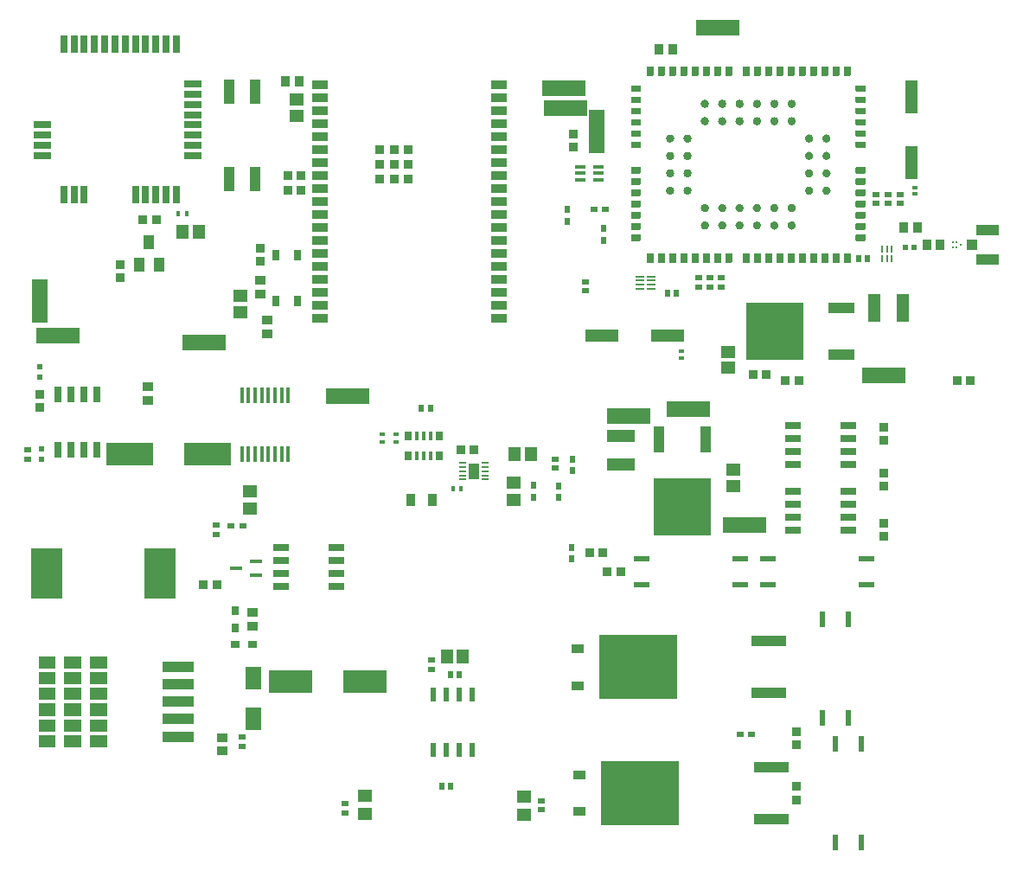
<source format=gtp>
G04*
G04 #@! TF.GenerationSoftware,Altium Limited,Altium Designer,21.3.2 (30)*
G04*
G04 Layer_Color=8421504*
%FSLAX25Y25*%
%MOIN*%
G70*
G04*
G04 #@! TF.SameCoordinates,C802B3A6-08BF-4FCB-9CCF-05BD449E4A77*
G04*
G04*
G04 #@! TF.FilePolarity,Positive*
G04*
G01*
G75*
%ADD20C,0.01595*%
%ADD21R,0.12008X0.04000*%
%ADD22R,0.07087X0.02756*%
%ADD23R,0.02756X0.07087*%
%ADD24R,0.04449X0.09606*%
%ADD25R,0.03937X0.05512*%
%ADD26R,0.13800X0.04100*%
%ADD27R,0.30300X0.24700*%
%ADD28R,0.06000X0.02200*%
%ADD29R,0.04900X0.03800*%
%ADD30R,0.06102X0.08858*%
%ADD31R,0.02520X0.02362*%
%ADD32R,0.05118X0.05512*%
%ADD33R,0.16535X0.05906*%
%ADD34R,0.03543X0.03937*%
%ADD35R,0.10236X0.04173*%
%ADD36R,0.22441X0.22173*%
%ADD37R,0.03347X0.03740*%
%ADD38R,0.03740X0.03347*%
%ADD39R,0.02200X0.06000*%
%ADD40R,0.02953X0.02362*%
%ADD41R,0.02362X0.02953*%
%ADD42R,0.01968X0.01575*%
%ADD43R,0.03543X0.04724*%
%ADD44R,0.05709X0.04724*%
%ADD45R,0.12205X0.19685*%
%ADD46R,0.02362X0.02520*%
G04:AMPARAMS|DCode=47|XSize=29.92mil|YSize=8.66mil|CornerRadius=1.08mil|HoleSize=0mil|Usage=FLASHONLY|Rotation=90.000|XOffset=0mil|YOffset=0mil|HoleType=Round|Shape=RoundedRectangle|*
%AMROUNDEDRECTD47*
21,1,0.02992,0.00650,0,0,90.0*
21,1,0.02776,0.00866,0,0,90.0*
1,1,0.00217,0.00325,0.01388*
1,1,0.00217,0.00325,-0.01388*
1,1,0.00217,-0.00325,-0.01388*
1,1,0.00217,-0.00325,0.01388*
%
%ADD47ROUNDEDRECTD47*%
%ADD48R,0.02097X0.05728*%
%ADD49R,0.04331X0.01575*%
%ADD50R,0.16535X0.08661*%
%ADD51R,0.03937X0.03543*%
%ADD52R,0.06004X0.02756*%
G04:AMPARAMS|DCode=53|XSize=46.85mil|YSize=15.75mil|CornerRadius=1.97mil|HoleSize=0mil|Usage=FLASHONLY|Rotation=180.000|XOffset=0mil|YOffset=0mil|HoleType=Round|Shape=RoundedRectangle|*
%AMROUNDEDRECTD53*
21,1,0.04685,0.01181,0,0,180.0*
21,1,0.04291,0.01575,0,0,180.0*
1,1,0.00394,-0.02146,0.00591*
1,1,0.00394,0.02146,0.00591*
1,1,0.00394,0.02146,-0.00591*
1,1,0.00394,-0.02146,-0.00591*
%
%ADD53ROUNDEDRECTD53*%
%ADD54R,0.02362X0.01968*%
%ADD55R,0.02756X0.06004*%
%ADD56R,0.17913X0.09055*%
%ADD57R,0.05906X0.16535*%
%ADD58R,0.01575X0.01968*%
%ADD59R,0.03937X0.06299*%
%ADD60R,0.02953X0.00787*%
%ADD61R,0.05512X0.05118*%
%ADD62R,0.04173X0.10236*%
%ADD63R,0.22173X0.22441*%
%ADD64R,0.10630X0.05118*%
%ADD65R,0.03543X0.03150*%
%ADD66R,0.03150X0.03543*%
%ADD67R,0.05906X0.03543*%
%ADD68R,0.03543X0.03543*%
%ADD69R,0.02362X0.01378*%
%ADD70R,0.08661X0.04134*%
%ADD71R,0.04134X0.03937*%
%ADD72R,0.03543X0.00787*%
%ADD73R,0.12992X0.05118*%
%ADD74R,0.05118X0.12992*%
%ADD75R,0.02756X0.03937*%
G04:AMPARAMS|DCode=76|XSize=61.81mil|YSize=16.14mil|CornerRadius=2.02mil|HoleSize=0mil|Usage=FLASHONLY|Rotation=90.000|XOffset=0mil|YOffset=0mil|HoleType=Round|Shape=RoundedRectangle|*
%AMROUNDEDRECTD76*
21,1,0.06181,0.01211,0,0,90.0*
21,1,0.05778,0.01614,0,0,90.0*
1,1,0.00404,0.00605,0.02889*
1,1,0.00404,0.00605,-0.02889*
1,1,0.00404,-0.00605,-0.02889*
1,1,0.00404,-0.00605,0.02889*
%
%ADD76ROUNDEDRECTD76*%
%ADD77R,0.02756X0.03543*%
%ADD78R,0.01575X0.03543*%
%ADD79R,0.00709X0.00984*%
%ADD80R,0.05118X0.10630*%
%ADD81R,0.02126X0.02362*%
%ADD82R,0.05315X0.04528*%
G36*
X319441Y313646D02*
X319465D01*
X319485Y313642D01*
X319504Y313638D01*
X319524Y313630D01*
X319544Y313622D01*
X319563Y313614D01*
X319579Y313606D01*
X319599Y313598D01*
X319615Y313586D01*
X319634Y313575D01*
X319650Y313563D01*
X319666Y313547D01*
X319682Y313535D01*
X319693Y313520D01*
X319709Y313504D01*
X319721Y313488D01*
X319733Y313468D01*
X319744Y313453D01*
X319752Y313433D01*
X319760Y313417D01*
X319768Y313398D01*
X319776Y313378D01*
X319784Y313358D01*
X319788Y313338D01*
X319792Y313319D01*
Y313295D01*
X319796Y313275D01*
Y310165D01*
X319792Y310145D01*
Y310122D01*
X319788Y310102D01*
X319784Y310083D01*
X319776Y310063D01*
X319768Y310043D01*
X319760Y310023D01*
X319752Y310008D01*
X319744Y309988D01*
X319733Y309972D01*
X319721Y309953D01*
X319709Y309937D01*
X319693Y309921D01*
X319682Y309905D01*
X319666Y309893D01*
X319650Y309878D01*
X319634Y309866D01*
X319615Y309854D01*
X319599Y309842D01*
X319579Y309835D01*
X319563Y309827D01*
X319544Y309819D01*
X319524Y309811D01*
X319504Y309803D01*
X319485Y309799D01*
X319465Y309795D01*
X319441D01*
X319422Y309791D01*
X317689D01*
X317670Y309795D01*
X317646D01*
X317626Y309799D01*
X317607Y309803D01*
X317587Y309811D01*
X317567Y309819D01*
X317548Y309827D01*
X317532Y309835D01*
X317512Y309842D01*
X317496Y309854D01*
X317477Y309866D01*
X317461Y309878D01*
X317445Y309893D01*
X317429Y309905D01*
X317418Y309921D01*
X317402Y309937D01*
X317390Y309953D01*
X317378Y309972D01*
X317367Y309988D01*
X317359Y310008D01*
X317351Y310023D01*
X317343Y310043D01*
X317335Y310063D01*
X317327Y310083D01*
X317323Y310102D01*
X317319Y310122D01*
Y310145D01*
X317315Y310165D01*
Y313275D01*
X317319Y313295D01*
Y313319D01*
X317323Y313338D01*
X317327Y313358D01*
X317335Y313378D01*
X317343Y313398D01*
X317351Y313417D01*
X317359Y313433D01*
X317367Y313453D01*
X317378Y313468D01*
X317390Y313488D01*
X317402Y313504D01*
X317418Y313520D01*
X317429Y313535D01*
X317445Y313547D01*
X317461Y313563D01*
X317477Y313575D01*
X317496Y313586D01*
X317512Y313598D01*
X317532Y313606D01*
X317548Y313614D01*
X317567Y313622D01*
X317587Y313630D01*
X317607Y313638D01*
X317626Y313642D01*
X317646Y313646D01*
X317670D01*
X317689Y313649D01*
X319422D01*
X319441Y313646D01*
D02*
G37*
G36*
X315111D02*
X315134D01*
X315154Y313642D01*
X315174Y313638D01*
X315193Y313630D01*
X315213Y313622D01*
X315233Y313614D01*
X315248Y313606D01*
X315268Y313598D01*
X315284Y313586D01*
X315304Y313575D01*
X315319Y313563D01*
X315335Y313547D01*
X315351Y313535D01*
X315363Y313520D01*
X315378Y313504D01*
X315390Y313488D01*
X315402Y313468D01*
X315414Y313453D01*
X315422Y313433D01*
X315429Y313417D01*
X315437Y313398D01*
X315445Y313378D01*
X315453Y313358D01*
X315457Y313338D01*
X315461Y313319D01*
Y313295D01*
X315465Y313275D01*
Y310165D01*
X315461Y310145D01*
Y310122D01*
X315457Y310102D01*
X315453Y310083D01*
X315445Y310063D01*
X315437Y310043D01*
X315429Y310023D01*
X315422Y310008D01*
X315414Y309988D01*
X315402Y309972D01*
X315390Y309953D01*
X315378Y309937D01*
X315363Y309921D01*
X315351Y309905D01*
X315335Y309893D01*
X315319Y309878D01*
X315304Y309866D01*
X315284Y309854D01*
X315268Y309842D01*
X315248Y309835D01*
X315233Y309827D01*
X315213Y309819D01*
X315193Y309811D01*
X315174Y309803D01*
X315154Y309799D01*
X315134Y309795D01*
X315111D01*
X315091Y309791D01*
X313359D01*
X313339Y309795D01*
X313315D01*
X313296Y309799D01*
X313276Y309803D01*
X313256Y309811D01*
X313237Y309819D01*
X313217Y309827D01*
X313201Y309835D01*
X313181Y309842D01*
X313166Y309854D01*
X313146Y309866D01*
X313130Y309878D01*
X313115Y309893D01*
X313099Y309905D01*
X313087Y309921D01*
X313071Y309937D01*
X313059Y309953D01*
X313048Y309972D01*
X313036Y309988D01*
X313028Y310008D01*
X313020Y310023D01*
X313012Y310043D01*
X313004Y310063D01*
X312997Y310083D01*
X312993Y310102D01*
X312989Y310122D01*
Y310145D01*
X312985Y310165D01*
Y313275D01*
X312989Y313295D01*
Y313319D01*
X312993Y313338D01*
X312997Y313358D01*
X313004Y313378D01*
X313012Y313398D01*
X313020Y313417D01*
X313028Y313433D01*
X313036Y313453D01*
X313048Y313468D01*
X313059Y313488D01*
X313071Y313504D01*
X313087Y313520D01*
X313099Y313535D01*
X313115Y313547D01*
X313130Y313563D01*
X313146Y313575D01*
X313166Y313586D01*
X313181Y313598D01*
X313201Y313606D01*
X313217Y313614D01*
X313237Y313622D01*
X313256Y313630D01*
X313276Y313638D01*
X313296Y313642D01*
X313315Y313646D01*
X313339D01*
X313359Y313649D01*
X315091D01*
X315111Y313646D01*
D02*
G37*
G36*
X310780D02*
X310804D01*
X310823Y313642D01*
X310843Y313638D01*
X310863Y313630D01*
X310882Y313622D01*
X310902Y313614D01*
X310918Y313606D01*
X310937Y313598D01*
X310953Y313586D01*
X310973Y313575D01*
X310989Y313563D01*
X311004Y313547D01*
X311020Y313535D01*
X311032Y313520D01*
X311048Y313504D01*
X311059Y313488D01*
X311071Y313468D01*
X311083Y313453D01*
X311091Y313433D01*
X311099Y313417D01*
X311107Y313398D01*
X311115Y313378D01*
X311122Y313358D01*
X311126Y313338D01*
X311130Y313319D01*
Y313295D01*
X311134Y313275D01*
Y310165D01*
X311130Y310145D01*
Y310122D01*
X311126Y310102D01*
X311122Y310083D01*
X311115Y310063D01*
X311107Y310043D01*
X311099Y310023D01*
X311091Y310008D01*
X311083Y309988D01*
X311071Y309972D01*
X311059Y309953D01*
X311048Y309937D01*
X311032Y309921D01*
X311020Y309905D01*
X311004Y309893D01*
X310989Y309878D01*
X310973Y309866D01*
X310953Y309854D01*
X310937Y309842D01*
X310918Y309835D01*
X310902Y309827D01*
X310882Y309819D01*
X310863Y309811D01*
X310843Y309803D01*
X310823Y309799D01*
X310804Y309795D01*
X310780D01*
X310760Y309791D01*
X309028D01*
X309008Y309795D01*
X308985D01*
X308965Y309799D01*
X308945Y309803D01*
X308926Y309811D01*
X308906Y309819D01*
X308886Y309827D01*
X308871Y309835D01*
X308851Y309842D01*
X308835Y309854D01*
X308815Y309866D01*
X308800Y309878D01*
X308784Y309893D01*
X308768Y309905D01*
X308756Y309921D01*
X308741Y309937D01*
X308729Y309953D01*
X308717Y309972D01*
X308705Y309988D01*
X308697Y310008D01*
X308689Y310023D01*
X308682Y310043D01*
X308674Y310063D01*
X308666Y310083D01*
X308662Y310102D01*
X308658Y310122D01*
Y310145D01*
X308654Y310165D01*
Y313275D01*
X308658Y313295D01*
Y313319D01*
X308662Y313338D01*
X308666Y313358D01*
X308674Y313378D01*
X308682Y313398D01*
X308689Y313417D01*
X308697Y313433D01*
X308705Y313453D01*
X308717Y313468D01*
X308729Y313488D01*
X308741Y313504D01*
X308756Y313520D01*
X308768Y313535D01*
X308784Y313547D01*
X308800Y313563D01*
X308815Y313575D01*
X308835Y313586D01*
X308851Y313598D01*
X308871Y313606D01*
X308886Y313614D01*
X308906Y313622D01*
X308926Y313630D01*
X308945Y313638D01*
X308965Y313642D01*
X308985Y313646D01*
X309008D01*
X309028Y313649D01*
X310760D01*
X310780Y313646D01*
D02*
G37*
G36*
X306449D02*
X306473D01*
X306492Y313642D01*
X306512Y313638D01*
X306532Y313630D01*
X306552Y313622D01*
X306571Y313614D01*
X306587Y313606D01*
X306607Y313598D01*
X306623Y313586D01*
X306642Y313575D01*
X306658Y313563D01*
X306674Y313547D01*
X306689Y313535D01*
X306701Y313520D01*
X306717Y313504D01*
X306729Y313488D01*
X306741Y313468D01*
X306752Y313453D01*
X306760Y313433D01*
X306768Y313417D01*
X306776Y313398D01*
X306784Y313378D01*
X306792Y313358D01*
X306796Y313338D01*
X306800Y313319D01*
Y313295D01*
X306804Y313275D01*
Y310165D01*
X306800Y310145D01*
Y310122D01*
X306796Y310102D01*
X306792Y310083D01*
X306784Y310063D01*
X306776Y310043D01*
X306768Y310023D01*
X306760Y310008D01*
X306752Y309988D01*
X306741Y309972D01*
X306729Y309953D01*
X306717Y309937D01*
X306701Y309921D01*
X306689Y309905D01*
X306674Y309893D01*
X306658Y309878D01*
X306642Y309866D01*
X306623Y309854D01*
X306607Y309842D01*
X306587Y309835D01*
X306571Y309827D01*
X306552Y309819D01*
X306532Y309811D01*
X306512Y309803D01*
X306492Y309799D01*
X306473Y309795D01*
X306449D01*
X306430Y309791D01*
X304697D01*
X304678Y309795D01*
X304654D01*
X304634Y309799D01*
X304615Y309803D01*
X304595Y309811D01*
X304575Y309819D01*
X304556Y309827D01*
X304540Y309835D01*
X304520Y309842D01*
X304504Y309854D01*
X304485Y309866D01*
X304469Y309878D01*
X304453Y309893D01*
X304437Y309905D01*
X304426Y309921D01*
X304410Y309937D01*
X304398Y309953D01*
X304386Y309972D01*
X304374Y309988D01*
X304367Y310008D01*
X304359Y310023D01*
X304351Y310043D01*
X304343Y310063D01*
X304335Y310083D01*
X304331Y310102D01*
X304327Y310122D01*
Y310145D01*
X304323Y310165D01*
Y313275D01*
X304327Y313295D01*
Y313319D01*
X304331Y313338D01*
X304335Y313358D01*
X304343Y313378D01*
X304351Y313398D01*
X304359Y313417D01*
X304367Y313433D01*
X304374Y313453D01*
X304386Y313468D01*
X304398Y313488D01*
X304410Y313504D01*
X304426Y313520D01*
X304437Y313535D01*
X304453Y313547D01*
X304469Y313563D01*
X304485Y313575D01*
X304504Y313586D01*
X304520Y313598D01*
X304540Y313606D01*
X304556Y313614D01*
X304575Y313622D01*
X304595Y313630D01*
X304615Y313638D01*
X304634Y313642D01*
X304654Y313646D01*
X304678D01*
X304697Y313649D01*
X306430D01*
X306449Y313646D01*
D02*
G37*
G36*
X302118D02*
X302142D01*
X302162Y313642D01*
X302182Y313638D01*
X302201Y313630D01*
X302221Y313622D01*
X302241Y313614D01*
X302256Y313606D01*
X302276Y313598D01*
X302292Y313586D01*
X302311Y313575D01*
X302327Y313563D01*
X302343Y313547D01*
X302359Y313535D01*
X302371Y313520D01*
X302386Y313504D01*
X302398Y313488D01*
X302410Y313468D01*
X302422Y313453D01*
X302430Y313433D01*
X302437Y313417D01*
X302445Y313398D01*
X302453Y313378D01*
X302461Y313358D01*
X302465Y313338D01*
X302469Y313319D01*
Y313295D01*
X302473Y313275D01*
Y310165D01*
X302469Y310145D01*
Y310122D01*
X302465Y310102D01*
X302461Y310083D01*
X302453Y310063D01*
X302445Y310043D01*
X302437Y310023D01*
X302430Y310008D01*
X302422Y309988D01*
X302410Y309972D01*
X302398Y309953D01*
X302386Y309937D01*
X302371Y309921D01*
X302359Y309905D01*
X302343Y309893D01*
X302327Y309878D01*
X302311Y309866D01*
X302292Y309854D01*
X302276Y309842D01*
X302256Y309835D01*
X302241Y309827D01*
X302221Y309819D01*
X302201Y309811D01*
X302182Y309803D01*
X302162Y309799D01*
X302142Y309795D01*
X302118D01*
X302099Y309791D01*
X300367D01*
X300347Y309795D01*
X300323D01*
X300304Y309799D01*
X300284Y309803D01*
X300264Y309811D01*
X300244Y309819D01*
X300225Y309827D01*
X300209Y309835D01*
X300189Y309842D01*
X300174Y309854D01*
X300154Y309866D01*
X300138Y309878D01*
X300122Y309893D01*
X300107Y309905D01*
X300095Y309921D01*
X300079Y309937D01*
X300067Y309953D01*
X300056Y309972D01*
X300044Y309988D01*
X300036Y310008D01*
X300028Y310023D01*
X300020Y310043D01*
X300012Y310063D01*
X300004Y310083D01*
X300000Y310102D01*
X299996Y310122D01*
Y310145D01*
X299992Y310165D01*
Y313275D01*
X299996Y313295D01*
Y313319D01*
X300000Y313338D01*
X300004Y313358D01*
X300012Y313378D01*
X300020Y313398D01*
X300028Y313417D01*
X300036Y313433D01*
X300044Y313453D01*
X300056Y313468D01*
X300067Y313488D01*
X300079Y313504D01*
X300095Y313520D01*
X300107Y313535D01*
X300122Y313547D01*
X300138Y313563D01*
X300154Y313575D01*
X300174Y313586D01*
X300189Y313598D01*
X300209Y313606D01*
X300225Y313614D01*
X300244Y313622D01*
X300264Y313630D01*
X300284Y313638D01*
X300304Y313642D01*
X300323Y313646D01*
X300347D01*
X300367Y313649D01*
X302099D01*
X302118Y313646D01*
D02*
G37*
G36*
X297788D02*
X297811D01*
X297831Y313642D01*
X297851Y313638D01*
X297870Y313630D01*
X297890Y313622D01*
X297910Y313614D01*
X297926Y313606D01*
X297945Y313598D01*
X297961Y313586D01*
X297981Y313575D01*
X297996Y313563D01*
X298012Y313547D01*
X298028Y313535D01*
X298040Y313520D01*
X298056Y313504D01*
X298067Y313488D01*
X298079Y313468D01*
X298091Y313453D01*
X298099Y313433D01*
X298107Y313417D01*
X298115Y313398D01*
X298123Y313378D01*
X298130Y313358D01*
X298134Y313338D01*
X298138Y313319D01*
Y313295D01*
X298142Y313275D01*
Y310165D01*
X298138Y310145D01*
Y310122D01*
X298134Y310102D01*
X298130Y310083D01*
X298123Y310063D01*
X298115Y310043D01*
X298107Y310023D01*
X298099Y310008D01*
X298091Y309988D01*
X298079Y309972D01*
X298067Y309953D01*
X298056Y309937D01*
X298040Y309921D01*
X298028Y309905D01*
X298012Y309893D01*
X297996Y309878D01*
X297981Y309866D01*
X297961Y309854D01*
X297945Y309842D01*
X297926Y309835D01*
X297910Y309827D01*
X297890Y309819D01*
X297870Y309811D01*
X297851Y309803D01*
X297831Y309799D01*
X297811Y309795D01*
X297788D01*
X297768Y309791D01*
X296036D01*
X296016Y309795D01*
X295992D01*
X295973Y309799D01*
X295953Y309803D01*
X295934Y309811D01*
X295914Y309819D01*
X295894Y309827D01*
X295878Y309835D01*
X295859Y309842D01*
X295843Y309854D01*
X295823Y309866D01*
X295808Y309878D01*
X295792Y309893D01*
X295776Y309905D01*
X295764Y309921D01*
X295748Y309937D01*
X295737Y309953D01*
X295725Y309972D01*
X295713Y309988D01*
X295705Y310008D01*
X295697Y310023D01*
X295689Y310043D01*
X295682Y310063D01*
X295674Y310083D01*
X295670Y310102D01*
X295666Y310122D01*
Y310145D01*
X295662Y310165D01*
Y313275D01*
X295666Y313295D01*
Y313319D01*
X295670Y313338D01*
X295674Y313358D01*
X295682Y313378D01*
X295689Y313398D01*
X295697Y313417D01*
X295705Y313433D01*
X295713Y313453D01*
X295725Y313468D01*
X295737Y313488D01*
X295748Y313504D01*
X295764Y313520D01*
X295776Y313535D01*
X295792Y313547D01*
X295808Y313563D01*
X295823Y313575D01*
X295843Y313586D01*
X295859Y313598D01*
X295878Y313606D01*
X295894Y313614D01*
X295914Y313622D01*
X295934Y313630D01*
X295953Y313638D01*
X295973Y313642D01*
X295992Y313646D01*
X296016D01*
X296036Y313649D01*
X297768D01*
X297788Y313646D01*
D02*
G37*
G36*
X293457D02*
X293481D01*
X293500Y313642D01*
X293520Y313638D01*
X293540Y313630D01*
X293560Y313622D01*
X293579Y313614D01*
X293595Y313606D01*
X293615Y313598D01*
X293630Y313586D01*
X293650Y313575D01*
X293666Y313563D01*
X293682Y313547D01*
X293697Y313535D01*
X293709Y313520D01*
X293725Y313504D01*
X293737Y313488D01*
X293748Y313468D01*
X293760Y313453D01*
X293768Y313433D01*
X293776Y313417D01*
X293784Y313398D01*
X293792Y313378D01*
X293800Y313358D01*
X293804Y313338D01*
X293808Y313319D01*
Y313295D01*
X293811Y313275D01*
Y310165D01*
X293808Y310145D01*
Y310122D01*
X293804Y310102D01*
X293800Y310083D01*
X293792Y310063D01*
X293784Y310043D01*
X293776Y310023D01*
X293768Y310008D01*
X293760Y309988D01*
X293748Y309972D01*
X293737Y309953D01*
X293725Y309937D01*
X293709Y309921D01*
X293697Y309905D01*
X293682Y309893D01*
X293666Y309878D01*
X293650Y309866D01*
X293630Y309854D01*
X293615Y309842D01*
X293595Y309835D01*
X293579Y309827D01*
X293560Y309819D01*
X293540Y309811D01*
X293520Y309803D01*
X293500Y309799D01*
X293481Y309795D01*
X293457D01*
X293437Y309791D01*
X291705D01*
X291685Y309795D01*
X291662D01*
X291642Y309799D01*
X291622Y309803D01*
X291603Y309811D01*
X291583Y309819D01*
X291563Y309827D01*
X291548Y309835D01*
X291528Y309842D01*
X291512Y309854D01*
X291493Y309866D01*
X291477Y309878D01*
X291461Y309893D01*
X291445Y309905D01*
X291434Y309921D01*
X291418Y309937D01*
X291406Y309953D01*
X291394Y309972D01*
X291382Y309988D01*
X291374Y310008D01*
X291367Y310023D01*
X291359Y310043D01*
X291351Y310063D01*
X291343Y310083D01*
X291339Y310102D01*
X291335Y310122D01*
Y310145D01*
X291331Y310165D01*
Y313275D01*
X291335Y313295D01*
Y313319D01*
X291339Y313338D01*
X291343Y313358D01*
X291351Y313378D01*
X291359Y313398D01*
X291367Y313417D01*
X291374Y313433D01*
X291382Y313453D01*
X291394Y313468D01*
X291406Y313488D01*
X291418Y313504D01*
X291434Y313520D01*
X291445Y313535D01*
X291461Y313547D01*
X291477Y313563D01*
X291493Y313575D01*
X291512Y313586D01*
X291528Y313598D01*
X291548Y313606D01*
X291563Y313614D01*
X291583Y313622D01*
X291603Y313630D01*
X291622Y313638D01*
X291642Y313642D01*
X291662Y313646D01*
X291685D01*
X291705Y313649D01*
X293437D01*
X293457Y313646D01*
D02*
G37*
G36*
X289126D02*
X289150D01*
X289170Y313642D01*
X289189Y313638D01*
X289209Y313630D01*
X289229Y313622D01*
X289248Y313614D01*
X289264Y313606D01*
X289284Y313598D01*
X289300Y313586D01*
X289319Y313575D01*
X289335Y313563D01*
X289351Y313547D01*
X289367Y313535D01*
X289378Y313520D01*
X289394Y313504D01*
X289406Y313488D01*
X289418Y313468D01*
X289429Y313453D01*
X289437Y313433D01*
X289445Y313417D01*
X289453Y313398D01*
X289461Y313378D01*
X289469Y313358D01*
X289473Y313338D01*
X289477Y313319D01*
Y313295D01*
X289481Y313275D01*
Y310165D01*
X289477Y310145D01*
Y310122D01*
X289473Y310102D01*
X289469Y310083D01*
X289461Y310063D01*
X289453Y310043D01*
X289445Y310023D01*
X289437Y310008D01*
X289429Y309988D01*
X289418Y309972D01*
X289406Y309953D01*
X289394Y309937D01*
X289378Y309921D01*
X289367Y309905D01*
X289351Y309893D01*
X289335Y309878D01*
X289319Y309866D01*
X289300Y309854D01*
X289284Y309842D01*
X289264Y309835D01*
X289248Y309827D01*
X289229Y309819D01*
X289209Y309811D01*
X289189Y309803D01*
X289170Y309799D01*
X289150Y309795D01*
X289126D01*
X289107Y309791D01*
X287374D01*
X287355Y309795D01*
X287331D01*
X287311Y309799D01*
X287292Y309803D01*
X287272Y309811D01*
X287252Y309819D01*
X287233Y309827D01*
X287217Y309835D01*
X287197Y309842D01*
X287181Y309854D01*
X287162Y309866D01*
X287146Y309878D01*
X287130Y309893D01*
X287115Y309905D01*
X287103Y309921D01*
X287087Y309937D01*
X287075Y309953D01*
X287063Y309972D01*
X287052Y309988D01*
X287044Y310008D01*
X287036Y310023D01*
X287028Y310043D01*
X287020Y310063D01*
X287012Y310083D01*
X287008Y310102D01*
X287004Y310122D01*
Y310145D01*
X287000Y310165D01*
Y313275D01*
X287004Y313295D01*
Y313319D01*
X287008Y313338D01*
X287012Y313358D01*
X287020Y313378D01*
X287028Y313398D01*
X287036Y313417D01*
X287044Y313433D01*
X287052Y313453D01*
X287063Y313468D01*
X287075Y313488D01*
X287087Y313504D01*
X287103Y313520D01*
X287115Y313535D01*
X287130Y313547D01*
X287146Y313563D01*
X287162Y313575D01*
X287181Y313586D01*
X287197Y313598D01*
X287217Y313606D01*
X287233Y313614D01*
X287252Y313622D01*
X287272Y313630D01*
X287292Y313638D01*
X287311Y313642D01*
X287331Y313646D01*
X287355D01*
X287374Y313649D01*
X289107D01*
X289126Y313646D01*
D02*
G37*
G36*
X284796D02*
X284819D01*
X284839Y313642D01*
X284859Y313638D01*
X284878Y313630D01*
X284898Y313622D01*
X284918Y313614D01*
X284933Y313606D01*
X284953Y313598D01*
X284969Y313586D01*
X284989Y313575D01*
X285004Y313563D01*
X285020Y313547D01*
X285036Y313535D01*
X285048Y313520D01*
X285063Y313504D01*
X285075Y313488D01*
X285087Y313468D01*
X285099Y313453D01*
X285107Y313433D01*
X285115Y313417D01*
X285122Y313398D01*
X285130Y313378D01*
X285138Y313358D01*
X285142Y313338D01*
X285146Y313319D01*
Y313295D01*
X285150Y313275D01*
Y310165D01*
X285146Y310145D01*
Y310122D01*
X285142Y310102D01*
X285138Y310083D01*
X285130Y310063D01*
X285122Y310043D01*
X285115Y310023D01*
X285107Y310008D01*
X285099Y309988D01*
X285087Y309972D01*
X285075Y309953D01*
X285063Y309937D01*
X285048Y309921D01*
X285036Y309905D01*
X285020Y309893D01*
X285004Y309878D01*
X284989Y309866D01*
X284969Y309854D01*
X284953Y309842D01*
X284933Y309835D01*
X284918Y309827D01*
X284898Y309819D01*
X284878Y309811D01*
X284859Y309803D01*
X284839Y309799D01*
X284819Y309795D01*
X284796D01*
X284776Y309791D01*
X283044D01*
X283024Y309795D01*
X283000D01*
X282981Y309799D01*
X282961Y309803D01*
X282941Y309811D01*
X282922Y309819D01*
X282902Y309827D01*
X282886Y309835D01*
X282867Y309842D01*
X282851Y309854D01*
X282831Y309866D01*
X282815Y309878D01*
X282800Y309893D01*
X282784Y309905D01*
X282772Y309921D01*
X282756Y309937D01*
X282745Y309953D01*
X282733Y309972D01*
X282721Y309988D01*
X282713Y310008D01*
X282705Y310023D01*
X282697Y310043D01*
X282689Y310063D01*
X282681Y310083D01*
X282678Y310102D01*
X282674Y310122D01*
Y310145D01*
X282670Y310165D01*
Y313275D01*
X282674Y313295D01*
Y313319D01*
X282678Y313338D01*
X282681Y313358D01*
X282689Y313378D01*
X282697Y313398D01*
X282705Y313417D01*
X282713Y313433D01*
X282721Y313453D01*
X282733Y313468D01*
X282745Y313488D01*
X282756Y313504D01*
X282772Y313520D01*
X282784Y313535D01*
X282800Y313547D01*
X282815Y313563D01*
X282831Y313575D01*
X282851Y313586D01*
X282867Y313598D01*
X282886Y313606D01*
X282902Y313614D01*
X282922Y313622D01*
X282941Y313630D01*
X282961Y313638D01*
X282981Y313642D01*
X283000Y313646D01*
X283024D01*
X283044Y313649D01*
X284776D01*
X284796Y313646D01*
D02*
G37*
G36*
X280465D02*
X280489D01*
X280508Y313642D01*
X280528Y313638D01*
X280548Y313630D01*
X280567Y313622D01*
X280587Y313614D01*
X280603Y313606D01*
X280623Y313598D01*
X280638Y313586D01*
X280658Y313575D01*
X280674Y313563D01*
X280689Y313547D01*
X280705Y313535D01*
X280717Y313520D01*
X280733Y313504D01*
X280745Y313488D01*
X280756Y313468D01*
X280768Y313453D01*
X280776Y313433D01*
X280784Y313417D01*
X280792Y313398D01*
X280800Y313378D01*
X280807Y313358D01*
X280811Y313338D01*
X280815Y313319D01*
Y313295D01*
X280819Y313275D01*
Y310165D01*
X280815Y310145D01*
Y310122D01*
X280811Y310102D01*
X280807Y310083D01*
X280800Y310063D01*
X280792Y310043D01*
X280784Y310023D01*
X280776Y310008D01*
X280768Y309988D01*
X280756Y309972D01*
X280745Y309953D01*
X280733Y309937D01*
X280717Y309921D01*
X280705Y309905D01*
X280689Y309893D01*
X280674Y309878D01*
X280658Y309866D01*
X280638Y309854D01*
X280623Y309842D01*
X280603Y309835D01*
X280587Y309827D01*
X280567Y309819D01*
X280548Y309811D01*
X280528Y309803D01*
X280508Y309799D01*
X280489Y309795D01*
X280465D01*
X280445Y309791D01*
X278713D01*
X278693Y309795D01*
X278670D01*
X278650Y309799D01*
X278630Y309803D01*
X278611Y309811D01*
X278591Y309819D01*
X278571Y309827D01*
X278555Y309835D01*
X278536Y309842D01*
X278520Y309854D01*
X278500Y309866D01*
X278485Y309878D01*
X278469Y309893D01*
X278453Y309905D01*
X278441Y309921D01*
X278426Y309937D01*
X278414Y309953D01*
X278402Y309972D01*
X278390Y309988D01*
X278382Y310008D01*
X278374Y310023D01*
X278367Y310043D01*
X278359Y310063D01*
X278351Y310083D01*
X278347Y310102D01*
X278343Y310122D01*
Y310145D01*
X278339Y310165D01*
Y313275D01*
X278343Y313295D01*
Y313319D01*
X278347Y313338D01*
X278351Y313358D01*
X278359Y313378D01*
X278367Y313398D01*
X278374Y313417D01*
X278382Y313433D01*
X278390Y313453D01*
X278402Y313468D01*
X278414Y313488D01*
X278426Y313504D01*
X278441Y313520D01*
X278453Y313535D01*
X278469Y313547D01*
X278485Y313563D01*
X278500Y313575D01*
X278520Y313586D01*
X278536Y313598D01*
X278555Y313606D01*
X278571Y313614D01*
X278591Y313622D01*
X278611Y313630D01*
X278630Y313638D01*
X278650Y313642D01*
X278670Y313646D01*
X278693D01*
X278713Y313649D01*
X280445D01*
X280465Y313646D01*
D02*
G37*
G36*
X273772D02*
X273796D01*
X273815Y313642D01*
X273835Y313638D01*
X273855Y313630D01*
X273874Y313622D01*
X273894Y313614D01*
X273910Y313606D01*
X273930Y313598D01*
X273945Y313586D01*
X273965Y313575D01*
X273981Y313563D01*
X273996Y313547D01*
X274012Y313535D01*
X274024Y313520D01*
X274040Y313504D01*
X274052Y313488D01*
X274063Y313468D01*
X274075Y313453D01*
X274083Y313433D01*
X274091Y313417D01*
X274099Y313398D01*
X274107Y313378D01*
X274115Y313358D01*
X274118Y313338D01*
X274123Y313319D01*
Y313295D01*
X274126Y313275D01*
Y310165D01*
X274123Y310145D01*
Y310122D01*
X274118Y310102D01*
X274115Y310083D01*
X274107Y310063D01*
X274099Y310043D01*
X274091Y310023D01*
X274083Y310008D01*
X274075Y309988D01*
X274063Y309972D01*
X274052Y309953D01*
X274040Y309937D01*
X274024Y309921D01*
X274012Y309905D01*
X273996Y309893D01*
X273981Y309878D01*
X273965Y309866D01*
X273945Y309854D01*
X273930Y309842D01*
X273910Y309835D01*
X273894Y309827D01*
X273874Y309819D01*
X273855Y309811D01*
X273835Y309803D01*
X273815Y309799D01*
X273796Y309795D01*
X273772D01*
X273752Y309791D01*
X272020D01*
X272000Y309795D01*
X271977D01*
X271957Y309799D01*
X271937Y309803D01*
X271918Y309811D01*
X271898Y309819D01*
X271878Y309827D01*
X271863Y309835D01*
X271843Y309842D01*
X271827Y309854D01*
X271808Y309866D01*
X271792Y309878D01*
X271776Y309893D01*
X271760Y309905D01*
X271748Y309921D01*
X271733Y309937D01*
X271721Y309953D01*
X271709Y309972D01*
X271697Y309988D01*
X271689Y310008D01*
X271681Y310023D01*
X271674Y310043D01*
X271666Y310063D01*
X271658Y310083D01*
X271654Y310102D01*
X271650Y310122D01*
Y310145D01*
X271646Y310165D01*
Y313275D01*
X271650Y313295D01*
Y313319D01*
X271654Y313338D01*
X271658Y313358D01*
X271666Y313378D01*
X271674Y313398D01*
X271681Y313417D01*
X271689Y313433D01*
X271697Y313453D01*
X271709Y313468D01*
X271721Y313488D01*
X271733Y313504D01*
X271748Y313520D01*
X271760Y313535D01*
X271776Y313547D01*
X271792Y313563D01*
X271808Y313575D01*
X271827Y313586D01*
X271843Y313598D01*
X271863Y313606D01*
X271878Y313614D01*
X271898Y313622D01*
X271918Y313630D01*
X271937Y313638D01*
X271957Y313642D01*
X271977Y313646D01*
X272000D01*
X272020Y313649D01*
X273752D01*
X273772Y313646D01*
D02*
G37*
G36*
X269441D02*
X269465D01*
X269485Y313642D01*
X269504Y313638D01*
X269524Y313630D01*
X269544Y313622D01*
X269563Y313614D01*
X269579Y313606D01*
X269599Y313598D01*
X269615Y313586D01*
X269634Y313575D01*
X269650Y313563D01*
X269666Y313547D01*
X269682Y313535D01*
X269693Y313520D01*
X269709Y313504D01*
X269721Y313488D01*
X269733Y313468D01*
X269744Y313453D01*
X269752Y313433D01*
X269760Y313417D01*
X269768Y313398D01*
X269776Y313378D01*
X269784Y313358D01*
X269788Y313338D01*
X269792Y313319D01*
Y313295D01*
X269796Y313275D01*
Y310165D01*
X269792Y310145D01*
Y310122D01*
X269788Y310102D01*
X269784Y310083D01*
X269776Y310063D01*
X269768Y310043D01*
X269760Y310023D01*
X269752Y310008D01*
X269744Y309988D01*
X269733Y309972D01*
X269721Y309953D01*
X269709Y309937D01*
X269693Y309921D01*
X269682Y309905D01*
X269666Y309893D01*
X269650Y309878D01*
X269634Y309866D01*
X269615Y309854D01*
X269599Y309842D01*
X269579Y309835D01*
X269563Y309827D01*
X269544Y309819D01*
X269524Y309811D01*
X269504Y309803D01*
X269485Y309799D01*
X269465Y309795D01*
X269441D01*
X269422Y309791D01*
X267689D01*
X267670Y309795D01*
X267646D01*
X267626Y309799D01*
X267607Y309803D01*
X267587Y309811D01*
X267567Y309819D01*
X267548Y309827D01*
X267532Y309835D01*
X267512Y309842D01*
X267496Y309854D01*
X267477Y309866D01*
X267461Y309878D01*
X267445Y309893D01*
X267429Y309905D01*
X267418Y309921D01*
X267402Y309937D01*
X267390Y309953D01*
X267378Y309972D01*
X267367Y309988D01*
X267359Y310008D01*
X267351Y310023D01*
X267343Y310043D01*
X267335Y310063D01*
X267327Y310083D01*
X267323Y310102D01*
X267319Y310122D01*
Y310145D01*
X267315Y310165D01*
Y313275D01*
X267319Y313295D01*
Y313319D01*
X267323Y313338D01*
X267327Y313358D01*
X267335Y313378D01*
X267343Y313398D01*
X267351Y313417D01*
X267359Y313433D01*
X267367Y313453D01*
X267378Y313468D01*
X267390Y313488D01*
X267402Y313504D01*
X267418Y313520D01*
X267429Y313535D01*
X267445Y313547D01*
X267461Y313563D01*
X267477Y313575D01*
X267496Y313586D01*
X267512Y313598D01*
X267532Y313606D01*
X267548Y313614D01*
X267567Y313622D01*
X267587Y313630D01*
X267607Y313638D01*
X267626Y313642D01*
X267646Y313646D01*
X267670D01*
X267689Y313649D01*
X269422D01*
X269441Y313646D01*
D02*
G37*
G36*
X265111D02*
X265134D01*
X265154Y313642D01*
X265174Y313638D01*
X265193Y313630D01*
X265213Y313622D01*
X265233Y313614D01*
X265248Y313606D01*
X265268Y313598D01*
X265284Y313586D01*
X265304Y313575D01*
X265319Y313563D01*
X265335Y313547D01*
X265351Y313535D01*
X265363Y313520D01*
X265378Y313504D01*
X265390Y313488D01*
X265402Y313468D01*
X265414Y313453D01*
X265422Y313433D01*
X265429Y313417D01*
X265437Y313398D01*
X265445Y313378D01*
X265453Y313358D01*
X265457Y313338D01*
X265461Y313319D01*
Y313295D01*
X265465Y313275D01*
Y310165D01*
X265461Y310145D01*
Y310122D01*
X265457Y310102D01*
X265453Y310083D01*
X265445Y310063D01*
X265437Y310043D01*
X265429Y310023D01*
X265422Y310008D01*
X265414Y309988D01*
X265402Y309972D01*
X265390Y309953D01*
X265378Y309937D01*
X265363Y309921D01*
X265351Y309905D01*
X265335Y309893D01*
X265319Y309878D01*
X265304Y309866D01*
X265284Y309854D01*
X265268Y309842D01*
X265248Y309835D01*
X265233Y309827D01*
X265213Y309819D01*
X265193Y309811D01*
X265174Y309803D01*
X265154Y309799D01*
X265134Y309795D01*
X265111D01*
X265091Y309791D01*
X263359D01*
X263339Y309795D01*
X263315D01*
X263296Y309799D01*
X263276Y309803D01*
X263256Y309811D01*
X263237Y309819D01*
X263217Y309827D01*
X263201Y309835D01*
X263181Y309842D01*
X263166Y309854D01*
X263146Y309866D01*
X263130Y309878D01*
X263115Y309893D01*
X263099Y309905D01*
X263087Y309921D01*
X263071Y309937D01*
X263059Y309953D01*
X263048Y309972D01*
X263036Y309988D01*
X263028Y310008D01*
X263020Y310023D01*
X263012Y310043D01*
X263004Y310063D01*
X262997Y310083D01*
X262993Y310102D01*
X262989Y310122D01*
Y310145D01*
X262985Y310165D01*
Y313275D01*
X262989Y313295D01*
Y313319D01*
X262993Y313338D01*
X262997Y313358D01*
X263004Y313378D01*
X263012Y313398D01*
X263020Y313417D01*
X263028Y313433D01*
X263036Y313453D01*
X263048Y313468D01*
X263059Y313488D01*
X263071Y313504D01*
X263087Y313520D01*
X263099Y313535D01*
X263115Y313547D01*
X263130Y313563D01*
X263146Y313575D01*
X263166Y313586D01*
X263181Y313598D01*
X263201Y313606D01*
X263217Y313614D01*
X263237Y313622D01*
X263256Y313630D01*
X263276Y313638D01*
X263296Y313642D01*
X263315Y313646D01*
X263339D01*
X263359Y313649D01*
X265091D01*
X265111Y313646D01*
D02*
G37*
G36*
X260780D02*
X260804D01*
X260823Y313642D01*
X260843Y313638D01*
X260863Y313630D01*
X260882Y313622D01*
X260902Y313614D01*
X260918Y313606D01*
X260937Y313598D01*
X260953Y313586D01*
X260973Y313575D01*
X260989Y313563D01*
X261004Y313547D01*
X261020Y313535D01*
X261032Y313520D01*
X261048Y313504D01*
X261059Y313488D01*
X261071Y313468D01*
X261083Y313453D01*
X261091Y313433D01*
X261099Y313417D01*
X261107Y313398D01*
X261115Y313378D01*
X261122Y313358D01*
X261126Y313338D01*
X261130Y313319D01*
Y313295D01*
X261134Y313275D01*
Y310165D01*
X261130Y310145D01*
Y310122D01*
X261126Y310102D01*
X261122Y310083D01*
X261115Y310063D01*
X261107Y310043D01*
X261099Y310023D01*
X261091Y310008D01*
X261083Y309988D01*
X261071Y309972D01*
X261059Y309953D01*
X261048Y309937D01*
X261032Y309921D01*
X261020Y309905D01*
X261004Y309893D01*
X260989Y309878D01*
X260973Y309866D01*
X260953Y309854D01*
X260937Y309842D01*
X260918Y309835D01*
X260902Y309827D01*
X260882Y309819D01*
X260863Y309811D01*
X260843Y309803D01*
X260823Y309799D01*
X260804Y309795D01*
X260780D01*
X260760Y309791D01*
X259028D01*
X259008Y309795D01*
X258985D01*
X258965Y309799D01*
X258945Y309803D01*
X258926Y309811D01*
X258906Y309819D01*
X258886Y309827D01*
X258871Y309835D01*
X258851Y309842D01*
X258835Y309854D01*
X258815Y309866D01*
X258800Y309878D01*
X258784Y309893D01*
X258768Y309905D01*
X258756Y309921D01*
X258741Y309937D01*
X258729Y309953D01*
X258717Y309972D01*
X258705Y309988D01*
X258697Y310008D01*
X258689Y310023D01*
X258682Y310043D01*
X258674Y310063D01*
X258666Y310083D01*
X258662Y310102D01*
X258658Y310122D01*
Y310145D01*
X258654Y310165D01*
Y313275D01*
X258658Y313295D01*
Y313319D01*
X258662Y313338D01*
X258666Y313358D01*
X258674Y313378D01*
X258682Y313398D01*
X258689Y313417D01*
X258697Y313433D01*
X258705Y313453D01*
X258717Y313468D01*
X258729Y313488D01*
X258741Y313504D01*
X258756Y313520D01*
X258768Y313535D01*
X258784Y313547D01*
X258800Y313563D01*
X258815Y313575D01*
X258835Y313586D01*
X258851Y313598D01*
X258871Y313606D01*
X258886Y313614D01*
X258906Y313622D01*
X258926Y313630D01*
X258945Y313638D01*
X258965Y313642D01*
X258985Y313646D01*
X259008D01*
X259028Y313649D01*
X260760D01*
X260780Y313646D01*
D02*
G37*
G36*
X256449D02*
X256473D01*
X256492Y313642D01*
X256512Y313638D01*
X256532Y313630D01*
X256552Y313622D01*
X256571Y313614D01*
X256587Y313606D01*
X256607Y313598D01*
X256623Y313586D01*
X256642Y313575D01*
X256658Y313563D01*
X256674Y313547D01*
X256689Y313535D01*
X256701Y313520D01*
X256717Y313504D01*
X256729Y313488D01*
X256741Y313468D01*
X256752Y313453D01*
X256760Y313433D01*
X256768Y313417D01*
X256776Y313398D01*
X256784Y313378D01*
X256792Y313358D01*
X256796Y313338D01*
X256800Y313319D01*
Y313295D01*
X256804Y313275D01*
Y310165D01*
X256800Y310145D01*
Y310122D01*
X256796Y310102D01*
X256792Y310083D01*
X256784Y310063D01*
X256776Y310043D01*
X256768Y310023D01*
X256760Y310008D01*
X256752Y309988D01*
X256741Y309972D01*
X256729Y309953D01*
X256717Y309937D01*
X256701Y309921D01*
X256689Y309905D01*
X256674Y309893D01*
X256658Y309878D01*
X256642Y309866D01*
X256623Y309854D01*
X256607Y309842D01*
X256587Y309835D01*
X256571Y309827D01*
X256552Y309819D01*
X256532Y309811D01*
X256512Y309803D01*
X256492Y309799D01*
X256473Y309795D01*
X256449D01*
X256430Y309791D01*
X254697D01*
X254678Y309795D01*
X254654D01*
X254634Y309799D01*
X254615Y309803D01*
X254595Y309811D01*
X254575Y309819D01*
X254556Y309827D01*
X254540Y309835D01*
X254520Y309842D01*
X254504Y309854D01*
X254485Y309866D01*
X254469Y309878D01*
X254453Y309893D01*
X254437Y309905D01*
X254426Y309921D01*
X254410Y309937D01*
X254398Y309953D01*
X254386Y309972D01*
X254374Y309988D01*
X254367Y310008D01*
X254359Y310023D01*
X254351Y310043D01*
X254343Y310063D01*
X254335Y310083D01*
X254331Y310102D01*
X254327Y310122D01*
Y310145D01*
X254323Y310165D01*
Y313275D01*
X254327Y313295D01*
Y313319D01*
X254331Y313338D01*
X254335Y313358D01*
X254343Y313378D01*
X254351Y313398D01*
X254359Y313417D01*
X254367Y313433D01*
X254374Y313453D01*
X254386Y313468D01*
X254398Y313488D01*
X254410Y313504D01*
X254426Y313520D01*
X254437Y313535D01*
X254453Y313547D01*
X254469Y313563D01*
X254485Y313575D01*
X254504Y313586D01*
X254520Y313598D01*
X254540Y313606D01*
X254556Y313614D01*
X254575Y313622D01*
X254595Y313630D01*
X254615Y313638D01*
X254634Y313642D01*
X254654Y313646D01*
X254678D01*
X254697Y313649D01*
X256430D01*
X256449Y313646D01*
D02*
G37*
G36*
X252118D02*
X252142D01*
X252162Y313642D01*
X252182Y313638D01*
X252201Y313630D01*
X252221Y313622D01*
X252241Y313614D01*
X252256Y313606D01*
X252276Y313598D01*
X252292Y313586D01*
X252311Y313575D01*
X252327Y313563D01*
X252343Y313547D01*
X252359Y313535D01*
X252371Y313520D01*
X252386Y313504D01*
X252398Y313488D01*
X252410Y313468D01*
X252422Y313453D01*
X252430Y313433D01*
X252437Y313417D01*
X252445Y313398D01*
X252453Y313378D01*
X252461Y313358D01*
X252465Y313338D01*
X252469Y313319D01*
Y313295D01*
X252473Y313275D01*
Y310165D01*
X252469Y310145D01*
Y310122D01*
X252465Y310102D01*
X252461Y310083D01*
X252453Y310063D01*
X252445Y310043D01*
X252437Y310023D01*
X252430Y310008D01*
X252422Y309988D01*
X252410Y309972D01*
X252398Y309953D01*
X252386Y309937D01*
X252371Y309921D01*
X252359Y309905D01*
X252343Y309893D01*
X252327Y309878D01*
X252311Y309866D01*
X252292Y309854D01*
X252276Y309842D01*
X252256Y309835D01*
X252241Y309827D01*
X252221Y309819D01*
X252201Y309811D01*
X252182Y309803D01*
X252162Y309799D01*
X252142Y309795D01*
X252118D01*
X252099Y309791D01*
X250367D01*
X250347Y309795D01*
X250323D01*
X250304Y309799D01*
X250284Y309803D01*
X250264Y309811D01*
X250244Y309819D01*
X250225Y309827D01*
X250209Y309835D01*
X250189Y309842D01*
X250174Y309854D01*
X250154Y309866D01*
X250138Y309878D01*
X250122Y309893D01*
X250107Y309905D01*
X250095Y309921D01*
X250079Y309937D01*
X250067Y309953D01*
X250056Y309972D01*
X250044Y309988D01*
X250036Y310008D01*
X250028Y310023D01*
X250020Y310043D01*
X250012Y310063D01*
X250004Y310083D01*
X250000Y310102D01*
X249996Y310122D01*
Y310145D01*
X249992Y310165D01*
Y313275D01*
X249996Y313295D01*
Y313319D01*
X250000Y313338D01*
X250004Y313358D01*
X250012Y313378D01*
X250020Y313398D01*
X250028Y313417D01*
X250036Y313433D01*
X250044Y313453D01*
X250056Y313468D01*
X250067Y313488D01*
X250079Y313504D01*
X250095Y313520D01*
X250107Y313535D01*
X250122Y313547D01*
X250138Y313563D01*
X250154Y313575D01*
X250174Y313586D01*
X250189Y313598D01*
X250209Y313606D01*
X250225Y313614D01*
X250244Y313622D01*
X250264Y313630D01*
X250284Y313638D01*
X250304Y313642D01*
X250323Y313646D01*
X250347D01*
X250367Y313649D01*
X252099D01*
X252118Y313646D01*
D02*
G37*
G36*
X247788D02*
X247811D01*
X247831Y313642D01*
X247851Y313638D01*
X247870Y313630D01*
X247890Y313622D01*
X247910Y313614D01*
X247926Y313606D01*
X247945Y313598D01*
X247961Y313586D01*
X247981Y313575D01*
X247996Y313563D01*
X248012Y313547D01*
X248028Y313535D01*
X248040Y313520D01*
X248056Y313504D01*
X248067Y313488D01*
X248079Y313468D01*
X248091Y313453D01*
X248099Y313433D01*
X248107Y313417D01*
X248115Y313398D01*
X248123Y313378D01*
X248130Y313358D01*
X248134Y313338D01*
X248138Y313319D01*
Y313295D01*
X248142Y313275D01*
Y310165D01*
X248138Y310145D01*
Y310122D01*
X248134Y310102D01*
X248130Y310083D01*
X248123Y310063D01*
X248115Y310043D01*
X248107Y310023D01*
X248099Y310008D01*
X248091Y309988D01*
X248079Y309972D01*
X248067Y309953D01*
X248056Y309937D01*
X248040Y309921D01*
X248028Y309905D01*
X248012Y309893D01*
X247996Y309878D01*
X247981Y309866D01*
X247961Y309854D01*
X247945Y309842D01*
X247926Y309835D01*
X247910Y309827D01*
X247890Y309819D01*
X247870Y309811D01*
X247851Y309803D01*
X247831Y309799D01*
X247811Y309795D01*
X247788D01*
X247768Y309791D01*
X246036D01*
X246016Y309795D01*
X245992D01*
X245973Y309799D01*
X245953Y309803D01*
X245934Y309811D01*
X245914Y309819D01*
X245894Y309827D01*
X245878Y309835D01*
X245859Y309842D01*
X245843Y309854D01*
X245823Y309866D01*
X245808Y309878D01*
X245792Y309893D01*
X245776Y309905D01*
X245764Y309921D01*
X245748Y309937D01*
X245737Y309953D01*
X245725Y309972D01*
X245713Y309988D01*
X245705Y310008D01*
X245697Y310023D01*
X245689Y310043D01*
X245682Y310063D01*
X245674Y310083D01*
X245670Y310102D01*
X245666Y310122D01*
Y310145D01*
X245662Y310165D01*
Y313275D01*
X245666Y313295D01*
Y313319D01*
X245670Y313338D01*
X245674Y313358D01*
X245682Y313378D01*
X245689Y313398D01*
X245697Y313417D01*
X245705Y313433D01*
X245713Y313453D01*
X245725Y313468D01*
X245737Y313488D01*
X245748Y313504D01*
X245764Y313520D01*
X245776Y313535D01*
X245792Y313547D01*
X245808Y313563D01*
X245823Y313575D01*
X245843Y313586D01*
X245859Y313598D01*
X245878Y313606D01*
X245894Y313614D01*
X245914Y313622D01*
X245934Y313630D01*
X245953Y313638D01*
X245973Y313642D01*
X245992Y313646D01*
X246016D01*
X246036Y313649D01*
X247768D01*
X247788Y313646D01*
D02*
G37*
G36*
X243457D02*
X243481D01*
X243500Y313642D01*
X243520Y313638D01*
X243540Y313630D01*
X243560Y313622D01*
X243579Y313614D01*
X243595Y313606D01*
X243615Y313598D01*
X243630Y313586D01*
X243650Y313575D01*
X243666Y313563D01*
X243682Y313547D01*
X243697Y313535D01*
X243709Y313520D01*
X243725Y313504D01*
X243737Y313488D01*
X243748Y313468D01*
X243760Y313453D01*
X243768Y313433D01*
X243776Y313417D01*
X243784Y313398D01*
X243792Y313378D01*
X243800Y313358D01*
X243804Y313338D01*
X243808Y313319D01*
Y313295D01*
X243811Y313275D01*
Y310165D01*
X243808Y310145D01*
Y310122D01*
X243804Y310102D01*
X243800Y310083D01*
X243792Y310063D01*
X243784Y310043D01*
X243776Y310023D01*
X243768Y310008D01*
X243760Y309988D01*
X243748Y309972D01*
X243737Y309953D01*
X243725Y309937D01*
X243709Y309921D01*
X243697Y309905D01*
X243682Y309893D01*
X243666Y309878D01*
X243650Y309866D01*
X243630Y309854D01*
X243615Y309842D01*
X243595Y309835D01*
X243579Y309827D01*
X243560Y309819D01*
X243540Y309811D01*
X243520Y309803D01*
X243500Y309799D01*
X243481Y309795D01*
X243457D01*
X243437Y309791D01*
X241705D01*
X241685Y309795D01*
X241662D01*
X241642Y309799D01*
X241622Y309803D01*
X241603Y309811D01*
X241583Y309819D01*
X241563Y309827D01*
X241548Y309835D01*
X241528Y309842D01*
X241512Y309854D01*
X241493Y309866D01*
X241477Y309878D01*
X241461Y309893D01*
X241445Y309905D01*
X241434Y309921D01*
X241418Y309937D01*
X241406Y309953D01*
X241394Y309972D01*
X241382Y309988D01*
X241374Y310008D01*
X241367Y310023D01*
X241359Y310043D01*
X241351Y310063D01*
X241343Y310083D01*
X241339Y310102D01*
X241335Y310122D01*
Y310145D01*
X241331Y310165D01*
Y313275D01*
X241335Y313295D01*
Y313319D01*
X241339Y313338D01*
X241343Y313358D01*
X241351Y313378D01*
X241359Y313398D01*
X241367Y313417D01*
X241374Y313433D01*
X241382Y313453D01*
X241394Y313468D01*
X241406Y313488D01*
X241418Y313504D01*
X241434Y313520D01*
X241445Y313535D01*
X241461Y313547D01*
X241477Y313563D01*
X241493Y313575D01*
X241512Y313586D01*
X241528Y313598D01*
X241548Y313606D01*
X241563Y313614D01*
X241583Y313622D01*
X241603Y313630D01*
X241622Y313638D01*
X241642Y313642D01*
X241662Y313646D01*
X241685D01*
X241705Y313649D01*
X243437D01*
X243457Y313646D01*
D02*
G37*
G36*
X325248Y306264D02*
X325272D01*
X325292Y306260D01*
X325311Y306256D01*
X325331Y306248D01*
X325351Y306240D01*
X325371Y306232D01*
X325386Y306224D01*
X325406Y306216D01*
X325422Y306205D01*
X325441Y306193D01*
X325457Y306181D01*
X325473Y306165D01*
X325489Y306153D01*
X325500Y306138D01*
X325516Y306122D01*
X325528Y306106D01*
X325540Y306086D01*
X325552Y306071D01*
X325559Y306051D01*
X325567Y306035D01*
X325575Y306016D01*
X325583Y305996D01*
X325591Y305976D01*
X325595Y305957D01*
X325599Y305937D01*
Y305913D01*
X325603Y305893D01*
Y304161D01*
X325599Y304142D01*
Y304118D01*
X325595Y304098D01*
X325591Y304079D01*
X325583Y304059D01*
X325575Y304039D01*
X325567Y304019D01*
X325559Y304004D01*
X325552Y303984D01*
X325540Y303968D01*
X325528Y303949D01*
X325516Y303933D01*
X325500Y303917D01*
X325489Y303901D01*
X325473Y303890D01*
X325457Y303874D01*
X325441Y303862D01*
X325422Y303850D01*
X325406Y303838D01*
X325386Y303831D01*
X325371Y303823D01*
X325351Y303815D01*
X325331Y303807D01*
X325311Y303799D01*
X325292Y303795D01*
X325272Y303791D01*
X325248D01*
X325229Y303787D01*
X322118D01*
X322099Y303791D01*
X322075D01*
X322056Y303795D01*
X322036Y303799D01*
X322016Y303807D01*
X321996Y303815D01*
X321977Y303823D01*
X321961Y303831D01*
X321941Y303838D01*
X321926Y303850D01*
X321906Y303862D01*
X321890Y303874D01*
X321874Y303890D01*
X321859Y303901D01*
X321847Y303917D01*
X321831Y303933D01*
X321819Y303949D01*
X321808Y303968D01*
X321796Y303984D01*
X321788Y304004D01*
X321780Y304019D01*
X321772Y304039D01*
X321764Y304059D01*
X321756Y304079D01*
X321752Y304098D01*
X321748Y304118D01*
Y304142D01*
X321744Y304161D01*
Y305893D01*
X321748Y305913D01*
Y305937D01*
X321752Y305957D01*
X321756Y305976D01*
X321764Y305996D01*
X321772Y306016D01*
X321780Y306035D01*
X321788Y306051D01*
X321796Y306071D01*
X321808Y306086D01*
X321819Y306106D01*
X321831Y306122D01*
X321847Y306138D01*
X321859Y306153D01*
X321874Y306165D01*
X321890Y306181D01*
X321906Y306193D01*
X321926Y306205D01*
X321941Y306216D01*
X321961Y306224D01*
X321977Y306232D01*
X321996Y306240D01*
X322016Y306248D01*
X322036Y306256D01*
X322056Y306260D01*
X322075Y306264D01*
X322099D01*
X322118Y306268D01*
X325229D01*
X325248Y306264D01*
D02*
G37*
G36*
X238634D02*
X238658D01*
X238678Y306260D01*
X238697Y306256D01*
X238717Y306248D01*
X238737Y306240D01*
X238756Y306232D01*
X238772Y306224D01*
X238792Y306216D01*
X238808Y306205D01*
X238827Y306193D01*
X238843Y306181D01*
X238859Y306165D01*
X238874Y306153D01*
X238886Y306138D01*
X238902Y306122D01*
X238914Y306106D01*
X238926Y306086D01*
X238937Y306071D01*
X238945Y306051D01*
X238953Y306035D01*
X238961Y306016D01*
X238969Y305996D01*
X238977Y305976D01*
X238981Y305957D01*
X238985Y305937D01*
Y305913D01*
X238989Y305893D01*
Y304161D01*
X238985Y304142D01*
Y304118D01*
X238981Y304098D01*
X238977Y304079D01*
X238969Y304059D01*
X238961Y304039D01*
X238953Y304019D01*
X238945Y304004D01*
X238937Y303984D01*
X238926Y303968D01*
X238914Y303949D01*
X238902Y303933D01*
X238886Y303917D01*
X238874Y303901D01*
X238859Y303890D01*
X238843Y303874D01*
X238827Y303862D01*
X238808Y303850D01*
X238792Y303838D01*
X238772Y303831D01*
X238756Y303823D01*
X238737Y303815D01*
X238717Y303807D01*
X238697Y303799D01*
X238678Y303795D01*
X238658Y303791D01*
X238634D01*
X238615Y303787D01*
X235504D01*
X235485Y303791D01*
X235461D01*
X235441Y303795D01*
X235422Y303799D01*
X235402Y303807D01*
X235382Y303815D01*
X235363Y303823D01*
X235347Y303831D01*
X235327Y303838D01*
X235311Y303850D01*
X235292Y303862D01*
X235276Y303874D01*
X235260Y303890D01*
X235244Y303901D01*
X235233Y303917D01*
X235217Y303933D01*
X235205Y303949D01*
X235193Y303968D01*
X235181Y303984D01*
X235174Y304004D01*
X235166Y304019D01*
X235158Y304039D01*
X235150Y304059D01*
X235142Y304079D01*
X235138Y304098D01*
X235134Y304118D01*
Y304142D01*
X235130Y304161D01*
Y305893D01*
X235134Y305913D01*
Y305937D01*
X235138Y305957D01*
X235142Y305976D01*
X235150Y305996D01*
X235158Y306016D01*
X235166Y306035D01*
X235174Y306051D01*
X235181Y306071D01*
X235193Y306086D01*
X235205Y306106D01*
X235217Y306122D01*
X235233Y306138D01*
X235244Y306153D01*
X235260Y306165D01*
X235276Y306181D01*
X235292Y306193D01*
X235311Y306205D01*
X235327Y306216D01*
X235347Y306224D01*
X235363Y306232D01*
X235382Y306240D01*
X235402Y306248D01*
X235422Y306256D01*
X235441Y306260D01*
X235461Y306264D01*
X235485D01*
X235504Y306268D01*
X238615D01*
X238634Y306264D01*
D02*
G37*
G36*
X325248Y301933D02*
X325272D01*
X325292Y301929D01*
X325311Y301925D01*
X325331Y301917D01*
X325351Y301909D01*
X325371Y301901D01*
X325386Y301893D01*
X325406Y301886D01*
X325422Y301874D01*
X325441Y301862D01*
X325457Y301850D01*
X325473Y301835D01*
X325489Y301823D01*
X325500Y301807D01*
X325516Y301791D01*
X325528Y301775D01*
X325540Y301756D01*
X325552Y301740D01*
X325559Y301720D01*
X325567Y301705D01*
X325575Y301685D01*
X325583Y301665D01*
X325591Y301645D01*
X325595Y301626D01*
X325599Y301606D01*
Y301583D01*
X325603Y301563D01*
Y299831D01*
X325599Y299811D01*
Y299787D01*
X325595Y299768D01*
X325591Y299748D01*
X325583Y299728D01*
X325575Y299709D01*
X325567Y299689D01*
X325559Y299673D01*
X325552Y299653D01*
X325540Y299638D01*
X325528Y299618D01*
X325516Y299602D01*
X325500Y299587D01*
X325489Y299571D01*
X325473Y299559D01*
X325457Y299543D01*
X325441Y299531D01*
X325422Y299519D01*
X325406Y299508D01*
X325386Y299500D01*
X325371Y299492D01*
X325351Y299484D01*
X325331Y299476D01*
X325311Y299468D01*
X325292Y299464D01*
X325272Y299461D01*
X325248D01*
X325229Y299457D01*
X322118D01*
X322099Y299461D01*
X322075D01*
X322056Y299464D01*
X322036Y299468D01*
X322016Y299476D01*
X321996Y299484D01*
X321977Y299492D01*
X321961Y299500D01*
X321941Y299508D01*
X321926Y299519D01*
X321906Y299531D01*
X321890Y299543D01*
X321874Y299559D01*
X321859Y299571D01*
X321847Y299587D01*
X321831Y299602D01*
X321819Y299618D01*
X321808Y299638D01*
X321796Y299653D01*
X321788Y299673D01*
X321780Y299689D01*
X321772Y299709D01*
X321764Y299728D01*
X321756Y299748D01*
X321752Y299768D01*
X321748Y299787D01*
Y299811D01*
X321744Y299831D01*
Y301563D01*
X321748Y301583D01*
Y301606D01*
X321752Y301626D01*
X321756Y301645D01*
X321764Y301665D01*
X321772Y301685D01*
X321780Y301705D01*
X321788Y301720D01*
X321796Y301740D01*
X321808Y301756D01*
X321819Y301775D01*
X321831Y301791D01*
X321847Y301807D01*
X321859Y301823D01*
X321874Y301835D01*
X321890Y301850D01*
X321906Y301862D01*
X321926Y301874D01*
X321941Y301886D01*
X321961Y301893D01*
X321977Y301901D01*
X321996Y301909D01*
X322016Y301917D01*
X322036Y301925D01*
X322056Y301929D01*
X322075Y301933D01*
X322099D01*
X322118Y301937D01*
X325229D01*
X325248Y301933D01*
D02*
G37*
G36*
X238634D02*
X238658D01*
X238678Y301929D01*
X238697Y301925D01*
X238717Y301917D01*
X238737Y301909D01*
X238756Y301901D01*
X238772Y301893D01*
X238792Y301886D01*
X238808Y301874D01*
X238827Y301862D01*
X238843Y301850D01*
X238859Y301835D01*
X238874Y301823D01*
X238886Y301807D01*
X238902Y301791D01*
X238914Y301775D01*
X238926Y301756D01*
X238937Y301740D01*
X238945Y301720D01*
X238953Y301705D01*
X238961Y301685D01*
X238969Y301665D01*
X238977Y301645D01*
X238981Y301626D01*
X238985Y301606D01*
Y301583D01*
X238989Y301563D01*
Y299831D01*
X238985Y299811D01*
Y299787D01*
X238981Y299768D01*
X238977Y299748D01*
X238969Y299728D01*
X238961Y299709D01*
X238953Y299689D01*
X238945Y299673D01*
X238937Y299653D01*
X238926Y299638D01*
X238914Y299618D01*
X238902Y299602D01*
X238886Y299587D01*
X238874Y299571D01*
X238859Y299559D01*
X238843Y299543D01*
X238827Y299531D01*
X238808Y299519D01*
X238792Y299508D01*
X238772Y299500D01*
X238756Y299492D01*
X238737Y299484D01*
X238717Y299476D01*
X238697Y299468D01*
X238678Y299464D01*
X238658Y299461D01*
X238634D01*
X238615Y299457D01*
X235504D01*
X235485Y299461D01*
X235461D01*
X235441Y299464D01*
X235422Y299468D01*
X235402Y299476D01*
X235382Y299484D01*
X235363Y299492D01*
X235347Y299500D01*
X235327Y299508D01*
X235311Y299519D01*
X235292Y299531D01*
X235276Y299543D01*
X235260Y299559D01*
X235244Y299571D01*
X235233Y299587D01*
X235217Y299602D01*
X235205Y299618D01*
X235193Y299638D01*
X235181Y299653D01*
X235174Y299673D01*
X235166Y299689D01*
X235158Y299709D01*
X235150Y299728D01*
X235142Y299748D01*
X235138Y299768D01*
X235134Y299787D01*
Y299811D01*
X235130Y299831D01*
Y301563D01*
X235134Y301583D01*
Y301606D01*
X235138Y301626D01*
X235142Y301645D01*
X235150Y301665D01*
X235158Y301685D01*
X235166Y301705D01*
X235174Y301720D01*
X235181Y301740D01*
X235193Y301756D01*
X235205Y301775D01*
X235217Y301791D01*
X235233Y301807D01*
X235244Y301823D01*
X235260Y301835D01*
X235276Y301850D01*
X235292Y301862D01*
X235311Y301874D01*
X235327Y301886D01*
X235347Y301893D01*
X235363Y301901D01*
X235382Y301909D01*
X235402Y301917D01*
X235422Y301925D01*
X235441Y301929D01*
X235461Y301933D01*
X235485D01*
X235504Y301937D01*
X238615D01*
X238634Y301933D01*
D02*
G37*
G36*
X325248Y297602D02*
X325272D01*
X325292Y297598D01*
X325311Y297594D01*
X325331Y297586D01*
X325351Y297579D01*
X325371Y297571D01*
X325386Y297563D01*
X325406Y297555D01*
X325422Y297543D01*
X325441Y297531D01*
X325457Y297519D01*
X325473Y297504D01*
X325489Y297492D01*
X325500Y297476D01*
X325516Y297461D01*
X325528Y297445D01*
X325540Y297425D01*
X325552Y297409D01*
X325559Y297390D01*
X325567Y297374D01*
X325575Y297354D01*
X325583Y297335D01*
X325591Y297315D01*
X325595Y297295D01*
X325599Y297275D01*
Y297252D01*
X325603Y297232D01*
Y295500D01*
X325599Y295480D01*
Y295457D01*
X325595Y295437D01*
X325591Y295417D01*
X325583Y295397D01*
X325575Y295378D01*
X325567Y295358D01*
X325559Y295342D01*
X325552Y295323D01*
X325540Y295307D01*
X325528Y295287D01*
X325516Y295271D01*
X325500Y295256D01*
X325489Y295240D01*
X325473Y295228D01*
X325457Y295212D01*
X325441Y295201D01*
X325422Y295189D01*
X325406Y295177D01*
X325386Y295169D01*
X325371Y295161D01*
X325351Y295153D01*
X325331Y295146D01*
X325311Y295138D01*
X325292Y295134D01*
X325272Y295130D01*
X325248D01*
X325229Y295126D01*
X322118D01*
X322099Y295130D01*
X322075D01*
X322056Y295134D01*
X322036Y295138D01*
X322016Y295146D01*
X321996Y295153D01*
X321977Y295161D01*
X321961Y295169D01*
X321941Y295177D01*
X321926Y295189D01*
X321906Y295201D01*
X321890Y295212D01*
X321874Y295228D01*
X321859Y295240D01*
X321847Y295256D01*
X321831Y295271D01*
X321819Y295287D01*
X321808Y295307D01*
X321796Y295323D01*
X321788Y295342D01*
X321780Y295358D01*
X321772Y295378D01*
X321764Y295397D01*
X321756Y295417D01*
X321752Y295437D01*
X321748Y295457D01*
Y295480D01*
X321744Y295500D01*
Y297232D01*
X321748Y297252D01*
Y297275D01*
X321752Y297295D01*
X321756Y297315D01*
X321764Y297335D01*
X321772Y297354D01*
X321780Y297374D01*
X321788Y297390D01*
X321796Y297409D01*
X321808Y297425D01*
X321819Y297445D01*
X321831Y297461D01*
X321847Y297476D01*
X321859Y297492D01*
X321874Y297504D01*
X321890Y297519D01*
X321906Y297531D01*
X321926Y297543D01*
X321941Y297555D01*
X321961Y297563D01*
X321977Y297571D01*
X321996Y297579D01*
X322016Y297586D01*
X322036Y297594D01*
X322056Y297598D01*
X322075Y297602D01*
X322099D01*
X322118Y297606D01*
X325229D01*
X325248Y297602D01*
D02*
G37*
G36*
X238634D02*
X238658D01*
X238678Y297598D01*
X238697Y297594D01*
X238717Y297586D01*
X238737Y297579D01*
X238756Y297571D01*
X238772Y297563D01*
X238792Y297555D01*
X238808Y297543D01*
X238827Y297531D01*
X238843Y297519D01*
X238859Y297504D01*
X238874Y297492D01*
X238886Y297476D01*
X238902Y297461D01*
X238914Y297445D01*
X238926Y297425D01*
X238937Y297409D01*
X238945Y297390D01*
X238953Y297374D01*
X238961Y297354D01*
X238969Y297335D01*
X238977Y297315D01*
X238981Y297295D01*
X238985Y297275D01*
Y297252D01*
X238989Y297232D01*
Y295500D01*
X238985Y295480D01*
Y295457D01*
X238981Y295437D01*
X238977Y295417D01*
X238969Y295397D01*
X238961Y295378D01*
X238953Y295358D01*
X238945Y295342D01*
X238937Y295323D01*
X238926Y295307D01*
X238914Y295287D01*
X238902Y295271D01*
X238886Y295256D01*
X238874Y295240D01*
X238859Y295228D01*
X238843Y295212D01*
X238827Y295201D01*
X238808Y295189D01*
X238792Y295177D01*
X238772Y295169D01*
X238756Y295161D01*
X238737Y295153D01*
X238717Y295146D01*
X238697Y295138D01*
X238678Y295134D01*
X238658Y295130D01*
X238634D01*
X238615Y295126D01*
X235504D01*
X235485Y295130D01*
X235461D01*
X235441Y295134D01*
X235422Y295138D01*
X235402Y295146D01*
X235382Y295153D01*
X235363Y295161D01*
X235347Y295169D01*
X235327Y295177D01*
X235311Y295189D01*
X235292Y295201D01*
X235276Y295212D01*
X235260Y295228D01*
X235244Y295240D01*
X235233Y295256D01*
X235217Y295271D01*
X235205Y295287D01*
X235193Y295307D01*
X235181Y295323D01*
X235174Y295342D01*
X235166Y295358D01*
X235158Y295378D01*
X235150Y295397D01*
X235142Y295417D01*
X235138Y295437D01*
X235134Y295457D01*
Y295480D01*
X235130Y295500D01*
Y297232D01*
X235134Y297252D01*
Y297275D01*
X235138Y297295D01*
X235142Y297315D01*
X235150Y297335D01*
X235158Y297354D01*
X235166Y297374D01*
X235174Y297390D01*
X235181Y297409D01*
X235193Y297425D01*
X235205Y297445D01*
X235217Y297461D01*
X235233Y297476D01*
X235244Y297492D01*
X235260Y297504D01*
X235276Y297519D01*
X235292Y297531D01*
X235311Y297543D01*
X235327Y297555D01*
X235347Y297563D01*
X235363Y297571D01*
X235382Y297579D01*
X235402Y297586D01*
X235422Y297594D01*
X235441Y297598D01*
X235461Y297602D01*
X235485D01*
X235504Y297606D01*
X238615D01*
X238634Y297602D01*
D02*
G37*
G36*
X325248Y293271D02*
X325272D01*
X325292Y293268D01*
X325311Y293264D01*
X325331Y293256D01*
X325351Y293248D01*
X325371Y293240D01*
X325386Y293232D01*
X325406Y293224D01*
X325422Y293212D01*
X325441Y293201D01*
X325457Y293189D01*
X325473Y293173D01*
X325489Y293161D01*
X325500Y293145D01*
X325516Y293130D01*
X325528Y293114D01*
X325540Y293094D01*
X325552Y293079D01*
X325559Y293059D01*
X325567Y293043D01*
X325575Y293023D01*
X325583Y293004D01*
X325591Y292984D01*
X325595Y292964D01*
X325599Y292945D01*
Y292921D01*
X325603Y292901D01*
Y291169D01*
X325599Y291149D01*
Y291126D01*
X325595Y291106D01*
X325591Y291087D01*
X325583Y291067D01*
X325575Y291047D01*
X325567Y291027D01*
X325559Y291012D01*
X325552Y290992D01*
X325540Y290976D01*
X325528Y290956D01*
X325516Y290941D01*
X325500Y290925D01*
X325489Y290909D01*
X325473Y290897D01*
X325457Y290882D01*
X325441Y290870D01*
X325422Y290858D01*
X325406Y290846D01*
X325386Y290838D01*
X325371Y290830D01*
X325351Y290823D01*
X325331Y290815D01*
X325311Y290807D01*
X325292Y290803D01*
X325272Y290799D01*
X325248D01*
X325229Y290795D01*
X322118D01*
X322099Y290799D01*
X322075D01*
X322056Y290803D01*
X322036Y290807D01*
X322016Y290815D01*
X321996Y290823D01*
X321977Y290830D01*
X321961Y290838D01*
X321941Y290846D01*
X321926Y290858D01*
X321906Y290870D01*
X321890Y290882D01*
X321874Y290897D01*
X321859Y290909D01*
X321847Y290925D01*
X321831Y290941D01*
X321819Y290956D01*
X321808Y290976D01*
X321796Y290992D01*
X321788Y291012D01*
X321780Y291027D01*
X321772Y291047D01*
X321764Y291067D01*
X321756Y291087D01*
X321752Y291106D01*
X321748Y291126D01*
Y291149D01*
X321744Y291169D01*
Y292901D01*
X321748Y292921D01*
Y292945D01*
X321752Y292964D01*
X321756Y292984D01*
X321764Y293004D01*
X321772Y293023D01*
X321780Y293043D01*
X321788Y293059D01*
X321796Y293079D01*
X321808Y293094D01*
X321819Y293114D01*
X321831Y293130D01*
X321847Y293145D01*
X321859Y293161D01*
X321874Y293173D01*
X321890Y293189D01*
X321906Y293201D01*
X321926Y293212D01*
X321941Y293224D01*
X321961Y293232D01*
X321977Y293240D01*
X321996Y293248D01*
X322016Y293256D01*
X322036Y293264D01*
X322056Y293268D01*
X322075Y293271D01*
X322099D01*
X322118Y293275D01*
X325229D01*
X325248Y293271D01*
D02*
G37*
G36*
X238634D02*
X238658D01*
X238678Y293268D01*
X238697Y293264D01*
X238717Y293256D01*
X238737Y293248D01*
X238756Y293240D01*
X238772Y293232D01*
X238792Y293224D01*
X238808Y293212D01*
X238827Y293201D01*
X238843Y293189D01*
X238859Y293173D01*
X238874Y293161D01*
X238886Y293145D01*
X238902Y293130D01*
X238914Y293114D01*
X238926Y293094D01*
X238937Y293079D01*
X238945Y293059D01*
X238953Y293043D01*
X238961Y293023D01*
X238969Y293004D01*
X238977Y292984D01*
X238981Y292964D01*
X238985Y292945D01*
Y292921D01*
X238989Y292901D01*
Y291169D01*
X238985Y291149D01*
Y291126D01*
X238981Y291106D01*
X238977Y291087D01*
X238969Y291067D01*
X238961Y291047D01*
X238953Y291027D01*
X238945Y291012D01*
X238937Y290992D01*
X238926Y290976D01*
X238914Y290956D01*
X238902Y290941D01*
X238886Y290925D01*
X238874Y290909D01*
X238859Y290897D01*
X238843Y290882D01*
X238827Y290870D01*
X238808Y290858D01*
X238792Y290846D01*
X238772Y290838D01*
X238756Y290830D01*
X238737Y290823D01*
X238717Y290815D01*
X238697Y290807D01*
X238678Y290803D01*
X238658Y290799D01*
X238634D01*
X238615Y290795D01*
X235504D01*
X235485Y290799D01*
X235461D01*
X235441Y290803D01*
X235422Y290807D01*
X235402Y290815D01*
X235382Y290823D01*
X235363Y290830D01*
X235347Y290838D01*
X235327Y290846D01*
X235311Y290858D01*
X235292Y290870D01*
X235276Y290882D01*
X235260Y290897D01*
X235244Y290909D01*
X235233Y290925D01*
X235217Y290941D01*
X235205Y290956D01*
X235193Y290976D01*
X235181Y290992D01*
X235174Y291012D01*
X235166Y291027D01*
X235158Y291047D01*
X235150Y291067D01*
X235142Y291087D01*
X235138Y291106D01*
X235134Y291126D01*
Y291149D01*
X235130Y291169D01*
Y292901D01*
X235134Y292921D01*
Y292945D01*
X235138Y292964D01*
X235142Y292984D01*
X235150Y293004D01*
X235158Y293023D01*
X235166Y293043D01*
X235174Y293059D01*
X235181Y293079D01*
X235193Y293094D01*
X235205Y293114D01*
X235217Y293130D01*
X235233Y293145D01*
X235244Y293161D01*
X235260Y293173D01*
X235276Y293189D01*
X235292Y293201D01*
X235311Y293212D01*
X235327Y293224D01*
X235347Y293232D01*
X235363Y293240D01*
X235382Y293248D01*
X235402Y293256D01*
X235422Y293264D01*
X235441Y293268D01*
X235461Y293271D01*
X235485D01*
X235504Y293275D01*
X238615D01*
X238634Y293271D01*
D02*
G37*
G36*
X325248Y288941D02*
X325272D01*
X325292Y288937D01*
X325311Y288933D01*
X325331Y288925D01*
X325351Y288917D01*
X325371Y288909D01*
X325386Y288901D01*
X325406Y288894D01*
X325422Y288882D01*
X325441Y288870D01*
X325457Y288858D01*
X325473Y288842D01*
X325489Y288830D01*
X325500Y288815D01*
X325516Y288799D01*
X325528Y288783D01*
X325540Y288764D01*
X325552Y288748D01*
X325559Y288728D01*
X325567Y288712D01*
X325575Y288693D01*
X325583Y288673D01*
X325591Y288653D01*
X325595Y288634D01*
X325599Y288614D01*
Y288590D01*
X325603Y288571D01*
Y286838D01*
X325599Y286819D01*
Y286795D01*
X325595Y286775D01*
X325591Y286756D01*
X325583Y286736D01*
X325575Y286716D01*
X325567Y286697D01*
X325559Y286681D01*
X325552Y286661D01*
X325540Y286646D01*
X325528Y286626D01*
X325516Y286610D01*
X325500Y286594D01*
X325489Y286579D01*
X325473Y286567D01*
X325457Y286551D01*
X325441Y286539D01*
X325422Y286527D01*
X325406Y286516D01*
X325386Y286508D01*
X325371Y286500D01*
X325351Y286492D01*
X325331Y286484D01*
X325311Y286476D01*
X325292Y286472D01*
X325272Y286468D01*
X325248D01*
X325229Y286464D01*
X322118D01*
X322099Y286468D01*
X322075D01*
X322056Y286472D01*
X322036Y286476D01*
X322016Y286484D01*
X321996Y286492D01*
X321977Y286500D01*
X321961Y286508D01*
X321941Y286516D01*
X321926Y286527D01*
X321906Y286539D01*
X321890Y286551D01*
X321874Y286567D01*
X321859Y286579D01*
X321847Y286594D01*
X321831Y286610D01*
X321819Y286626D01*
X321808Y286646D01*
X321796Y286661D01*
X321788Y286681D01*
X321780Y286697D01*
X321772Y286716D01*
X321764Y286736D01*
X321756Y286756D01*
X321752Y286775D01*
X321748Y286795D01*
Y286819D01*
X321744Y286838D01*
Y288571D01*
X321748Y288590D01*
Y288614D01*
X321752Y288634D01*
X321756Y288653D01*
X321764Y288673D01*
X321772Y288693D01*
X321780Y288712D01*
X321788Y288728D01*
X321796Y288748D01*
X321808Y288764D01*
X321819Y288783D01*
X321831Y288799D01*
X321847Y288815D01*
X321859Y288830D01*
X321874Y288842D01*
X321890Y288858D01*
X321906Y288870D01*
X321926Y288882D01*
X321941Y288894D01*
X321961Y288901D01*
X321977Y288909D01*
X321996Y288917D01*
X322016Y288925D01*
X322036Y288933D01*
X322056Y288937D01*
X322075Y288941D01*
X322099D01*
X322118Y288945D01*
X325229D01*
X325248Y288941D01*
D02*
G37*
G36*
X238634D02*
X238658D01*
X238678Y288937D01*
X238697Y288933D01*
X238717Y288925D01*
X238737Y288917D01*
X238756Y288909D01*
X238772Y288901D01*
X238792Y288894D01*
X238808Y288882D01*
X238827Y288870D01*
X238843Y288858D01*
X238859Y288842D01*
X238874Y288830D01*
X238886Y288815D01*
X238902Y288799D01*
X238914Y288783D01*
X238926Y288764D01*
X238937Y288748D01*
X238945Y288728D01*
X238953Y288712D01*
X238961Y288693D01*
X238969Y288673D01*
X238977Y288653D01*
X238981Y288634D01*
X238985Y288614D01*
Y288590D01*
X238989Y288571D01*
Y286838D01*
X238985Y286819D01*
Y286795D01*
X238981Y286775D01*
X238977Y286756D01*
X238969Y286736D01*
X238961Y286716D01*
X238953Y286697D01*
X238945Y286681D01*
X238937Y286661D01*
X238926Y286646D01*
X238914Y286626D01*
X238902Y286610D01*
X238886Y286594D01*
X238874Y286579D01*
X238859Y286567D01*
X238843Y286551D01*
X238827Y286539D01*
X238808Y286527D01*
X238792Y286516D01*
X238772Y286508D01*
X238756Y286500D01*
X238737Y286492D01*
X238717Y286484D01*
X238697Y286476D01*
X238678Y286472D01*
X238658Y286468D01*
X238634D01*
X238615Y286464D01*
X235504D01*
X235485Y286468D01*
X235461D01*
X235441Y286472D01*
X235422Y286476D01*
X235402Y286484D01*
X235382Y286492D01*
X235363Y286500D01*
X235347Y286508D01*
X235327Y286516D01*
X235311Y286527D01*
X235292Y286539D01*
X235276Y286551D01*
X235260Y286567D01*
X235244Y286579D01*
X235233Y286594D01*
X235217Y286610D01*
X235205Y286626D01*
X235193Y286646D01*
X235181Y286661D01*
X235174Y286681D01*
X235166Y286697D01*
X235158Y286716D01*
X235150Y286736D01*
X235142Y286756D01*
X235138Y286775D01*
X235134Y286795D01*
Y286819D01*
X235130Y286838D01*
Y288571D01*
X235134Y288590D01*
Y288614D01*
X235138Y288634D01*
X235142Y288653D01*
X235150Y288673D01*
X235158Y288693D01*
X235166Y288712D01*
X235174Y288728D01*
X235181Y288748D01*
X235193Y288764D01*
X235205Y288783D01*
X235217Y288799D01*
X235233Y288815D01*
X235244Y288830D01*
X235260Y288842D01*
X235276Y288858D01*
X235292Y288870D01*
X235311Y288882D01*
X235327Y288894D01*
X235347Y288901D01*
X235363Y288909D01*
X235382Y288917D01*
X235402Y288925D01*
X235422Y288933D01*
X235441Y288937D01*
X235461Y288941D01*
X235485D01*
X235504Y288945D01*
X238615D01*
X238634Y288941D01*
D02*
G37*
G36*
X325248Y284610D02*
X325272D01*
X325292Y284606D01*
X325311Y284602D01*
X325331Y284594D01*
X325351Y284587D01*
X325371Y284579D01*
X325386Y284571D01*
X325406Y284563D01*
X325422Y284551D01*
X325441Y284539D01*
X325457Y284527D01*
X325473Y284512D01*
X325489Y284500D01*
X325500Y284484D01*
X325516Y284468D01*
X325528Y284453D01*
X325540Y284433D01*
X325552Y284417D01*
X325559Y284398D01*
X325567Y284382D01*
X325575Y284362D01*
X325583Y284342D01*
X325591Y284323D01*
X325595Y284303D01*
X325599Y284283D01*
Y284260D01*
X325603Y284240D01*
Y282508D01*
X325599Y282488D01*
Y282464D01*
X325595Y282445D01*
X325591Y282425D01*
X325583Y282405D01*
X325575Y282386D01*
X325567Y282366D01*
X325559Y282350D01*
X325552Y282330D01*
X325540Y282315D01*
X325528Y282295D01*
X325516Y282279D01*
X325500Y282264D01*
X325489Y282248D01*
X325473Y282236D01*
X325457Y282220D01*
X325441Y282208D01*
X325422Y282197D01*
X325406Y282185D01*
X325386Y282177D01*
X325371Y282169D01*
X325351Y282161D01*
X325331Y282153D01*
X325311Y282146D01*
X325292Y282142D01*
X325272Y282138D01*
X325248D01*
X325229Y282134D01*
X322118D01*
X322099Y282138D01*
X322075D01*
X322056Y282142D01*
X322036Y282146D01*
X322016Y282153D01*
X321996Y282161D01*
X321977Y282169D01*
X321961Y282177D01*
X321941Y282185D01*
X321926Y282197D01*
X321906Y282208D01*
X321890Y282220D01*
X321874Y282236D01*
X321859Y282248D01*
X321847Y282264D01*
X321831Y282279D01*
X321819Y282295D01*
X321808Y282315D01*
X321796Y282330D01*
X321788Y282350D01*
X321780Y282366D01*
X321772Y282386D01*
X321764Y282405D01*
X321756Y282425D01*
X321752Y282445D01*
X321748Y282464D01*
Y282488D01*
X321744Y282508D01*
Y284240D01*
X321748Y284260D01*
Y284283D01*
X321752Y284303D01*
X321756Y284323D01*
X321764Y284342D01*
X321772Y284362D01*
X321780Y284382D01*
X321788Y284398D01*
X321796Y284417D01*
X321808Y284433D01*
X321819Y284453D01*
X321831Y284468D01*
X321847Y284484D01*
X321859Y284500D01*
X321874Y284512D01*
X321890Y284527D01*
X321906Y284539D01*
X321926Y284551D01*
X321941Y284563D01*
X321961Y284571D01*
X321977Y284579D01*
X321996Y284587D01*
X322016Y284594D01*
X322036Y284602D01*
X322056Y284606D01*
X322075Y284610D01*
X322099D01*
X322118Y284614D01*
X325229D01*
X325248Y284610D01*
D02*
G37*
G36*
X238634D02*
X238658D01*
X238678Y284606D01*
X238697Y284602D01*
X238717Y284594D01*
X238737Y284587D01*
X238756Y284579D01*
X238772Y284571D01*
X238792Y284563D01*
X238808Y284551D01*
X238827Y284539D01*
X238843Y284527D01*
X238859Y284512D01*
X238874Y284500D01*
X238886Y284484D01*
X238902Y284468D01*
X238914Y284453D01*
X238926Y284433D01*
X238937Y284417D01*
X238945Y284398D01*
X238953Y284382D01*
X238961Y284362D01*
X238969Y284342D01*
X238977Y284323D01*
X238981Y284303D01*
X238985Y284283D01*
Y284260D01*
X238989Y284240D01*
Y282508D01*
X238985Y282488D01*
Y282464D01*
X238981Y282445D01*
X238977Y282425D01*
X238969Y282405D01*
X238961Y282386D01*
X238953Y282366D01*
X238945Y282350D01*
X238937Y282330D01*
X238926Y282315D01*
X238914Y282295D01*
X238902Y282279D01*
X238886Y282264D01*
X238874Y282248D01*
X238859Y282236D01*
X238843Y282220D01*
X238827Y282208D01*
X238808Y282197D01*
X238792Y282185D01*
X238772Y282177D01*
X238756Y282169D01*
X238737Y282161D01*
X238717Y282153D01*
X238697Y282146D01*
X238678Y282142D01*
X238658Y282138D01*
X238634D01*
X238615Y282134D01*
X235504D01*
X235485Y282138D01*
X235461D01*
X235441Y282142D01*
X235422Y282146D01*
X235402Y282153D01*
X235382Y282161D01*
X235363Y282169D01*
X235347Y282177D01*
X235327Y282185D01*
X235311Y282197D01*
X235292Y282208D01*
X235276Y282220D01*
X235260Y282236D01*
X235244Y282248D01*
X235233Y282264D01*
X235217Y282279D01*
X235205Y282295D01*
X235193Y282315D01*
X235181Y282330D01*
X235174Y282350D01*
X235166Y282366D01*
X235158Y282386D01*
X235150Y282405D01*
X235142Y282425D01*
X235138Y282445D01*
X235134Y282464D01*
Y282488D01*
X235130Y282508D01*
Y284240D01*
X235134Y284260D01*
Y284283D01*
X235138Y284303D01*
X235142Y284323D01*
X235150Y284342D01*
X235158Y284362D01*
X235166Y284382D01*
X235174Y284398D01*
X235181Y284417D01*
X235193Y284433D01*
X235205Y284453D01*
X235217Y284468D01*
X235233Y284484D01*
X235244Y284500D01*
X235260Y284512D01*
X235276Y284527D01*
X235292Y284539D01*
X235311Y284551D01*
X235327Y284563D01*
X235347Y284571D01*
X235363Y284579D01*
X235382Y284587D01*
X235402Y284594D01*
X235422Y284602D01*
X235441Y284606D01*
X235461Y284610D01*
X235485D01*
X235504Y284614D01*
X238615D01*
X238634Y284610D01*
D02*
G37*
G36*
X325248Y274768D02*
X325272D01*
X325292Y274764D01*
X325311Y274760D01*
X325331Y274752D01*
X325351Y274744D01*
X325371Y274736D01*
X325386Y274728D01*
X325406Y274720D01*
X325422Y274709D01*
X325441Y274697D01*
X325457Y274685D01*
X325473Y274669D01*
X325489Y274657D01*
X325500Y274642D01*
X325516Y274626D01*
X325528Y274610D01*
X325540Y274590D01*
X325552Y274575D01*
X325559Y274555D01*
X325567Y274539D01*
X325575Y274519D01*
X325583Y274500D01*
X325591Y274480D01*
X325595Y274461D01*
X325599Y274441D01*
Y274417D01*
X325603Y274397D01*
Y272665D01*
X325599Y272645D01*
Y272622D01*
X325595Y272602D01*
X325591Y272583D01*
X325583Y272563D01*
X325575Y272543D01*
X325567Y272523D01*
X325559Y272508D01*
X325552Y272488D01*
X325540Y272472D01*
X325528Y272453D01*
X325516Y272437D01*
X325500Y272421D01*
X325489Y272405D01*
X325473Y272393D01*
X325457Y272378D01*
X325441Y272366D01*
X325422Y272354D01*
X325406Y272342D01*
X325386Y272335D01*
X325371Y272327D01*
X325351Y272319D01*
X325331Y272311D01*
X325311Y272303D01*
X325292Y272299D01*
X325272Y272295D01*
X325248D01*
X325229Y272291D01*
X322118D01*
X322099Y272295D01*
X322075D01*
X322056Y272299D01*
X322036Y272303D01*
X322016Y272311D01*
X321996Y272319D01*
X321977Y272327D01*
X321961Y272335D01*
X321941Y272342D01*
X321926Y272354D01*
X321906Y272366D01*
X321890Y272378D01*
X321874Y272393D01*
X321859Y272405D01*
X321847Y272421D01*
X321831Y272437D01*
X321819Y272453D01*
X321808Y272472D01*
X321796Y272488D01*
X321788Y272508D01*
X321780Y272523D01*
X321772Y272543D01*
X321764Y272563D01*
X321756Y272583D01*
X321752Y272602D01*
X321748Y272622D01*
Y272645D01*
X321744Y272665D01*
Y274397D01*
X321748Y274417D01*
Y274441D01*
X321752Y274461D01*
X321756Y274480D01*
X321764Y274500D01*
X321772Y274519D01*
X321780Y274539D01*
X321788Y274555D01*
X321796Y274575D01*
X321808Y274590D01*
X321819Y274610D01*
X321831Y274626D01*
X321847Y274642D01*
X321859Y274657D01*
X321874Y274669D01*
X321890Y274685D01*
X321906Y274697D01*
X321926Y274709D01*
X321941Y274720D01*
X321961Y274728D01*
X321977Y274736D01*
X321996Y274744D01*
X322016Y274752D01*
X322036Y274760D01*
X322056Y274764D01*
X322075Y274768D01*
X322099D01*
X322118Y274771D01*
X325229D01*
X325248Y274768D01*
D02*
G37*
G36*
X238634D02*
X238658D01*
X238678Y274764D01*
X238697Y274760D01*
X238717Y274752D01*
X238737Y274744D01*
X238756Y274736D01*
X238772Y274728D01*
X238792Y274720D01*
X238808Y274709D01*
X238827Y274697D01*
X238843Y274685D01*
X238859Y274669D01*
X238874Y274657D01*
X238886Y274642D01*
X238902Y274626D01*
X238914Y274610D01*
X238926Y274590D01*
X238937Y274575D01*
X238945Y274555D01*
X238953Y274539D01*
X238961Y274519D01*
X238969Y274500D01*
X238977Y274480D01*
X238981Y274461D01*
X238985Y274441D01*
Y274417D01*
X238989Y274397D01*
Y272665D01*
X238985Y272645D01*
Y272622D01*
X238981Y272602D01*
X238977Y272583D01*
X238969Y272563D01*
X238961Y272543D01*
X238953Y272523D01*
X238945Y272508D01*
X238937Y272488D01*
X238926Y272472D01*
X238914Y272453D01*
X238902Y272437D01*
X238886Y272421D01*
X238874Y272405D01*
X238859Y272393D01*
X238843Y272378D01*
X238827Y272366D01*
X238808Y272354D01*
X238792Y272342D01*
X238772Y272335D01*
X238756Y272327D01*
X238737Y272319D01*
X238717Y272311D01*
X238697Y272303D01*
X238678Y272299D01*
X238658Y272295D01*
X238634D01*
X238615Y272291D01*
X235504D01*
X235485Y272295D01*
X235461D01*
X235441Y272299D01*
X235422Y272303D01*
X235402Y272311D01*
X235382Y272319D01*
X235363Y272327D01*
X235347Y272335D01*
X235327Y272342D01*
X235311Y272354D01*
X235292Y272366D01*
X235276Y272378D01*
X235260Y272393D01*
X235244Y272405D01*
X235233Y272421D01*
X235217Y272437D01*
X235205Y272453D01*
X235193Y272472D01*
X235181Y272488D01*
X235174Y272508D01*
X235166Y272523D01*
X235158Y272543D01*
X235150Y272563D01*
X235142Y272583D01*
X235138Y272602D01*
X235134Y272622D01*
Y272645D01*
X235130Y272665D01*
Y274397D01*
X235134Y274417D01*
Y274441D01*
X235138Y274461D01*
X235142Y274480D01*
X235150Y274500D01*
X235158Y274519D01*
X235166Y274539D01*
X235174Y274555D01*
X235181Y274575D01*
X235193Y274590D01*
X235205Y274610D01*
X235217Y274626D01*
X235233Y274642D01*
X235244Y274657D01*
X235260Y274669D01*
X235276Y274685D01*
X235292Y274697D01*
X235311Y274709D01*
X235327Y274720D01*
X235347Y274728D01*
X235363Y274736D01*
X235382Y274744D01*
X235402Y274752D01*
X235422Y274760D01*
X235441Y274764D01*
X235461Y274768D01*
X235485D01*
X235504Y274771D01*
X238615D01*
X238634Y274768D01*
D02*
G37*
G36*
X325248Y270437D02*
X325272D01*
X325292Y270433D01*
X325311Y270429D01*
X325331Y270421D01*
X325351Y270413D01*
X325371Y270405D01*
X325386Y270397D01*
X325406Y270390D01*
X325422Y270378D01*
X325441Y270366D01*
X325457Y270354D01*
X325473Y270338D01*
X325489Y270327D01*
X325500Y270311D01*
X325516Y270295D01*
X325528Y270279D01*
X325540Y270260D01*
X325552Y270244D01*
X325559Y270224D01*
X325567Y270209D01*
X325575Y270189D01*
X325583Y270169D01*
X325591Y270149D01*
X325595Y270130D01*
X325599Y270110D01*
Y270087D01*
X325603Y270067D01*
Y268335D01*
X325599Y268315D01*
Y268291D01*
X325595Y268271D01*
X325591Y268252D01*
X325583Y268232D01*
X325575Y268212D01*
X325567Y268193D01*
X325559Y268177D01*
X325552Y268157D01*
X325540Y268142D01*
X325528Y268122D01*
X325516Y268106D01*
X325500Y268090D01*
X325489Y268075D01*
X325473Y268063D01*
X325457Y268047D01*
X325441Y268035D01*
X325422Y268023D01*
X325406Y268012D01*
X325386Y268004D01*
X325371Y267996D01*
X325351Y267988D01*
X325331Y267980D01*
X325311Y267972D01*
X325292Y267968D01*
X325272Y267964D01*
X325248D01*
X325229Y267961D01*
X322118D01*
X322099Y267964D01*
X322075D01*
X322056Y267968D01*
X322036Y267972D01*
X322016Y267980D01*
X321996Y267988D01*
X321977Y267996D01*
X321961Y268004D01*
X321941Y268012D01*
X321926Y268023D01*
X321906Y268035D01*
X321890Y268047D01*
X321874Y268063D01*
X321859Y268075D01*
X321847Y268090D01*
X321831Y268106D01*
X321819Y268122D01*
X321808Y268142D01*
X321796Y268157D01*
X321788Y268177D01*
X321780Y268193D01*
X321772Y268212D01*
X321764Y268232D01*
X321756Y268252D01*
X321752Y268271D01*
X321748Y268291D01*
Y268315D01*
X321744Y268335D01*
Y270067D01*
X321748Y270087D01*
Y270110D01*
X321752Y270130D01*
X321756Y270149D01*
X321764Y270169D01*
X321772Y270189D01*
X321780Y270209D01*
X321788Y270224D01*
X321796Y270244D01*
X321808Y270260D01*
X321819Y270279D01*
X321831Y270295D01*
X321847Y270311D01*
X321859Y270327D01*
X321874Y270338D01*
X321890Y270354D01*
X321906Y270366D01*
X321926Y270378D01*
X321941Y270390D01*
X321961Y270397D01*
X321977Y270405D01*
X321996Y270413D01*
X322016Y270421D01*
X322036Y270429D01*
X322056Y270433D01*
X322075Y270437D01*
X322099D01*
X322118Y270441D01*
X325229D01*
X325248Y270437D01*
D02*
G37*
G36*
X238634D02*
X238658D01*
X238678Y270433D01*
X238697Y270429D01*
X238717Y270421D01*
X238737Y270413D01*
X238756Y270405D01*
X238772Y270397D01*
X238792Y270390D01*
X238808Y270378D01*
X238827Y270366D01*
X238843Y270354D01*
X238859Y270338D01*
X238874Y270327D01*
X238886Y270311D01*
X238902Y270295D01*
X238914Y270279D01*
X238926Y270260D01*
X238937Y270244D01*
X238945Y270224D01*
X238953Y270209D01*
X238961Y270189D01*
X238969Y270169D01*
X238977Y270149D01*
X238981Y270130D01*
X238985Y270110D01*
Y270087D01*
X238989Y270067D01*
Y268335D01*
X238985Y268315D01*
Y268291D01*
X238981Y268271D01*
X238977Y268252D01*
X238969Y268232D01*
X238961Y268212D01*
X238953Y268193D01*
X238945Y268177D01*
X238937Y268157D01*
X238926Y268142D01*
X238914Y268122D01*
X238902Y268106D01*
X238886Y268090D01*
X238874Y268075D01*
X238859Y268063D01*
X238843Y268047D01*
X238827Y268035D01*
X238808Y268023D01*
X238792Y268012D01*
X238772Y268004D01*
X238756Y267996D01*
X238737Y267988D01*
X238717Y267980D01*
X238697Y267972D01*
X238678Y267968D01*
X238658Y267964D01*
X238634D01*
X238615Y267961D01*
X235504D01*
X235485Y267964D01*
X235461D01*
X235441Y267968D01*
X235422Y267972D01*
X235402Y267980D01*
X235382Y267988D01*
X235363Y267996D01*
X235347Y268004D01*
X235327Y268012D01*
X235311Y268023D01*
X235292Y268035D01*
X235276Y268047D01*
X235260Y268063D01*
X235244Y268075D01*
X235233Y268090D01*
X235217Y268106D01*
X235205Y268122D01*
X235193Y268142D01*
X235181Y268157D01*
X235174Y268177D01*
X235166Y268193D01*
X235158Y268212D01*
X235150Y268232D01*
X235142Y268252D01*
X235138Y268271D01*
X235134Y268291D01*
Y268315D01*
X235130Y268335D01*
Y270067D01*
X235134Y270087D01*
Y270110D01*
X235138Y270130D01*
X235142Y270149D01*
X235150Y270169D01*
X235158Y270189D01*
X235166Y270209D01*
X235174Y270224D01*
X235181Y270244D01*
X235193Y270260D01*
X235205Y270279D01*
X235217Y270295D01*
X235233Y270311D01*
X235244Y270327D01*
X235260Y270338D01*
X235276Y270354D01*
X235292Y270366D01*
X235311Y270378D01*
X235327Y270390D01*
X235347Y270397D01*
X235363Y270405D01*
X235382Y270413D01*
X235402Y270421D01*
X235422Y270429D01*
X235441Y270433D01*
X235461Y270437D01*
X235485D01*
X235504Y270441D01*
X238615D01*
X238634Y270437D01*
D02*
G37*
G36*
X325248Y266106D02*
X325272D01*
X325292Y266102D01*
X325311Y266098D01*
X325331Y266090D01*
X325351Y266083D01*
X325371Y266075D01*
X325386Y266067D01*
X325406Y266059D01*
X325422Y266047D01*
X325441Y266035D01*
X325457Y266023D01*
X325473Y266008D01*
X325489Y265996D01*
X325500Y265980D01*
X325516Y265964D01*
X325528Y265949D01*
X325540Y265929D01*
X325552Y265913D01*
X325559Y265894D01*
X325567Y265878D01*
X325575Y265858D01*
X325583Y265838D01*
X325591Y265819D01*
X325595Y265799D01*
X325599Y265779D01*
Y265756D01*
X325603Y265736D01*
Y264004D01*
X325599Y263984D01*
Y263961D01*
X325595Y263941D01*
X325591Y263921D01*
X325583Y263901D01*
X325575Y263882D01*
X325567Y263862D01*
X325559Y263846D01*
X325552Y263827D01*
X325540Y263811D01*
X325528Y263791D01*
X325516Y263775D01*
X325500Y263760D01*
X325489Y263744D01*
X325473Y263732D01*
X325457Y263716D01*
X325441Y263705D01*
X325422Y263693D01*
X325406Y263681D01*
X325386Y263673D01*
X325371Y263665D01*
X325351Y263657D01*
X325331Y263649D01*
X325311Y263642D01*
X325292Y263638D01*
X325272Y263634D01*
X325248D01*
X325229Y263630D01*
X322118D01*
X322099Y263634D01*
X322075D01*
X322056Y263638D01*
X322036Y263642D01*
X322016Y263649D01*
X321996Y263657D01*
X321977Y263665D01*
X321961Y263673D01*
X321941Y263681D01*
X321926Y263693D01*
X321906Y263705D01*
X321890Y263716D01*
X321874Y263732D01*
X321859Y263744D01*
X321847Y263760D01*
X321831Y263775D01*
X321819Y263791D01*
X321808Y263811D01*
X321796Y263827D01*
X321788Y263846D01*
X321780Y263862D01*
X321772Y263882D01*
X321764Y263901D01*
X321756Y263921D01*
X321752Y263941D01*
X321748Y263961D01*
Y263984D01*
X321744Y264004D01*
Y265736D01*
X321748Y265756D01*
Y265779D01*
X321752Y265799D01*
X321756Y265819D01*
X321764Y265838D01*
X321772Y265858D01*
X321780Y265878D01*
X321788Y265894D01*
X321796Y265913D01*
X321808Y265929D01*
X321819Y265949D01*
X321831Y265964D01*
X321847Y265980D01*
X321859Y265996D01*
X321874Y266008D01*
X321890Y266023D01*
X321906Y266035D01*
X321926Y266047D01*
X321941Y266059D01*
X321961Y266067D01*
X321977Y266075D01*
X321996Y266083D01*
X322016Y266090D01*
X322036Y266098D01*
X322056Y266102D01*
X322075Y266106D01*
X322099D01*
X322118Y266110D01*
X325229D01*
X325248Y266106D01*
D02*
G37*
G36*
X238634D02*
X238658D01*
X238678Y266102D01*
X238697Y266098D01*
X238717Y266090D01*
X238737Y266083D01*
X238756Y266075D01*
X238772Y266067D01*
X238792Y266059D01*
X238808Y266047D01*
X238827Y266035D01*
X238843Y266023D01*
X238859Y266008D01*
X238874Y265996D01*
X238886Y265980D01*
X238902Y265964D01*
X238914Y265949D01*
X238926Y265929D01*
X238937Y265913D01*
X238945Y265894D01*
X238953Y265878D01*
X238961Y265858D01*
X238969Y265838D01*
X238977Y265819D01*
X238981Y265799D01*
X238985Y265779D01*
Y265756D01*
X238989Y265736D01*
Y264004D01*
X238985Y263984D01*
Y263961D01*
X238981Y263941D01*
X238977Y263921D01*
X238969Y263901D01*
X238961Y263882D01*
X238953Y263862D01*
X238945Y263846D01*
X238937Y263827D01*
X238926Y263811D01*
X238914Y263791D01*
X238902Y263775D01*
X238886Y263760D01*
X238874Y263744D01*
X238859Y263732D01*
X238843Y263716D01*
X238827Y263705D01*
X238808Y263693D01*
X238792Y263681D01*
X238772Y263673D01*
X238756Y263665D01*
X238737Y263657D01*
X238717Y263649D01*
X238697Y263642D01*
X238678Y263638D01*
X238658Y263634D01*
X238634D01*
X238615Y263630D01*
X235504D01*
X235485Y263634D01*
X235461D01*
X235441Y263638D01*
X235422Y263642D01*
X235402Y263649D01*
X235382Y263657D01*
X235363Y263665D01*
X235347Y263673D01*
X235327Y263681D01*
X235311Y263693D01*
X235292Y263705D01*
X235276Y263716D01*
X235260Y263732D01*
X235244Y263744D01*
X235233Y263760D01*
X235217Y263775D01*
X235205Y263791D01*
X235193Y263811D01*
X235181Y263827D01*
X235174Y263846D01*
X235166Y263862D01*
X235158Y263882D01*
X235150Y263901D01*
X235142Y263921D01*
X235138Y263941D01*
X235134Y263961D01*
Y263984D01*
X235130Y264004D01*
Y265736D01*
X235134Y265756D01*
Y265779D01*
X235138Y265799D01*
X235142Y265819D01*
X235150Y265838D01*
X235158Y265858D01*
X235166Y265878D01*
X235174Y265894D01*
X235181Y265913D01*
X235193Y265929D01*
X235205Y265949D01*
X235217Y265964D01*
X235233Y265980D01*
X235244Y265996D01*
X235260Y266008D01*
X235276Y266023D01*
X235292Y266035D01*
X235311Y266047D01*
X235327Y266059D01*
X235347Y266067D01*
X235363Y266075D01*
X235382Y266083D01*
X235402Y266090D01*
X235422Y266098D01*
X235441Y266102D01*
X235461Y266106D01*
X235485D01*
X235504Y266110D01*
X238615D01*
X238634Y266106D01*
D02*
G37*
G36*
X325248Y261775D02*
X325272D01*
X325292Y261771D01*
X325311Y261768D01*
X325331Y261760D01*
X325351Y261752D01*
X325371Y261744D01*
X325386Y261736D01*
X325406Y261728D01*
X325422Y261716D01*
X325441Y261705D01*
X325457Y261693D01*
X325473Y261677D01*
X325489Y261665D01*
X325500Y261649D01*
X325516Y261634D01*
X325528Y261618D01*
X325540Y261598D01*
X325552Y261582D01*
X325559Y261563D01*
X325567Y261547D01*
X325575Y261527D01*
X325583Y261508D01*
X325591Y261488D01*
X325595Y261468D01*
X325599Y261449D01*
Y261425D01*
X325603Y261405D01*
Y259673D01*
X325599Y259653D01*
Y259630D01*
X325595Y259610D01*
X325591Y259590D01*
X325583Y259571D01*
X325575Y259551D01*
X325567Y259531D01*
X325559Y259516D01*
X325552Y259496D01*
X325540Y259480D01*
X325528Y259460D01*
X325516Y259445D01*
X325500Y259429D01*
X325489Y259413D01*
X325473Y259401D01*
X325457Y259386D01*
X325441Y259374D01*
X325422Y259362D01*
X325406Y259350D01*
X325386Y259342D01*
X325371Y259334D01*
X325351Y259327D01*
X325331Y259319D01*
X325311Y259311D01*
X325292Y259307D01*
X325272Y259303D01*
X325248D01*
X325229Y259299D01*
X322118D01*
X322099Y259303D01*
X322075D01*
X322056Y259307D01*
X322036Y259311D01*
X322016Y259319D01*
X321996Y259327D01*
X321977Y259334D01*
X321961Y259342D01*
X321941Y259350D01*
X321926Y259362D01*
X321906Y259374D01*
X321890Y259386D01*
X321874Y259401D01*
X321859Y259413D01*
X321847Y259429D01*
X321831Y259445D01*
X321819Y259460D01*
X321808Y259480D01*
X321796Y259496D01*
X321788Y259516D01*
X321780Y259531D01*
X321772Y259551D01*
X321764Y259571D01*
X321756Y259590D01*
X321752Y259610D01*
X321748Y259630D01*
Y259653D01*
X321744Y259673D01*
Y261405D01*
X321748Y261425D01*
Y261449D01*
X321752Y261468D01*
X321756Y261488D01*
X321764Y261508D01*
X321772Y261527D01*
X321780Y261547D01*
X321788Y261563D01*
X321796Y261582D01*
X321808Y261598D01*
X321819Y261618D01*
X321831Y261634D01*
X321847Y261649D01*
X321859Y261665D01*
X321874Y261677D01*
X321890Y261693D01*
X321906Y261705D01*
X321926Y261716D01*
X321941Y261728D01*
X321961Y261736D01*
X321977Y261744D01*
X321996Y261752D01*
X322016Y261760D01*
X322036Y261768D01*
X322056Y261771D01*
X322075Y261775D01*
X322099D01*
X322118Y261779D01*
X325229D01*
X325248Y261775D01*
D02*
G37*
G36*
X238634D02*
X238658D01*
X238678Y261771D01*
X238697Y261768D01*
X238717Y261760D01*
X238737Y261752D01*
X238756Y261744D01*
X238772Y261736D01*
X238792Y261728D01*
X238808Y261716D01*
X238827Y261705D01*
X238843Y261693D01*
X238859Y261677D01*
X238874Y261665D01*
X238886Y261649D01*
X238902Y261634D01*
X238914Y261618D01*
X238926Y261598D01*
X238937Y261582D01*
X238945Y261563D01*
X238953Y261547D01*
X238961Y261527D01*
X238969Y261508D01*
X238977Y261488D01*
X238981Y261468D01*
X238985Y261449D01*
Y261425D01*
X238989Y261405D01*
Y259673D01*
X238985Y259653D01*
Y259630D01*
X238981Y259610D01*
X238977Y259590D01*
X238969Y259571D01*
X238961Y259551D01*
X238953Y259531D01*
X238945Y259516D01*
X238937Y259496D01*
X238926Y259480D01*
X238914Y259460D01*
X238902Y259445D01*
X238886Y259429D01*
X238874Y259413D01*
X238859Y259401D01*
X238843Y259386D01*
X238827Y259374D01*
X238808Y259362D01*
X238792Y259350D01*
X238772Y259342D01*
X238756Y259334D01*
X238737Y259327D01*
X238717Y259319D01*
X238697Y259311D01*
X238678Y259307D01*
X238658Y259303D01*
X238634D01*
X238615Y259299D01*
X235504D01*
X235485Y259303D01*
X235461D01*
X235441Y259307D01*
X235422Y259311D01*
X235402Y259319D01*
X235382Y259327D01*
X235363Y259334D01*
X235347Y259342D01*
X235327Y259350D01*
X235311Y259362D01*
X235292Y259374D01*
X235276Y259386D01*
X235260Y259401D01*
X235244Y259413D01*
X235233Y259429D01*
X235217Y259445D01*
X235205Y259460D01*
X235193Y259480D01*
X235181Y259496D01*
X235174Y259516D01*
X235166Y259531D01*
X235158Y259551D01*
X235150Y259571D01*
X235142Y259590D01*
X235138Y259610D01*
X235134Y259630D01*
Y259653D01*
X235130Y259673D01*
Y261405D01*
X235134Y261425D01*
Y261449D01*
X235138Y261468D01*
X235142Y261488D01*
X235150Y261508D01*
X235158Y261527D01*
X235166Y261547D01*
X235174Y261563D01*
X235181Y261582D01*
X235193Y261598D01*
X235205Y261618D01*
X235217Y261634D01*
X235233Y261649D01*
X235244Y261665D01*
X235260Y261677D01*
X235276Y261693D01*
X235292Y261705D01*
X235311Y261716D01*
X235327Y261728D01*
X235347Y261736D01*
X235363Y261744D01*
X235382Y261752D01*
X235402Y261760D01*
X235422Y261768D01*
X235441Y261771D01*
X235461Y261775D01*
X235485D01*
X235504Y261779D01*
X238615D01*
X238634Y261775D01*
D02*
G37*
G36*
X325248Y257445D02*
X325272D01*
X325292Y257441D01*
X325311Y257437D01*
X325331Y257429D01*
X325351Y257421D01*
X325371Y257413D01*
X325386Y257405D01*
X325406Y257398D01*
X325422Y257386D01*
X325441Y257374D01*
X325457Y257362D01*
X325473Y257346D01*
X325489Y257334D01*
X325500Y257319D01*
X325516Y257303D01*
X325528Y257287D01*
X325540Y257268D01*
X325552Y257252D01*
X325559Y257232D01*
X325567Y257216D01*
X325575Y257197D01*
X325583Y257177D01*
X325591Y257157D01*
X325595Y257138D01*
X325599Y257118D01*
Y257094D01*
X325603Y257075D01*
Y255342D01*
X325599Y255323D01*
Y255299D01*
X325595Y255279D01*
X325591Y255260D01*
X325583Y255240D01*
X325575Y255220D01*
X325567Y255201D01*
X325559Y255185D01*
X325552Y255165D01*
X325540Y255149D01*
X325528Y255130D01*
X325516Y255114D01*
X325500Y255098D01*
X325489Y255083D01*
X325473Y255071D01*
X325457Y255055D01*
X325441Y255043D01*
X325422Y255031D01*
X325406Y255019D01*
X325386Y255012D01*
X325371Y255004D01*
X325351Y254996D01*
X325331Y254988D01*
X325311Y254980D01*
X325292Y254976D01*
X325272Y254972D01*
X325248D01*
X325229Y254968D01*
X322118D01*
X322099Y254972D01*
X322075D01*
X322056Y254976D01*
X322036Y254980D01*
X322016Y254988D01*
X321996Y254996D01*
X321977Y255004D01*
X321961Y255012D01*
X321941Y255019D01*
X321926Y255031D01*
X321906Y255043D01*
X321890Y255055D01*
X321874Y255071D01*
X321859Y255083D01*
X321847Y255098D01*
X321831Y255114D01*
X321819Y255130D01*
X321808Y255149D01*
X321796Y255165D01*
X321788Y255185D01*
X321780Y255201D01*
X321772Y255220D01*
X321764Y255240D01*
X321756Y255260D01*
X321752Y255279D01*
X321748Y255299D01*
Y255323D01*
X321744Y255342D01*
Y257075D01*
X321748Y257094D01*
Y257118D01*
X321752Y257138D01*
X321756Y257157D01*
X321764Y257177D01*
X321772Y257197D01*
X321780Y257216D01*
X321788Y257232D01*
X321796Y257252D01*
X321808Y257268D01*
X321819Y257287D01*
X321831Y257303D01*
X321847Y257319D01*
X321859Y257334D01*
X321874Y257346D01*
X321890Y257362D01*
X321906Y257374D01*
X321926Y257386D01*
X321941Y257398D01*
X321961Y257405D01*
X321977Y257413D01*
X321996Y257421D01*
X322016Y257429D01*
X322036Y257437D01*
X322056Y257441D01*
X322075Y257445D01*
X322099D01*
X322118Y257449D01*
X325229D01*
X325248Y257445D01*
D02*
G37*
G36*
X238634D02*
X238658D01*
X238678Y257441D01*
X238697Y257437D01*
X238717Y257429D01*
X238737Y257421D01*
X238756Y257413D01*
X238772Y257405D01*
X238792Y257398D01*
X238808Y257386D01*
X238827Y257374D01*
X238843Y257362D01*
X238859Y257346D01*
X238874Y257334D01*
X238886Y257319D01*
X238902Y257303D01*
X238914Y257287D01*
X238926Y257268D01*
X238937Y257252D01*
X238945Y257232D01*
X238953Y257216D01*
X238961Y257197D01*
X238969Y257177D01*
X238977Y257157D01*
X238981Y257138D01*
X238985Y257118D01*
Y257094D01*
X238989Y257075D01*
Y255342D01*
X238985Y255323D01*
Y255299D01*
X238981Y255279D01*
X238977Y255260D01*
X238969Y255240D01*
X238961Y255220D01*
X238953Y255201D01*
X238945Y255185D01*
X238937Y255165D01*
X238926Y255149D01*
X238914Y255130D01*
X238902Y255114D01*
X238886Y255098D01*
X238874Y255083D01*
X238859Y255071D01*
X238843Y255055D01*
X238827Y255043D01*
X238808Y255031D01*
X238792Y255019D01*
X238772Y255012D01*
X238756Y255004D01*
X238737Y254996D01*
X238717Y254988D01*
X238697Y254980D01*
X238678Y254976D01*
X238658Y254972D01*
X238634D01*
X238615Y254968D01*
X235504D01*
X235485Y254972D01*
X235461D01*
X235441Y254976D01*
X235422Y254980D01*
X235402Y254988D01*
X235382Y254996D01*
X235363Y255004D01*
X235347Y255012D01*
X235327Y255019D01*
X235311Y255031D01*
X235292Y255043D01*
X235276Y255055D01*
X235260Y255071D01*
X235244Y255083D01*
X235233Y255098D01*
X235217Y255114D01*
X235205Y255130D01*
X235193Y255149D01*
X235181Y255165D01*
X235174Y255185D01*
X235166Y255201D01*
X235158Y255220D01*
X235150Y255240D01*
X235142Y255260D01*
X235138Y255279D01*
X235134Y255299D01*
Y255323D01*
X235130Y255342D01*
Y257075D01*
X235134Y257094D01*
Y257118D01*
X235138Y257138D01*
X235142Y257157D01*
X235150Y257177D01*
X235158Y257197D01*
X235166Y257216D01*
X235174Y257232D01*
X235181Y257252D01*
X235193Y257268D01*
X235205Y257287D01*
X235217Y257303D01*
X235233Y257319D01*
X235244Y257334D01*
X235260Y257346D01*
X235276Y257362D01*
X235292Y257374D01*
X235311Y257386D01*
X235327Y257398D01*
X235347Y257405D01*
X235363Y257413D01*
X235382Y257421D01*
X235402Y257429D01*
X235422Y257437D01*
X235441Y257441D01*
X235461Y257445D01*
X235485D01*
X235504Y257449D01*
X238615D01*
X238634Y257445D01*
D02*
G37*
G36*
X325248Y253114D02*
X325272D01*
X325292Y253110D01*
X325311Y253106D01*
X325331Y253098D01*
X325351Y253090D01*
X325371Y253082D01*
X325386Y253075D01*
X325406Y253067D01*
X325422Y253055D01*
X325441Y253043D01*
X325457Y253031D01*
X325473Y253016D01*
X325489Y253004D01*
X325500Y252988D01*
X325516Y252972D01*
X325528Y252957D01*
X325540Y252937D01*
X325552Y252921D01*
X325559Y252901D01*
X325567Y252886D01*
X325575Y252866D01*
X325583Y252846D01*
X325591Y252827D01*
X325595Y252807D01*
X325599Y252787D01*
Y252764D01*
X325603Y252744D01*
Y251012D01*
X325599Y250992D01*
Y250968D01*
X325595Y250949D01*
X325591Y250929D01*
X325583Y250909D01*
X325575Y250890D01*
X325567Y250870D01*
X325559Y250854D01*
X325552Y250834D01*
X325540Y250819D01*
X325528Y250799D01*
X325516Y250783D01*
X325500Y250768D01*
X325489Y250752D01*
X325473Y250740D01*
X325457Y250724D01*
X325441Y250712D01*
X325422Y250701D01*
X325406Y250689D01*
X325386Y250681D01*
X325371Y250673D01*
X325351Y250665D01*
X325331Y250657D01*
X325311Y250649D01*
X325292Y250645D01*
X325272Y250642D01*
X325248D01*
X325229Y250638D01*
X322118D01*
X322099Y250642D01*
X322075D01*
X322056Y250645D01*
X322036Y250649D01*
X322016Y250657D01*
X321996Y250665D01*
X321977Y250673D01*
X321961Y250681D01*
X321941Y250689D01*
X321926Y250701D01*
X321906Y250712D01*
X321890Y250724D01*
X321874Y250740D01*
X321859Y250752D01*
X321847Y250768D01*
X321831Y250783D01*
X321819Y250799D01*
X321808Y250819D01*
X321796Y250834D01*
X321788Y250854D01*
X321780Y250870D01*
X321772Y250890D01*
X321764Y250909D01*
X321756Y250929D01*
X321752Y250949D01*
X321748Y250968D01*
Y250992D01*
X321744Y251012D01*
Y252744D01*
X321748Y252764D01*
Y252787D01*
X321752Y252807D01*
X321756Y252827D01*
X321764Y252846D01*
X321772Y252866D01*
X321780Y252886D01*
X321788Y252901D01*
X321796Y252921D01*
X321808Y252937D01*
X321819Y252957D01*
X321831Y252972D01*
X321847Y252988D01*
X321859Y253004D01*
X321874Y253016D01*
X321890Y253031D01*
X321906Y253043D01*
X321926Y253055D01*
X321941Y253067D01*
X321961Y253075D01*
X321977Y253082D01*
X321996Y253090D01*
X322016Y253098D01*
X322036Y253106D01*
X322056Y253110D01*
X322075Y253114D01*
X322099D01*
X322118Y253118D01*
X325229D01*
X325248Y253114D01*
D02*
G37*
G36*
X238634D02*
X238658D01*
X238678Y253110D01*
X238697Y253106D01*
X238717Y253098D01*
X238737Y253090D01*
X238756Y253082D01*
X238772Y253075D01*
X238792Y253067D01*
X238808Y253055D01*
X238827Y253043D01*
X238843Y253031D01*
X238859Y253016D01*
X238874Y253004D01*
X238886Y252988D01*
X238902Y252972D01*
X238914Y252957D01*
X238926Y252937D01*
X238937Y252921D01*
X238945Y252901D01*
X238953Y252886D01*
X238961Y252866D01*
X238969Y252846D01*
X238977Y252827D01*
X238981Y252807D01*
X238985Y252787D01*
Y252764D01*
X238989Y252744D01*
Y251012D01*
X238985Y250992D01*
Y250968D01*
X238981Y250949D01*
X238977Y250929D01*
X238969Y250909D01*
X238961Y250890D01*
X238953Y250870D01*
X238945Y250854D01*
X238937Y250834D01*
X238926Y250819D01*
X238914Y250799D01*
X238902Y250783D01*
X238886Y250768D01*
X238874Y250752D01*
X238859Y250740D01*
X238843Y250724D01*
X238827Y250712D01*
X238808Y250701D01*
X238792Y250689D01*
X238772Y250681D01*
X238756Y250673D01*
X238737Y250665D01*
X238717Y250657D01*
X238697Y250649D01*
X238678Y250645D01*
X238658Y250642D01*
X238634D01*
X238615Y250638D01*
X235504D01*
X235485Y250642D01*
X235461D01*
X235441Y250645D01*
X235422Y250649D01*
X235402Y250657D01*
X235382Y250665D01*
X235363Y250673D01*
X235347Y250681D01*
X235327Y250689D01*
X235311Y250701D01*
X235292Y250712D01*
X235276Y250724D01*
X235260Y250740D01*
X235244Y250752D01*
X235233Y250768D01*
X235217Y250783D01*
X235205Y250799D01*
X235193Y250819D01*
X235181Y250834D01*
X235174Y250854D01*
X235166Y250870D01*
X235158Y250890D01*
X235150Y250909D01*
X235142Y250929D01*
X235138Y250949D01*
X235134Y250968D01*
Y250992D01*
X235130Y251012D01*
Y252744D01*
X235134Y252764D01*
Y252787D01*
X235138Y252807D01*
X235142Y252827D01*
X235150Y252846D01*
X235158Y252866D01*
X235166Y252886D01*
X235174Y252901D01*
X235181Y252921D01*
X235193Y252937D01*
X235205Y252957D01*
X235217Y252972D01*
X235233Y252988D01*
X235244Y253004D01*
X235260Y253016D01*
X235276Y253031D01*
X235292Y253043D01*
X235311Y253055D01*
X235327Y253067D01*
X235347Y253075D01*
X235363Y253082D01*
X235382Y253090D01*
X235402Y253098D01*
X235422Y253106D01*
X235441Y253110D01*
X235461Y253114D01*
X235485D01*
X235504Y253118D01*
X238615D01*
X238634Y253114D01*
D02*
G37*
G36*
X325248Y248783D02*
X325272D01*
X325292Y248779D01*
X325311Y248775D01*
X325331Y248768D01*
X325351Y248760D01*
X325371Y248752D01*
X325386Y248744D01*
X325406Y248736D01*
X325422Y248724D01*
X325441Y248712D01*
X325457Y248701D01*
X325473Y248685D01*
X325489Y248673D01*
X325500Y248657D01*
X325516Y248642D01*
X325528Y248626D01*
X325540Y248606D01*
X325552Y248590D01*
X325559Y248571D01*
X325567Y248555D01*
X325575Y248535D01*
X325583Y248516D01*
X325591Y248496D01*
X325595Y248476D01*
X325599Y248457D01*
Y248433D01*
X325603Y248413D01*
Y246681D01*
X325599Y246661D01*
Y246638D01*
X325595Y246618D01*
X325591Y246598D01*
X325583Y246579D01*
X325575Y246559D01*
X325567Y246539D01*
X325559Y246523D01*
X325552Y246504D01*
X325540Y246488D01*
X325528Y246468D01*
X325516Y246453D01*
X325500Y246437D01*
X325489Y246421D01*
X325473Y246409D01*
X325457Y246393D01*
X325441Y246382D01*
X325422Y246370D01*
X325406Y246358D01*
X325386Y246350D01*
X325371Y246342D01*
X325351Y246335D01*
X325331Y246327D01*
X325311Y246319D01*
X325292Y246315D01*
X325272Y246311D01*
X325248D01*
X325229Y246307D01*
X322118D01*
X322099Y246311D01*
X322075D01*
X322056Y246315D01*
X322036Y246319D01*
X322016Y246327D01*
X321996Y246335D01*
X321977Y246342D01*
X321961Y246350D01*
X321941Y246358D01*
X321926Y246370D01*
X321906Y246382D01*
X321890Y246393D01*
X321874Y246409D01*
X321859Y246421D01*
X321847Y246437D01*
X321831Y246453D01*
X321819Y246468D01*
X321808Y246488D01*
X321796Y246504D01*
X321788Y246523D01*
X321780Y246539D01*
X321772Y246559D01*
X321764Y246579D01*
X321756Y246598D01*
X321752Y246618D01*
X321748Y246638D01*
Y246661D01*
X321744Y246681D01*
Y248413D01*
X321748Y248433D01*
Y248457D01*
X321752Y248476D01*
X321756Y248496D01*
X321764Y248516D01*
X321772Y248535D01*
X321780Y248555D01*
X321788Y248571D01*
X321796Y248590D01*
X321808Y248606D01*
X321819Y248626D01*
X321831Y248642D01*
X321847Y248657D01*
X321859Y248673D01*
X321874Y248685D01*
X321890Y248701D01*
X321906Y248712D01*
X321926Y248724D01*
X321941Y248736D01*
X321961Y248744D01*
X321977Y248752D01*
X321996Y248760D01*
X322016Y248768D01*
X322036Y248775D01*
X322056Y248779D01*
X322075Y248783D01*
X322099D01*
X322118Y248787D01*
X325229D01*
X325248Y248783D01*
D02*
G37*
G36*
X238634D02*
X238658D01*
X238678Y248779D01*
X238697Y248775D01*
X238717Y248768D01*
X238737Y248760D01*
X238756Y248752D01*
X238772Y248744D01*
X238792Y248736D01*
X238808Y248724D01*
X238827Y248712D01*
X238843Y248701D01*
X238859Y248685D01*
X238874Y248673D01*
X238886Y248657D01*
X238902Y248642D01*
X238914Y248626D01*
X238926Y248606D01*
X238937Y248590D01*
X238945Y248571D01*
X238953Y248555D01*
X238961Y248535D01*
X238969Y248516D01*
X238977Y248496D01*
X238981Y248476D01*
X238985Y248457D01*
Y248433D01*
X238989Y248413D01*
Y246681D01*
X238985Y246661D01*
Y246638D01*
X238981Y246618D01*
X238977Y246598D01*
X238969Y246579D01*
X238961Y246559D01*
X238953Y246539D01*
X238945Y246523D01*
X238937Y246504D01*
X238926Y246488D01*
X238914Y246468D01*
X238902Y246453D01*
X238886Y246437D01*
X238874Y246421D01*
X238859Y246409D01*
X238843Y246393D01*
X238827Y246382D01*
X238808Y246370D01*
X238792Y246358D01*
X238772Y246350D01*
X238756Y246342D01*
X238737Y246335D01*
X238717Y246327D01*
X238697Y246319D01*
X238678Y246315D01*
X238658Y246311D01*
X238634D01*
X238615Y246307D01*
X235504D01*
X235485Y246311D01*
X235461D01*
X235441Y246315D01*
X235422Y246319D01*
X235402Y246327D01*
X235382Y246335D01*
X235363Y246342D01*
X235347Y246350D01*
X235327Y246358D01*
X235311Y246370D01*
X235292Y246382D01*
X235276Y246393D01*
X235260Y246409D01*
X235244Y246421D01*
X235233Y246437D01*
X235217Y246453D01*
X235205Y246468D01*
X235193Y246488D01*
X235181Y246504D01*
X235174Y246523D01*
X235166Y246539D01*
X235158Y246559D01*
X235150Y246579D01*
X235142Y246598D01*
X235138Y246618D01*
X235134Y246638D01*
Y246661D01*
X235130Y246681D01*
Y248413D01*
X235134Y248433D01*
Y248457D01*
X235138Y248476D01*
X235142Y248496D01*
X235150Y248516D01*
X235158Y248535D01*
X235166Y248555D01*
X235174Y248571D01*
X235181Y248590D01*
X235193Y248606D01*
X235205Y248626D01*
X235217Y248642D01*
X235233Y248657D01*
X235244Y248673D01*
X235260Y248685D01*
X235276Y248701D01*
X235292Y248712D01*
X235311Y248724D01*
X235327Y248736D01*
X235347Y248744D01*
X235363Y248752D01*
X235382Y248760D01*
X235402Y248768D01*
X235422Y248775D01*
X235441Y248779D01*
X235461Y248783D01*
X235485D01*
X235504Y248787D01*
X238615D01*
X238634Y248783D01*
D02*
G37*
G36*
X319441Y241598D02*
X319465D01*
X319485Y241594D01*
X319504Y241590D01*
X319524Y241582D01*
X319544Y241575D01*
X319563Y241567D01*
X319579Y241559D01*
X319599Y241551D01*
X319615Y241539D01*
X319634Y241527D01*
X319650Y241516D01*
X319666Y241500D01*
X319682Y241488D01*
X319693Y241472D01*
X319709Y241457D01*
X319721Y241441D01*
X319733Y241421D01*
X319744Y241405D01*
X319752Y241386D01*
X319760Y241370D01*
X319768Y241350D01*
X319776Y241331D01*
X319784Y241311D01*
X319788Y241291D01*
X319792Y241271D01*
Y241248D01*
X319796Y241228D01*
Y238118D01*
X319792Y238098D01*
Y238075D01*
X319788Y238055D01*
X319784Y238035D01*
X319776Y238016D01*
X319768Y237996D01*
X319760Y237976D01*
X319752Y237961D01*
X319744Y237941D01*
X319733Y237925D01*
X319721Y237905D01*
X319709Y237890D01*
X319693Y237874D01*
X319682Y237858D01*
X319666Y237846D01*
X319650Y237830D01*
X319634Y237819D01*
X319615Y237807D01*
X319599Y237795D01*
X319579Y237787D01*
X319563Y237779D01*
X319544Y237772D01*
X319524Y237764D01*
X319504Y237756D01*
X319485Y237752D01*
X319465Y237748D01*
X319441D01*
X319422Y237744D01*
X317689D01*
X317670Y237748D01*
X317646D01*
X317626Y237752D01*
X317607Y237756D01*
X317587Y237764D01*
X317567Y237772D01*
X317548Y237779D01*
X317532Y237787D01*
X317512Y237795D01*
X317496Y237807D01*
X317477Y237819D01*
X317461Y237830D01*
X317445Y237846D01*
X317429Y237858D01*
X317418Y237874D01*
X317402Y237890D01*
X317390Y237905D01*
X317378Y237925D01*
X317367Y237941D01*
X317359Y237961D01*
X317351Y237976D01*
X317343Y237996D01*
X317335Y238016D01*
X317327Y238035D01*
X317323Y238055D01*
X317319Y238075D01*
Y238098D01*
X317315Y238118D01*
Y241228D01*
X317319Y241248D01*
Y241271D01*
X317323Y241291D01*
X317327Y241311D01*
X317335Y241331D01*
X317343Y241350D01*
X317351Y241370D01*
X317359Y241386D01*
X317367Y241405D01*
X317378Y241421D01*
X317390Y241441D01*
X317402Y241457D01*
X317418Y241472D01*
X317429Y241488D01*
X317445Y241500D01*
X317461Y241516D01*
X317477Y241527D01*
X317496Y241539D01*
X317512Y241551D01*
X317532Y241559D01*
X317548Y241567D01*
X317567Y241575D01*
X317587Y241582D01*
X317607Y241590D01*
X317626Y241594D01*
X317646Y241598D01*
X317670D01*
X317689Y241602D01*
X319422D01*
X319441Y241598D01*
D02*
G37*
G36*
X315111D02*
X315134D01*
X315154Y241594D01*
X315174Y241590D01*
X315193Y241582D01*
X315213Y241575D01*
X315233Y241567D01*
X315248Y241559D01*
X315268Y241551D01*
X315284Y241539D01*
X315304Y241527D01*
X315319Y241516D01*
X315335Y241500D01*
X315351Y241488D01*
X315363Y241472D01*
X315378Y241457D01*
X315390Y241441D01*
X315402Y241421D01*
X315414Y241405D01*
X315422Y241386D01*
X315429Y241370D01*
X315437Y241350D01*
X315445Y241331D01*
X315453Y241311D01*
X315457Y241291D01*
X315461Y241271D01*
Y241248D01*
X315465Y241228D01*
Y238118D01*
X315461Y238098D01*
Y238075D01*
X315457Y238055D01*
X315453Y238035D01*
X315445Y238016D01*
X315437Y237996D01*
X315429Y237976D01*
X315422Y237961D01*
X315414Y237941D01*
X315402Y237925D01*
X315390Y237905D01*
X315378Y237890D01*
X315363Y237874D01*
X315351Y237858D01*
X315335Y237846D01*
X315319Y237830D01*
X315304Y237819D01*
X315284Y237807D01*
X315268Y237795D01*
X315248Y237787D01*
X315233Y237779D01*
X315213Y237772D01*
X315193Y237764D01*
X315174Y237756D01*
X315154Y237752D01*
X315134Y237748D01*
X315111D01*
X315091Y237744D01*
X313359D01*
X313339Y237748D01*
X313315D01*
X313296Y237752D01*
X313276Y237756D01*
X313256Y237764D01*
X313237Y237772D01*
X313217Y237779D01*
X313201Y237787D01*
X313181Y237795D01*
X313166Y237807D01*
X313146Y237819D01*
X313130Y237830D01*
X313115Y237846D01*
X313099Y237858D01*
X313087Y237874D01*
X313071Y237890D01*
X313059Y237905D01*
X313048Y237925D01*
X313036Y237941D01*
X313028Y237961D01*
X313020Y237976D01*
X313012Y237996D01*
X313004Y238016D01*
X312997Y238035D01*
X312993Y238055D01*
X312989Y238075D01*
Y238098D01*
X312985Y238118D01*
Y241228D01*
X312989Y241248D01*
Y241271D01*
X312993Y241291D01*
X312997Y241311D01*
X313004Y241331D01*
X313012Y241350D01*
X313020Y241370D01*
X313028Y241386D01*
X313036Y241405D01*
X313048Y241421D01*
X313059Y241441D01*
X313071Y241457D01*
X313087Y241472D01*
X313099Y241488D01*
X313115Y241500D01*
X313130Y241516D01*
X313146Y241527D01*
X313166Y241539D01*
X313181Y241551D01*
X313201Y241559D01*
X313217Y241567D01*
X313237Y241575D01*
X313256Y241582D01*
X313276Y241590D01*
X313296Y241594D01*
X313315Y241598D01*
X313339D01*
X313359Y241602D01*
X315091D01*
X315111Y241598D01*
D02*
G37*
G36*
X310780D02*
X310804D01*
X310823Y241594D01*
X310843Y241590D01*
X310863Y241582D01*
X310882Y241575D01*
X310902Y241567D01*
X310918Y241559D01*
X310937Y241551D01*
X310953Y241539D01*
X310973Y241527D01*
X310989Y241516D01*
X311004Y241500D01*
X311020Y241488D01*
X311032Y241472D01*
X311048Y241457D01*
X311059Y241441D01*
X311071Y241421D01*
X311083Y241405D01*
X311091Y241386D01*
X311099Y241370D01*
X311107Y241350D01*
X311115Y241331D01*
X311122Y241311D01*
X311126Y241291D01*
X311130Y241271D01*
Y241248D01*
X311134Y241228D01*
Y238118D01*
X311130Y238098D01*
Y238075D01*
X311126Y238055D01*
X311122Y238035D01*
X311115Y238016D01*
X311107Y237996D01*
X311099Y237976D01*
X311091Y237961D01*
X311083Y237941D01*
X311071Y237925D01*
X311059Y237905D01*
X311048Y237890D01*
X311032Y237874D01*
X311020Y237858D01*
X311004Y237846D01*
X310989Y237830D01*
X310973Y237819D01*
X310953Y237807D01*
X310937Y237795D01*
X310918Y237787D01*
X310902Y237779D01*
X310882Y237772D01*
X310863Y237764D01*
X310843Y237756D01*
X310823Y237752D01*
X310804Y237748D01*
X310780D01*
X310760Y237744D01*
X309028D01*
X309008Y237748D01*
X308985D01*
X308965Y237752D01*
X308945Y237756D01*
X308926Y237764D01*
X308906Y237772D01*
X308886Y237779D01*
X308871Y237787D01*
X308851Y237795D01*
X308835Y237807D01*
X308815Y237819D01*
X308800Y237830D01*
X308784Y237846D01*
X308768Y237858D01*
X308756Y237874D01*
X308741Y237890D01*
X308729Y237905D01*
X308717Y237925D01*
X308705Y237941D01*
X308697Y237961D01*
X308689Y237976D01*
X308682Y237996D01*
X308674Y238016D01*
X308666Y238035D01*
X308662Y238055D01*
X308658Y238075D01*
Y238098D01*
X308654Y238118D01*
Y241228D01*
X308658Y241248D01*
Y241271D01*
X308662Y241291D01*
X308666Y241311D01*
X308674Y241331D01*
X308682Y241350D01*
X308689Y241370D01*
X308697Y241386D01*
X308705Y241405D01*
X308717Y241421D01*
X308729Y241441D01*
X308741Y241457D01*
X308756Y241472D01*
X308768Y241488D01*
X308784Y241500D01*
X308800Y241516D01*
X308815Y241527D01*
X308835Y241539D01*
X308851Y241551D01*
X308871Y241559D01*
X308886Y241567D01*
X308906Y241575D01*
X308926Y241582D01*
X308945Y241590D01*
X308965Y241594D01*
X308985Y241598D01*
X309008D01*
X309028Y241602D01*
X310760D01*
X310780Y241598D01*
D02*
G37*
G36*
X306449D02*
X306473D01*
X306492Y241594D01*
X306512Y241590D01*
X306532Y241582D01*
X306552Y241575D01*
X306571Y241567D01*
X306587Y241559D01*
X306607Y241551D01*
X306623Y241539D01*
X306642Y241527D01*
X306658Y241516D01*
X306674Y241500D01*
X306689Y241488D01*
X306701Y241472D01*
X306717Y241457D01*
X306729Y241441D01*
X306741Y241421D01*
X306752Y241405D01*
X306760Y241386D01*
X306768Y241370D01*
X306776Y241350D01*
X306784Y241331D01*
X306792Y241311D01*
X306796Y241291D01*
X306800Y241271D01*
Y241248D01*
X306804Y241228D01*
Y238118D01*
X306800Y238098D01*
Y238075D01*
X306796Y238055D01*
X306792Y238035D01*
X306784Y238016D01*
X306776Y237996D01*
X306768Y237976D01*
X306760Y237961D01*
X306752Y237941D01*
X306741Y237925D01*
X306729Y237905D01*
X306717Y237890D01*
X306701Y237874D01*
X306689Y237858D01*
X306674Y237846D01*
X306658Y237830D01*
X306642Y237819D01*
X306623Y237807D01*
X306607Y237795D01*
X306587Y237787D01*
X306571Y237779D01*
X306552Y237772D01*
X306532Y237764D01*
X306512Y237756D01*
X306492Y237752D01*
X306473Y237748D01*
X306449D01*
X306430Y237744D01*
X304697D01*
X304678Y237748D01*
X304654D01*
X304634Y237752D01*
X304615Y237756D01*
X304595Y237764D01*
X304575Y237772D01*
X304556Y237779D01*
X304540Y237787D01*
X304520Y237795D01*
X304504Y237807D01*
X304485Y237819D01*
X304469Y237830D01*
X304453Y237846D01*
X304437Y237858D01*
X304426Y237874D01*
X304410Y237890D01*
X304398Y237905D01*
X304386Y237925D01*
X304374Y237941D01*
X304367Y237961D01*
X304359Y237976D01*
X304351Y237996D01*
X304343Y238016D01*
X304335Y238035D01*
X304331Y238055D01*
X304327Y238075D01*
Y238098D01*
X304323Y238118D01*
Y241228D01*
X304327Y241248D01*
Y241271D01*
X304331Y241291D01*
X304335Y241311D01*
X304343Y241331D01*
X304351Y241350D01*
X304359Y241370D01*
X304367Y241386D01*
X304374Y241405D01*
X304386Y241421D01*
X304398Y241441D01*
X304410Y241457D01*
X304426Y241472D01*
X304437Y241488D01*
X304453Y241500D01*
X304469Y241516D01*
X304485Y241527D01*
X304504Y241539D01*
X304520Y241551D01*
X304540Y241559D01*
X304556Y241567D01*
X304575Y241575D01*
X304595Y241582D01*
X304615Y241590D01*
X304634Y241594D01*
X304654Y241598D01*
X304678D01*
X304697Y241602D01*
X306430D01*
X306449Y241598D01*
D02*
G37*
G36*
X302118D02*
X302142D01*
X302162Y241594D01*
X302182Y241590D01*
X302201Y241582D01*
X302221Y241575D01*
X302241Y241567D01*
X302256Y241559D01*
X302276Y241551D01*
X302292Y241539D01*
X302311Y241527D01*
X302327Y241516D01*
X302343Y241500D01*
X302359Y241488D01*
X302371Y241472D01*
X302386Y241457D01*
X302398Y241441D01*
X302410Y241421D01*
X302422Y241405D01*
X302430Y241386D01*
X302437Y241370D01*
X302445Y241350D01*
X302453Y241331D01*
X302461Y241311D01*
X302465Y241291D01*
X302469Y241271D01*
Y241248D01*
X302473Y241228D01*
Y238118D01*
X302469Y238098D01*
Y238075D01*
X302465Y238055D01*
X302461Y238035D01*
X302453Y238016D01*
X302445Y237996D01*
X302437Y237976D01*
X302430Y237961D01*
X302422Y237941D01*
X302410Y237925D01*
X302398Y237905D01*
X302386Y237890D01*
X302371Y237874D01*
X302359Y237858D01*
X302343Y237846D01*
X302327Y237830D01*
X302311Y237819D01*
X302292Y237807D01*
X302276Y237795D01*
X302256Y237787D01*
X302241Y237779D01*
X302221Y237772D01*
X302201Y237764D01*
X302182Y237756D01*
X302162Y237752D01*
X302142Y237748D01*
X302118D01*
X302099Y237744D01*
X300367D01*
X300347Y237748D01*
X300323D01*
X300304Y237752D01*
X300284Y237756D01*
X300264Y237764D01*
X300244Y237772D01*
X300225Y237779D01*
X300209Y237787D01*
X300189Y237795D01*
X300174Y237807D01*
X300154Y237819D01*
X300138Y237830D01*
X300122Y237846D01*
X300107Y237858D01*
X300095Y237874D01*
X300079Y237890D01*
X300067Y237905D01*
X300056Y237925D01*
X300044Y237941D01*
X300036Y237961D01*
X300028Y237976D01*
X300020Y237996D01*
X300012Y238016D01*
X300004Y238035D01*
X300000Y238055D01*
X299996Y238075D01*
Y238098D01*
X299992Y238118D01*
Y241228D01*
X299996Y241248D01*
Y241271D01*
X300000Y241291D01*
X300004Y241311D01*
X300012Y241331D01*
X300020Y241350D01*
X300028Y241370D01*
X300036Y241386D01*
X300044Y241405D01*
X300056Y241421D01*
X300067Y241441D01*
X300079Y241457D01*
X300095Y241472D01*
X300107Y241488D01*
X300122Y241500D01*
X300138Y241516D01*
X300154Y241527D01*
X300174Y241539D01*
X300189Y241551D01*
X300209Y241559D01*
X300225Y241567D01*
X300244Y241575D01*
X300264Y241582D01*
X300284Y241590D01*
X300304Y241594D01*
X300323Y241598D01*
X300347D01*
X300367Y241602D01*
X302099D01*
X302118Y241598D01*
D02*
G37*
G36*
X297788D02*
X297811D01*
X297831Y241594D01*
X297851Y241590D01*
X297870Y241582D01*
X297890Y241575D01*
X297910Y241567D01*
X297926Y241559D01*
X297945Y241551D01*
X297961Y241539D01*
X297981Y241527D01*
X297996Y241516D01*
X298012Y241500D01*
X298028Y241488D01*
X298040Y241472D01*
X298056Y241457D01*
X298067Y241441D01*
X298079Y241421D01*
X298091Y241405D01*
X298099Y241386D01*
X298107Y241370D01*
X298115Y241350D01*
X298123Y241331D01*
X298130Y241311D01*
X298134Y241291D01*
X298138Y241271D01*
Y241248D01*
X298142Y241228D01*
Y238118D01*
X298138Y238098D01*
Y238075D01*
X298134Y238055D01*
X298130Y238035D01*
X298123Y238016D01*
X298115Y237996D01*
X298107Y237976D01*
X298099Y237961D01*
X298091Y237941D01*
X298079Y237925D01*
X298067Y237905D01*
X298056Y237890D01*
X298040Y237874D01*
X298028Y237858D01*
X298012Y237846D01*
X297996Y237830D01*
X297981Y237819D01*
X297961Y237807D01*
X297945Y237795D01*
X297926Y237787D01*
X297910Y237779D01*
X297890Y237772D01*
X297870Y237764D01*
X297851Y237756D01*
X297831Y237752D01*
X297811Y237748D01*
X297788D01*
X297768Y237744D01*
X296036D01*
X296016Y237748D01*
X295992D01*
X295973Y237752D01*
X295953Y237756D01*
X295934Y237764D01*
X295914Y237772D01*
X295894Y237779D01*
X295878Y237787D01*
X295859Y237795D01*
X295843Y237807D01*
X295823Y237819D01*
X295808Y237830D01*
X295792Y237846D01*
X295776Y237858D01*
X295764Y237874D01*
X295748Y237890D01*
X295737Y237905D01*
X295725Y237925D01*
X295713Y237941D01*
X295705Y237961D01*
X295697Y237976D01*
X295689Y237996D01*
X295682Y238016D01*
X295674Y238035D01*
X295670Y238055D01*
X295666Y238075D01*
Y238098D01*
X295662Y238118D01*
Y241228D01*
X295666Y241248D01*
Y241271D01*
X295670Y241291D01*
X295674Y241311D01*
X295682Y241331D01*
X295689Y241350D01*
X295697Y241370D01*
X295705Y241386D01*
X295713Y241405D01*
X295725Y241421D01*
X295737Y241441D01*
X295748Y241457D01*
X295764Y241472D01*
X295776Y241488D01*
X295792Y241500D01*
X295808Y241516D01*
X295823Y241527D01*
X295843Y241539D01*
X295859Y241551D01*
X295878Y241559D01*
X295894Y241567D01*
X295914Y241575D01*
X295934Y241582D01*
X295953Y241590D01*
X295973Y241594D01*
X295992Y241598D01*
X296016D01*
X296036Y241602D01*
X297768D01*
X297788Y241598D01*
D02*
G37*
G36*
X293457D02*
X293481D01*
X293500Y241594D01*
X293520Y241590D01*
X293540Y241582D01*
X293560Y241575D01*
X293579Y241567D01*
X293595Y241559D01*
X293615Y241551D01*
X293630Y241539D01*
X293650Y241527D01*
X293666Y241516D01*
X293682Y241500D01*
X293697Y241488D01*
X293709Y241472D01*
X293725Y241457D01*
X293737Y241441D01*
X293748Y241421D01*
X293760Y241405D01*
X293768Y241386D01*
X293776Y241370D01*
X293784Y241350D01*
X293792Y241331D01*
X293800Y241311D01*
X293804Y241291D01*
X293808Y241271D01*
Y241248D01*
X293811Y241228D01*
Y238118D01*
X293808Y238098D01*
Y238075D01*
X293804Y238055D01*
X293800Y238035D01*
X293792Y238016D01*
X293784Y237996D01*
X293776Y237976D01*
X293768Y237961D01*
X293760Y237941D01*
X293748Y237925D01*
X293737Y237905D01*
X293725Y237890D01*
X293709Y237874D01*
X293697Y237858D01*
X293682Y237846D01*
X293666Y237830D01*
X293650Y237819D01*
X293630Y237807D01*
X293615Y237795D01*
X293595Y237787D01*
X293579Y237779D01*
X293560Y237772D01*
X293540Y237764D01*
X293520Y237756D01*
X293500Y237752D01*
X293481Y237748D01*
X293457D01*
X293437Y237744D01*
X291705D01*
X291685Y237748D01*
X291662D01*
X291642Y237752D01*
X291622Y237756D01*
X291603Y237764D01*
X291583Y237772D01*
X291563Y237779D01*
X291548Y237787D01*
X291528Y237795D01*
X291512Y237807D01*
X291493Y237819D01*
X291477Y237830D01*
X291461Y237846D01*
X291445Y237858D01*
X291434Y237874D01*
X291418Y237890D01*
X291406Y237905D01*
X291394Y237925D01*
X291382Y237941D01*
X291374Y237961D01*
X291367Y237976D01*
X291359Y237996D01*
X291351Y238016D01*
X291343Y238035D01*
X291339Y238055D01*
X291335Y238075D01*
Y238098D01*
X291331Y238118D01*
Y241228D01*
X291335Y241248D01*
Y241271D01*
X291339Y241291D01*
X291343Y241311D01*
X291351Y241331D01*
X291359Y241350D01*
X291367Y241370D01*
X291374Y241386D01*
X291382Y241405D01*
X291394Y241421D01*
X291406Y241441D01*
X291418Y241457D01*
X291434Y241472D01*
X291445Y241488D01*
X291461Y241500D01*
X291477Y241516D01*
X291493Y241527D01*
X291512Y241539D01*
X291528Y241551D01*
X291548Y241559D01*
X291563Y241567D01*
X291583Y241575D01*
X291603Y241582D01*
X291622Y241590D01*
X291642Y241594D01*
X291662Y241598D01*
X291685D01*
X291705Y241602D01*
X293437D01*
X293457Y241598D01*
D02*
G37*
G36*
X289126D02*
X289150D01*
X289170Y241594D01*
X289189Y241590D01*
X289209Y241582D01*
X289229Y241575D01*
X289248Y241567D01*
X289264Y241559D01*
X289284Y241551D01*
X289300Y241539D01*
X289319Y241527D01*
X289335Y241516D01*
X289351Y241500D01*
X289367Y241488D01*
X289378Y241472D01*
X289394Y241457D01*
X289406Y241441D01*
X289418Y241421D01*
X289429Y241405D01*
X289437Y241386D01*
X289445Y241370D01*
X289453Y241350D01*
X289461Y241331D01*
X289469Y241311D01*
X289473Y241291D01*
X289477Y241271D01*
Y241248D01*
X289481Y241228D01*
Y238118D01*
X289477Y238098D01*
Y238075D01*
X289473Y238055D01*
X289469Y238035D01*
X289461Y238016D01*
X289453Y237996D01*
X289445Y237976D01*
X289437Y237961D01*
X289429Y237941D01*
X289418Y237925D01*
X289406Y237905D01*
X289394Y237890D01*
X289378Y237874D01*
X289367Y237858D01*
X289351Y237846D01*
X289335Y237830D01*
X289319Y237819D01*
X289300Y237807D01*
X289284Y237795D01*
X289264Y237787D01*
X289248Y237779D01*
X289229Y237772D01*
X289209Y237764D01*
X289189Y237756D01*
X289170Y237752D01*
X289150Y237748D01*
X289126D01*
X289107Y237744D01*
X287374D01*
X287355Y237748D01*
X287331D01*
X287311Y237752D01*
X287292Y237756D01*
X287272Y237764D01*
X287252Y237772D01*
X287233Y237779D01*
X287217Y237787D01*
X287197Y237795D01*
X287181Y237807D01*
X287162Y237819D01*
X287146Y237830D01*
X287130Y237846D01*
X287115Y237858D01*
X287103Y237874D01*
X287087Y237890D01*
X287075Y237905D01*
X287063Y237925D01*
X287052Y237941D01*
X287044Y237961D01*
X287036Y237976D01*
X287028Y237996D01*
X287020Y238016D01*
X287012Y238035D01*
X287008Y238055D01*
X287004Y238075D01*
Y238098D01*
X287000Y238118D01*
Y241228D01*
X287004Y241248D01*
Y241271D01*
X287008Y241291D01*
X287012Y241311D01*
X287020Y241331D01*
X287028Y241350D01*
X287036Y241370D01*
X287044Y241386D01*
X287052Y241405D01*
X287063Y241421D01*
X287075Y241441D01*
X287087Y241457D01*
X287103Y241472D01*
X287115Y241488D01*
X287130Y241500D01*
X287146Y241516D01*
X287162Y241527D01*
X287181Y241539D01*
X287197Y241551D01*
X287217Y241559D01*
X287233Y241567D01*
X287252Y241575D01*
X287272Y241582D01*
X287292Y241590D01*
X287311Y241594D01*
X287331Y241598D01*
X287355D01*
X287374Y241602D01*
X289107D01*
X289126Y241598D01*
D02*
G37*
G36*
X284796D02*
X284819D01*
X284839Y241594D01*
X284859Y241590D01*
X284878Y241582D01*
X284898Y241575D01*
X284918Y241567D01*
X284933Y241559D01*
X284953Y241551D01*
X284969Y241539D01*
X284989Y241527D01*
X285004Y241516D01*
X285020Y241500D01*
X285036Y241488D01*
X285048Y241472D01*
X285063Y241457D01*
X285075Y241441D01*
X285087Y241421D01*
X285099Y241405D01*
X285107Y241386D01*
X285115Y241370D01*
X285122Y241350D01*
X285130Y241331D01*
X285138Y241311D01*
X285142Y241291D01*
X285146Y241271D01*
Y241248D01*
X285150Y241228D01*
Y238118D01*
X285146Y238098D01*
Y238075D01*
X285142Y238055D01*
X285138Y238035D01*
X285130Y238016D01*
X285122Y237996D01*
X285115Y237976D01*
X285107Y237961D01*
X285099Y237941D01*
X285087Y237925D01*
X285075Y237905D01*
X285063Y237890D01*
X285048Y237874D01*
X285036Y237858D01*
X285020Y237846D01*
X285004Y237830D01*
X284989Y237819D01*
X284969Y237807D01*
X284953Y237795D01*
X284933Y237787D01*
X284918Y237779D01*
X284898Y237772D01*
X284878Y237764D01*
X284859Y237756D01*
X284839Y237752D01*
X284819Y237748D01*
X284796D01*
X284776Y237744D01*
X283044D01*
X283024Y237748D01*
X283000D01*
X282981Y237752D01*
X282961Y237756D01*
X282941Y237764D01*
X282922Y237772D01*
X282902Y237779D01*
X282886Y237787D01*
X282867Y237795D01*
X282851Y237807D01*
X282831Y237819D01*
X282815Y237830D01*
X282800Y237846D01*
X282784Y237858D01*
X282772Y237874D01*
X282756Y237890D01*
X282745Y237905D01*
X282733Y237925D01*
X282721Y237941D01*
X282713Y237961D01*
X282705Y237976D01*
X282697Y237996D01*
X282689Y238016D01*
X282681Y238035D01*
X282678Y238055D01*
X282674Y238075D01*
Y238098D01*
X282670Y238118D01*
Y241228D01*
X282674Y241248D01*
Y241271D01*
X282678Y241291D01*
X282681Y241311D01*
X282689Y241331D01*
X282697Y241350D01*
X282705Y241370D01*
X282713Y241386D01*
X282721Y241405D01*
X282733Y241421D01*
X282745Y241441D01*
X282756Y241457D01*
X282772Y241472D01*
X282784Y241488D01*
X282800Y241500D01*
X282815Y241516D01*
X282831Y241527D01*
X282851Y241539D01*
X282867Y241551D01*
X282886Y241559D01*
X282902Y241567D01*
X282922Y241575D01*
X282941Y241582D01*
X282961Y241590D01*
X282981Y241594D01*
X283000Y241598D01*
X283024D01*
X283044Y241602D01*
X284776D01*
X284796Y241598D01*
D02*
G37*
G36*
X280465D02*
X280489D01*
X280508Y241594D01*
X280528Y241590D01*
X280548Y241582D01*
X280567Y241575D01*
X280587Y241567D01*
X280603Y241559D01*
X280623Y241551D01*
X280638Y241539D01*
X280658Y241527D01*
X280674Y241516D01*
X280689Y241500D01*
X280705Y241488D01*
X280717Y241472D01*
X280733Y241457D01*
X280745Y241441D01*
X280756Y241421D01*
X280768Y241405D01*
X280776Y241386D01*
X280784Y241370D01*
X280792Y241350D01*
X280800Y241331D01*
X280807Y241311D01*
X280811Y241291D01*
X280815Y241271D01*
Y241248D01*
X280819Y241228D01*
Y238118D01*
X280815Y238098D01*
Y238075D01*
X280811Y238055D01*
X280807Y238035D01*
X280800Y238016D01*
X280792Y237996D01*
X280784Y237976D01*
X280776Y237961D01*
X280768Y237941D01*
X280756Y237925D01*
X280745Y237905D01*
X280733Y237890D01*
X280717Y237874D01*
X280705Y237858D01*
X280689Y237846D01*
X280674Y237830D01*
X280658Y237819D01*
X280638Y237807D01*
X280623Y237795D01*
X280603Y237787D01*
X280587Y237779D01*
X280567Y237772D01*
X280548Y237764D01*
X280528Y237756D01*
X280508Y237752D01*
X280489Y237748D01*
X280465D01*
X280445Y237744D01*
X278713D01*
X278693Y237748D01*
X278670D01*
X278650Y237752D01*
X278630Y237756D01*
X278611Y237764D01*
X278591Y237772D01*
X278571Y237779D01*
X278555Y237787D01*
X278536Y237795D01*
X278520Y237807D01*
X278500Y237819D01*
X278485Y237830D01*
X278469Y237846D01*
X278453Y237858D01*
X278441Y237874D01*
X278426Y237890D01*
X278414Y237905D01*
X278402Y237925D01*
X278390Y237941D01*
X278382Y237961D01*
X278374Y237976D01*
X278367Y237996D01*
X278359Y238016D01*
X278351Y238035D01*
X278347Y238055D01*
X278343Y238075D01*
Y238098D01*
X278339Y238118D01*
Y241228D01*
X278343Y241248D01*
Y241271D01*
X278347Y241291D01*
X278351Y241311D01*
X278359Y241331D01*
X278367Y241350D01*
X278374Y241370D01*
X278382Y241386D01*
X278390Y241405D01*
X278402Y241421D01*
X278414Y241441D01*
X278426Y241457D01*
X278441Y241472D01*
X278453Y241488D01*
X278469Y241500D01*
X278485Y241516D01*
X278500Y241527D01*
X278520Y241539D01*
X278536Y241551D01*
X278555Y241559D01*
X278571Y241567D01*
X278591Y241575D01*
X278611Y241582D01*
X278630Y241590D01*
X278650Y241594D01*
X278670Y241598D01*
X278693D01*
X278713Y241602D01*
X280445D01*
X280465Y241598D01*
D02*
G37*
G36*
X273772D02*
X273796D01*
X273815Y241594D01*
X273835Y241590D01*
X273855Y241582D01*
X273874Y241575D01*
X273894Y241567D01*
X273910Y241559D01*
X273930Y241551D01*
X273945Y241539D01*
X273965Y241527D01*
X273981Y241516D01*
X273996Y241500D01*
X274012Y241488D01*
X274024Y241472D01*
X274040Y241457D01*
X274052Y241441D01*
X274063Y241421D01*
X274075Y241405D01*
X274083Y241386D01*
X274091Y241370D01*
X274099Y241350D01*
X274107Y241331D01*
X274115Y241311D01*
X274118Y241291D01*
X274123Y241271D01*
Y241248D01*
X274126Y241228D01*
Y238118D01*
X274123Y238098D01*
Y238075D01*
X274118Y238055D01*
X274115Y238035D01*
X274107Y238016D01*
X274099Y237996D01*
X274091Y237976D01*
X274083Y237961D01*
X274075Y237941D01*
X274063Y237925D01*
X274052Y237905D01*
X274040Y237890D01*
X274024Y237874D01*
X274012Y237858D01*
X273996Y237846D01*
X273981Y237830D01*
X273965Y237819D01*
X273945Y237807D01*
X273930Y237795D01*
X273910Y237787D01*
X273894Y237779D01*
X273874Y237772D01*
X273855Y237764D01*
X273835Y237756D01*
X273815Y237752D01*
X273796Y237748D01*
X273772D01*
X273752Y237744D01*
X272020D01*
X272000Y237748D01*
X271977D01*
X271957Y237752D01*
X271937Y237756D01*
X271918Y237764D01*
X271898Y237772D01*
X271878Y237779D01*
X271863Y237787D01*
X271843Y237795D01*
X271827Y237807D01*
X271808Y237819D01*
X271792Y237830D01*
X271776Y237846D01*
X271760Y237858D01*
X271748Y237874D01*
X271733Y237890D01*
X271721Y237905D01*
X271709Y237925D01*
X271697Y237941D01*
X271689Y237961D01*
X271681Y237976D01*
X271674Y237996D01*
X271666Y238016D01*
X271658Y238035D01*
X271654Y238055D01*
X271650Y238075D01*
Y238098D01*
X271646Y238118D01*
Y241228D01*
X271650Y241248D01*
Y241271D01*
X271654Y241291D01*
X271658Y241311D01*
X271666Y241331D01*
X271674Y241350D01*
X271681Y241370D01*
X271689Y241386D01*
X271697Y241405D01*
X271709Y241421D01*
X271721Y241441D01*
X271733Y241457D01*
X271748Y241472D01*
X271760Y241488D01*
X271776Y241500D01*
X271792Y241516D01*
X271808Y241527D01*
X271827Y241539D01*
X271843Y241551D01*
X271863Y241559D01*
X271878Y241567D01*
X271898Y241575D01*
X271918Y241582D01*
X271937Y241590D01*
X271957Y241594D01*
X271977Y241598D01*
X272000D01*
X272020Y241602D01*
X273752D01*
X273772Y241598D01*
D02*
G37*
G36*
X269441D02*
X269465D01*
X269485Y241594D01*
X269504Y241590D01*
X269524Y241582D01*
X269544Y241575D01*
X269563Y241567D01*
X269579Y241559D01*
X269599Y241551D01*
X269615Y241539D01*
X269634Y241527D01*
X269650Y241516D01*
X269666Y241500D01*
X269682Y241488D01*
X269693Y241472D01*
X269709Y241457D01*
X269721Y241441D01*
X269733Y241421D01*
X269744Y241405D01*
X269752Y241386D01*
X269760Y241370D01*
X269768Y241350D01*
X269776Y241331D01*
X269784Y241311D01*
X269788Y241291D01*
X269792Y241271D01*
Y241248D01*
X269796Y241228D01*
Y238118D01*
X269792Y238098D01*
Y238075D01*
X269788Y238055D01*
X269784Y238035D01*
X269776Y238016D01*
X269768Y237996D01*
X269760Y237976D01*
X269752Y237961D01*
X269744Y237941D01*
X269733Y237925D01*
X269721Y237905D01*
X269709Y237890D01*
X269693Y237874D01*
X269682Y237858D01*
X269666Y237846D01*
X269650Y237830D01*
X269634Y237819D01*
X269615Y237807D01*
X269599Y237795D01*
X269579Y237787D01*
X269563Y237779D01*
X269544Y237772D01*
X269524Y237764D01*
X269504Y237756D01*
X269485Y237752D01*
X269465Y237748D01*
X269441D01*
X269422Y237744D01*
X267689D01*
X267670Y237748D01*
X267646D01*
X267626Y237752D01*
X267607Y237756D01*
X267587Y237764D01*
X267567Y237772D01*
X267548Y237779D01*
X267532Y237787D01*
X267512Y237795D01*
X267496Y237807D01*
X267477Y237819D01*
X267461Y237830D01*
X267445Y237846D01*
X267429Y237858D01*
X267418Y237874D01*
X267402Y237890D01*
X267390Y237905D01*
X267378Y237925D01*
X267367Y237941D01*
X267359Y237961D01*
X267351Y237976D01*
X267343Y237996D01*
X267335Y238016D01*
X267327Y238035D01*
X267323Y238055D01*
X267319Y238075D01*
Y238098D01*
X267315Y238118D01*
Y241228D01*
X267319Y241248D01*
Y241271D01*
X267323Y241291D01*
X267327Y241311D01*
X267335Y241331D01*
X267343Y241350D01*
X267351Y241370D01*
X267359Y241386D01*
X267367Y241405D01*
X267378Y241421D01*
X267390Y241441D01*
X267402Y241457D01*
X267418Y241472D01*
X267429Y241488D01*
X267445Y241500D01*
X267461Y241516D01*
X267477Y241527D01*
X267496Y241539D01*
X267512Y241551D01*
X267532Y241559D01*
X267548Y241567D01*
X267567Y241575D01*
X267587Y241582D01*
X267607Y241590D01*
X267626Y241594D01*
X267646Y241598D01*
X267670D01*
X267689Y241602D01*
X269422D01*
X269441Y241598D01*
D02*
G37*
G36*
X265111D02*
X265134D01*
X265154Y241594D01*
X265174Y241590D01*
X265193Y241582D01*
X265213Y241575D01*
X265233Y241567D01*
X265248Y241559D01*
X265268Y241551D01*
X265284Y241539D01*
X265304Y241527D01*
X265319Y241516D01*
X265335Y241500D01*
X265351Y241488D01*
X265363Y241472D01*
X265378Y241457D01*
X265390Y241441D01*
X265402Y241421D01*
X265414Y241405D01*
X265422Y241386D01*
X265429Y241370D01*
X265437Y241350D01*
X265445Y241331D01*
X265453Y241311D01*
X265457Y241291D01*
X265461Y241271D01*
Y241248D01*
X265465Y241228D01*
Y238118D01*
X265461Y238098D01*
Y238075D01*
X265457Y238055D01*
X265453Y238035D01*
X265445Y238016D01*
X265437Y237996D01*
X265429Y237976D01*
X265422Y237961D01*
X265414Y237941D01*
X265402Y237925D01*
X265390Y237905D01*
X265378Y237890D01*
X265363Y237874D01*
X265351Y237858D01*
X265335Y237846D01*
X265319Y237830D01*
X265304Y237819D01*
X265284Y237807D01*
X265268Y237795D01*
X265248Y237787D01*
X265233Y237779D01*
X265213Y237772D01*
X265193Y237764D01*
X265174Y237756D01*
X265154Y237752D01*
X265134Y237748D01*
X265111D01*
X265091Y237744D01*
X263359D01*
X263339Y237748D01*
X263315D01*
X263296Y237752D01*
X263276Y237756D01*
X263256Y237764D01*
X263237Y237772D01*
X263217Y237779D01*
X263201Y237787D01*
X263181Y237795D01*
X263166Y237807D01*
X263146Y237819D01*
X263130Y237830D01*
X263115Y237846D01*
X263099Y237858D01*
X263087Y237874D01*
X263071Y237890D01*
X263059Y237905D01*
X263048Y237925D01*
X263036Y237941D01*
X263028Y237961D01*
X263020Y237976D01*
X263012Y237996D01*
X263004Y238016D01*
X262997Y238035D01*
X262993Y238055D01*
X262989Y238075D01*
Y238098D01*
X262985Y238118D01*
Y241228D01*
X262989Y241248D01*
Y241271D01*
X262993Y241291D01*
X262997Y241311D01*
X263004Y241331D01*
X263012Y241350D01*
X263020Y241370D01*
X263028Y241386D01*
X263036Y241405D01*
X263048Y241421D01*
X263059Y241441D01*
X263071Y241457D01*
X263087Y241472D01*
X263099Y241488D01*
X263115Y241500D01*
X263130Y241516D01*
X263146Y241527D01*
X263166Y241539D01*
X263181Y241551D01*
X263201Y241559D01*
X263217Y241567D01*
X263237Y241575D01*
X263256Y241582D01*
X263276Y241590D01*
X263296Y241594D01*
X263315Y241598D01*
X263339D01*
X263359Y241602D01*
X265091D01*
X265111Y241598D01*
D02*
G37*
G36*
X260780D02*
X260804D01*
X260823Y241594D01*
X260843Y241590D01*
X260863Y241582D01*
X260882Y241575D01*
X260902Y241567D01*
X260918Y241559D01*
X260937Y241551D01*
X260953Y241539D01*
X260973Y241527D01*
X260989Y241516D01*
X261004Y241500D01*
X261020Y241488D01*
X261032Y241472D01*
X261048Y241457D01*
X261059Y241441D01*
X261071Y241421D01*
X261083Y241405D01*
X261091Y241386D01*
X261099Y241370D01*
X261107Y241350D01*
X261115Y241331D01*
X261122Y241311D01*
X261126Y241291D01*
X261130Y241271D01*
Y241248D01*
X261134Y241228D01*
Y238118D01*
X261130Y238098D01*
Y238075D01*
X261126Y238055D01*
X261122Y238035D01*
X261115Y238016D01*
X261107Y237996D01*
X261099Y237976D01*
X261091Y237961D01*
X261083Y237941D01*
X261071Y237925D01*
X261059Y237905D01*
X261048Y237890D01*
X261032Y237874D01*
X261020Y237858D01*
X261004Y237846D01*
X260989Y237830D01*
X260973Y237819D01*
X260953Y237807D01*
X260937Y237795D01*
X260918Y237787D01*
X260902Y237779D01*
X260882Y237772D01*
X260863Y237764D01*
X260843Y237756D01*
X260823Y237752D01*
X260804Y237748D01*
X260780D01*
X260760Y237744D01*
X259028D01*
X259008Y237748D01*
X258985D01*
X258965Y237752D01*
X258945Y237756D01*
X258926Y237764D01*
X258906Y237772D01*
X258886Y237779D01*
X258871Y237787D01*
X258851Y237795D01*
X258835Y237807D01*
X258815Y237819D01*
X258800Y237830D01*
X258784Y237846D01*
X258768Y237858D01*
X258756Y237874D01*
X258741Y237890D01*
X258729Y237905D01*
X258717Y237925D01*
X258705Y237941D01*
X258697Y237961D01*
X258689Y237976D01*
X258682Y237996D01*
X258674Y238016D01*
X258666Y238035D01*
X258662Y238055D01*
X258658Y238075D01*
Y238098D01*
X258654Y238118D01*
Y241228D01*
X258658Y241248D01*
Y241271D01*
X258662Y241291D01*
X258666Y241311D01*
X258674Y241331D01*
X258682Y241350D01*
X258689Y241370D01*
X258697Y241386D01*
X258705Y241405D01*
X258717Y241421D01*
X258729Y241441D01*
X258741Y241457D01*
X258756Y241472D01*
X258768Y241488D01*
X258784Y241500D01*
X258800Y241516D01*
X258815Y241527D01*
X258835Y241539D01*
X258851Y241551D01*
X258871Y241559D01*
X258886Y241567D01*
X258906Y241575D01*
X258926Y241582D01*
X258945Y241590D01*
X258965Y241594D01*
X258985Y241598D01*
X259008D01*
X259028Y241602D01*
X260760D01*
X260780Y241598D01*
D02*
G37*
G36*
X256449D02*
X256473D01*
X256492Y241594D01*
X256512Y241590D01*
X256532Y241582D01*
X256552Y241575D01*
X256571Y241567D01*
X256587Y241559D01*
X256607Y241551D01*
X256623Y241539D01*
X256642Y241527D01*
X256658Y241516D01*
X256674Y241500D01*
X256689Y241488D01*
X256701Y241472D01*
X256717Y241457D01*
X256729Y241441D01*
X256741Y241421D01*
X256752Y241405D01*
X256760Y241386D01*
X256768Y241370D01*
X256776Y241350D01*
X256784Y241331D01*
X256792Y241311D01*
X256796Y241291D01*
X256800Y241271D01*
Y241248D01*
X256804Y241228D01*
Y238118D01*
X256800Y238098D01*
Y238075D01*
X256796Y238055D01*
X256792Y238035D01*
X256784Y238016D01*
X256776Y237996D01*
X256768Y237976D01*
X256760Y237961D01*
X256752Y237941D01*
X256741Y237925D01*
X256729Y237905D01*
X256717Y237890D01*
X256701Y237874D01*
X256689Y237858D01*
X256674Y237846D01*
X256658Y237830D01*
X256642Y237819D01*
X256623Y237807D01*
X256607Y237795D01*
X256587Y237787D01*
X256571Y237779D01*
X256552Y237772D01*
X256532Y237764D01*
X256512Y237756D01*
X256492Y237752D01*
X256473Y237748D01*
X256449D01*
X256430Y237744D01*
X254697D01*
X254678Y237748D01*
X254654D01*
X254634Y237752D01*
X254615Y237756D01*
X254595Y237764D01*
X254575Y237772D01*
X254556Y237779D01*
X254540Y237787D01*
X254520Y237795D01*
X254504Y237807D01*
X254485Y237819D01*
X254469Y237830D01*
X254453Y237846D01*
X254437Y237858D01*
X254426Y237874D01*
X254410Y237890D01*
X254398Y237905D01*
X254386Y237925D01*
X254374Y237941D01*
X254367Y237961D01*
X254359Y237976D01*
X254351Y237996D01*
X254343Y238016D01*
X254335Y238035D01*
X254331Y238055D01*
X254327Y238075D01*
Y238098D01*
X254323Y238118D01*
Y241228D01*
X254327Y241248D01*
Y241271D01*
X254331Y241291D01*
X254335Y241311D01*
X254343Y241331D01*
X254351Y241350D01*
X254359Y241370D01*
X254367Y241386D01*
X254374Y241405D01*
X254386Y241421D01*
X254398Y241441D01*
X254410Y241457D01*
X254426Y241472D01*
X254437Y241488D01*
X254453Y241500D01*
X254469Y241516D01*
X254485Y241527D01*
X254504Y241539D01*
X254520Y241551D01*
X254540Y241559D01*
X254556Y241567D01*
X254575Y241575D01*
X254595Y241582D01*
X254615Y241590D01*
X254634Y241594D01*
X254654Y241598D01*
X254678D01*
X254697Y241602D01*
X256430D01*
X256449Y241598D01*
D02*
G37*
G36*
X252118D02*
X252142D01*
X252162Y241594D01*
X252182Y241590D01*
X252201Y241582D01*
X252221Y241575D01*
X252241Y241567D01*
X252256Y241559D01*
X252276Y241551D01*
X252292Y241539D01*
X252311Y241527D01*
X252327Y241516D01*
X252343Y241500D01*
X252359Y241488D01*
X252371Y241472D01*
X252386Y241457D01*
X252398Y241441D01*
X252410Y241421D01*
X252422Y241405D01*
X252430Y241386D01*
X252437Y241370D01*
X252445Y241350D01*
X252453Y241331D01*
X252461Y241311D01*
X252465Y241291D01*
X252469Y241271D01*
Y241248D01*
X252473Y241228D01*
Y238118D01*
X252469Y238098D01*
Y238075D01*
X252465Y238055D01*
X252461Y238035D01*
X252453Y238016D01*
X252445Y237996D01*
X252437Y237976D01*
X252430Y237961D01*
X252422Y237941D01*
X252410Y237925D01*
X252398Y237905D01*
X252386Y237890D01*
X252371Y237874D01*
X252359Y237858D01*
X252343Y237846D01*
X252327Y237830D01*
X252311Y237819D01*
X252292Y237807D01*
X252276Y237795D01*
X252256Y237787D01*
X252241Y237779D01*
X252221Y237772D01*
X252201Y237764D01*
X252182Y237756D01*
X252162Y237752D01*
X252142Y237748D01*
X252118D01*
X252099Y237744D01*
X250367D01*
X250347Y237748D01*
X250323D01*
X250304Y237752D01*
X250284Y237756D01*
X250264Y237764D01*
X250244Y237772D01*
X250225Y237779D01*
X250209Y237787D01*
X250189Y237795D01*
X250174Y237807D01*
X250154Y237819D01*
X250138Y237830D01*
X250122Y237846D01*
X250107Y237858D01*
X250095Y237874D01*
X250079Y237890D01*
X250067Y237905D01*
X250056Y237925D01*
X250044Y237941D01*
X250036Y237961D01*
X250028Y237976D01*
X250020Y237996D01*
X250012Y238016D01*
X250004Y238035D01*
X250000Y238055D01*
X249996Y238075D01*
Y238098D01*
X249992Y238118D01*
Y241228D01*
X249996Y241248D01*
Y241271D01*
X250000Y241291D01*
X250004Y241311D01*
X250012Y241331D01*
X250020Y241350D01*
X250028Y241370D01*
X250036Y241386D01*
X250044Y241405D01*
X250056Y241421D01*
X250067Y241441D01*
X250079Y241457D01*
X250095Y241472D01*
X250107Y241488D01*
X250122Y241500D01*
X250138Y241516D01*
X250154Y241527D01*
X250174Y241539D01*
X250189Y241551D01*
X250209Y241559D01*
X250225Y241567D01*
X250244Y241575D01*
X250264Y241582D01*
X250284Y241590D01*
X250304Y241594D01*
X250323Y241598D01*
X250347D01*
X250367Y241602D01*
X252099D01*
X252118Y241598D01*
D02*
G37*
G36*
X247788D02*
X247811D01*
X247831Y241594D01*
X247851Y241590D01*
X247870Y241582D01*
X247890Y241575D01*
X247910Y241567D01*
X247926Y241559D01*
X247945Y241551D01*
X247961Y241539D01*
X247981Y241527D01*
X247996Y241516D01*
X248012Y241500D01*
X248028Y241488D01*
X248040Y241472D01*
X248056Y241457D01*
X248067Y241441D01*
X248079Y241421D01*
X248091Y241405D01*
X248099Y241386D01*
X248107Y241370D01*
X248115Y241350D01*
X248123Y241331D01*
X248130Y241311D01*
X248134Y241291D01*
X248138Y241271D01*
Y241248D01*
X248142Y241228D01*
Y238118D01*
X248138Y238098D01*
Y238075D01*
X248134Y238055D01*
X248130Y238035D01*
X248123Y238016D01*
X248115Y237996D01*
X248107Y237976D01*
X248099Y237961D01*
X248091Y237941D01*
X248079Y237925D01*
X248067Y237905D01*
X248056Y237890D01*
X248040Y237874D01*
X248028Y237858D01*
X248012Y237846D01*
X247996Y237830D01*
X247981Y237819D01*
X247961Y237807D01*
X247945Y237795D01*
X247926Y237787D01*
X247910Y237779D01*
X247890Y237772D01*
X247870Y237764D01*
X247851Y237756D01*
X247831Y237752D01*
X247811Y237748D01*
X247788D01*
X247768Y237744D01*
X246036D01*
X246016Y237748D01*
X245992D01*
X245973Y237752D01*
X245953Y237756D01*
X245934Y237764D01*
X245914Y237772D01*
X245894Y237779D01*
X245878Y237787D01*
X245859Y237795D01*
X245843Y237807D01*
X245823Y237819D01*
X245808Y237830D01*
X245792Y237846D01*
X245776Y237858D01*
X245764Y237874D01*
X245748Y237890D01*
X245737Y237905D01*
X245725Y237925D01*
X245713Y237941D01*
X245705Y237961D01*
X245697Y237976D01*
X245689Y237996D01*
X245682Y238016D01*
X245674Y238035D01*
X245670Y238055D01*
X245666Y238075D01*
Y238098D01*
X245662Y238118D01*
Y241228D01*
X245666Y241248D01*
Y241271D01*
X245670Y241291D01*
X245674Y241311D01*
X245682Y241331D01*
X245689Y241350D01*
X245697Y241370D01*
X245705Y241386D01*
X245713Y241405D01*
X245725Y241421D01*
X245737Y241441D01*
X245748Y241457D01*
X245764Y241472D01*
X245776Y241488D01*
X245792Y241500D01*
X245808Y241516D01*
X245823Y241527D01*
X245843Y241539D01*
X245859Y241551D01*
X245878Y241559D01*
X245894Y241567D01*
X245914Y241575D01*
X245934Y241582D01*
X245953Y241590D01*
X245973Y241594D01*
X245992Y241598D01*
X246016D01*
X246036Y241602D01*
X247768D01*
X247788Y241598D01*
D02*
G37*
G36*
X243457D02*
X243481D01*
X243500Y241594D01*
X243520Y241590D01*
X243540Y241582D01*
X243560Y241575D01*
X243579Y241567D01*
X243595Y241559D01*
X243615Y241551D01*
X243630Y241539D01*
X243650Y241527D01*
X243666Y241516D01*
X243682Y241500D01*
X243697Y241488D01*
X243709Y241472D01*
X243725Y241457D01*
X243737Y241441D01*
X243748Y241421D01*
X243760Y241405D01*
X243768Y241386D01*
X243776Y241370D01*
X243784Y241350D01*
X243792Y241331D01*
X243800Y241311D01*
X243804Y241291D01*
X243808Y241271D01*
Y241248D01*
X243811Y241228D01*
Y238118D01*
X243808Y238098D01*
Y238075D01*
X243804Y238055D01*
X243800Y238035D01*
X243792Y238016D01*
X243784Y237996D01*
X243776Y237976D01*
X243768Y237961D01*
X243760Y237941D01*
X243748Y237925D01*
X243737Y237905D01*
X243725Y237890D01*
X243709Y237874D01*
X243697Y237858D01*
X243682Y237846D01*
X243666Y237830D01*
X243650Y237819D01*
X243630Y237807D01*
X243615Y237795D01*
X243595Y237787D01*
X243579Y237779D01*
X243560Y237772D01*
X243540Y237764D01*
X243520Y237756D01*
X243500Y237752D01*
X243481Y237748D01*
X243457D01*
X243437Y237744D01*
X241705D01*
X241685Y237748D01*
X241662D01*
X241642Y237752D01*
X241622Y237756D01*
X241603Y237764D01*
X241583Y237772D01*
X241563Y237779D01*
X241548Y237787D01*
X241528Y237795D01*
X241512Y237807D01*
X241493Y237819D01*
X241477Y237830D01*
X241461Y237846D01*
X241445Y237858D01*
X241434Y237874D01*
X241418Y237890D01*
X241406Y237905D01*
X241394Y237925D01*
X241382Y237941D01*
X241374Y237961D01*
X241367Y237976D01*
X241359Y237996D01*
X241351Y238016D01*
X241343Y238035D01*
X241339Y238055D01*
X241335Y238075D01*
Y238098D01*
X241331Y238118D01*
Y241228D01*
X241335Y241248D01*
Y241271D01*
X241339Y241291D01*
X241343Y241311D01*
X241351Y241331D01*
X241359Y241350D01*
X241367Y241370D01*
X241374Y241386D01*
X241382Y241405D01*
X241394Y241421D01*
X241406Y241441D01*
X241418Y241457D01*
X241434Y241472D01*
X241445Y241488D01*
X241461Y241500D01*
X241477Y241516D01*
X241493Y241527D01*
X241512Y241539D01*
X241528Y241551D01*
X241548Y241559D01*
X241563Y241567D01*
X241583Y241575D01*
X241603Y241582D01*
X241622Y241590D01*
X241642Y241594D01*
X241662Y241598D01*
X241685D01*
X241705Y241602D01*
X243437D01*
X243457Y241598D01*
D02*
G37*
G36*
X33110Y81566D02*
X26614D01*
Y86291D01*
X33110D01*
Y81566D01*
D02*
G37*
G36*
X23244D02*
X16748D01*
Y86291D01*
X23244D01*
Y81566D01*
D02*
G37*
G36*
X13378D02*
X6882D01*
Y86291D01*
X13378D01*
Y81566D01*
D02*
G37*
G36*
X33110Y75470D02*
X26614D01*
Y80194D01*
X33110D01*
Y75470D01*
D02*
G37*
G36*
X23244D02*
X16748D01*
Y80194D01*
X23244D01*
Y75470D01*
D02*
G37*
G36*
X13378D02*
X6882D01*
Y80194D01*
X13378D01*
Y75470D01*
D02*
G37*
G36*
X33110Y69374D02*
X26614D01*
Y74098D01*
X33110D01*
Y69374D01*
D02*
G37*
G36*
X23244D02*
X16748D01*
Y74098D01*
X23244D01*
Y69374D01*
D02*
G37*
G36*
X13378D02*
X6882D01*
Y74098D01*
X13378D01*
Y69374D01*
D02*
G37*
G36*
X33110Y63278D02*
X26614D01*
Y68002D01*
X33110D01*
Y63278D01*
D02*
G37*
G36*
X23244D02*
X16748D01*
Y68002D01*
X23244D01*
Y63278D01*
D02*
G37*
G36*
X13378D02*
X6882D01*
Y68002D01*
X13378D01*
Y63278D01*
D02*
G37*
G36*
X33110Y57182D02*
X26614D01*
Y61906D01*
X33110D01*
Y57182D01*
D02*
G37*
G36*
X23244D02*
X16748D01*
Y61906D01*
X23244D01*
Y57182D01*
D02*
G37*
G36*
X13378D02*
X6882D01*
Y61906D01*
X13378D01*
Y57182D01*
D02*
G37*
G36*
X33110Y51086D02*
X26614D01*
Y55810D01*
X33110D01*
Y51086D01*
D02*
G37*
G36*
X23244D02*
X16748D01*
Y55810D01*
X23244D01*
Y51086D01*
D02*
G37*
G36*
X13378D02*
X6882D01*
Y55810D01*
X13378D01*
Y51086D01*
D02*
G37*
D20*
X311282Y279043D02*
G03*
X311282Y279043I-797J0D01*
G01*
Y285736D02*
G03*
X311282Y285736I-797J0D01*
G01*
Y265657D02*
G03*
X311282Y265657I-797J0D01*
G01*
Y272350D02*
G03*
X311282Y272350I-797J0D01*
G01*
X304589Y279043D02*
G03*
X304589Y279043I-797J0D01*
G01*
Y285736D02*
G03*
X304589Y285736I-797J0D01*
G01*
Y265657D02*
G03*
X304589Y265657I-797J0D01*
G01*
Y272350D02*
G03*
X304589Y272350I-797J0D01*
G01*
X297896Y252272D02*
G03*
X297896Y252272I-797J0D01*
G01*
Y258964D02*
G03*
X297896Y258964I-797J0D01*
G01*
X291203Y252272D02*
G03*
X291203Y252272I-797J0D01*
G01*
Y258964D02*
G03*
X291203Y258964I-797J0D01*
G01*
X284510Y252272D02*
G03*
X284510Y252272I-797J0D01*
G01*
Y258964D02*
G03*
X284510Y258964I-797J0D01*
G01*
X277817Y252272D02*
G03*
X277817Y252272I-797J0D01*
G01*
Y258964D02*
G03*
X277817Y258964I-797J0D01*
G01*
X271124Y252272D02*
G03*
X271124Y252272I-797J0D01*
G01*
Y258964D02*
G03*
X271124Y258964I-797J0D01*
G01*
X264432Y252272D02*
G03*
X264432Y252272I-797J0D01*
G01*
Y258964D02*
G03*
X264432Y258964I-797J0D01*
G01*
X251046Y272350D02*
G03*
X251046Y272350I-797J0D01*
G01*
Y265657D02*
G03*
X251046Y265657I-797J0D01*
G01*
Y285736D02*
G03*
X251046Y285736I-797J0D01*
G01*
Y279043D02*
G03*
X251046Y279043I-797J0D01*
G01*
X257739Y272350D02*
G03*
X257739Y272350I-797J0D01*
G01*
Y265657D02*
G03*
X257739Y265657I-797J0D01*
G01*
Y285736D02*
G03*
X257739Y285736I-797J0D01*
G01*
Y279043D02*
G03*
X257739Y279043I-797J0D01*
G01*
X264432Y299122D02*
G03*
X264432Y299122I-797J0D01*
G01*
Y292429D02*
G03*
X264432Y292429I-797J0D01*
G01*
X271124Y299122D02*
G03*
X271124Y299122I-797J0D01*
G01*
Y292429D02*
G03*
X271124Y292429I-797J0D01*
G01*
X277817Y299122D02*
G03*
X277817Y299122I-797J0D01*
G01*
Y292429D02*
G03*
X277817Y292429I-797J0D01*
G01*
X284510Y299122D02*
G03*
X284510Y299122I-797J0D01*
G01*
Y292429D02*
G03*
X284510Y292429I-797J0D01*
G01*
X291203Y299122D02*
G03*
X291203Y299122I-797J0D01*
G01*
Y292429D02*
G03*
X291203Y292429I-797J0D01*
G01*
X297896Y299122D02*
G03*
X297896Y299122I-797J0D01*
G01*
Y292429D02*
G03*
X297896Y292429I-797J0D01*
G01*
D21*
X60567Y55287D02*
D03*
Y61987D02*
D03*
Y68688D02*
D03*
Y75389D02*
D03*
Y82090D02*
D03*
D22*
X66418Y290990D02*
D03*
X8151D02*
D03*
Y287053D02*
D03*
Y283116D02*
D03*
Y279179D02*
D03*
X66418D02*
D03*
Y283116D02*
D03*
Y287053D02*
D03*
Y294927D02*
D03*
Y298864D02*
D03*
Y302801D02*
D03*
Y306738D02*
D03*
D23*
X59863Y322308D02*
D03*
X55926D02*
D03*
X51989D02*
D03*
X48052D02*
D03*
X44115D02*
D03*
X40178D02*
D03*
X36241D02*
D03*
X32304D02*
D03*
X28367D02*
D03*
X24430D02*
D03*
X20493D02*
D03*
X16556D02*
D03*
Y264041D02*
D03*
X20493D02*
D03*
X24430D02*
D03*
X44115D02*
D03*
X48052D02*
D03*
X51989D02*
D03*
X55926D02*
D03*
X59863D02*
D03*
D24*
X90390Y270069D02*
D03*
Y303927D02*
D03*
X80390Y270069D02*
D03*
Y303927D02*
D03*
D25*
X49430Y245856D02*
D03*
X53170Y237194D02*
D03*
X45690D02*
D03*
D26*
X289103Y23434D02*
D03*
Y43434D02*
D03*
X288406Y91996D02*
D03*
Y71996D02*
D03*
D27*
X238653Y33434D02*
D03*
X237956Y81996D02*
D03*
D28*
X287905Y113871D02*
D03*
Y123871D02*
D03*
X325805D02*
D03*
Y113871D02*
D03*
X239371D02*
D03*
Y123871D02*
D03*
X277271D02*
D03*
Y113871D02*
D03*
D29*
X215326Y40534D02*
D03*
Y26334D02*
D03*
X214649Y89096D02*
D03*
Y74896D02*
D03*
D30*
X89682Y77881D02*
D03*
Y62133D02*
D03*
D31*
X124806Y29331D02*
D03*
Y25866D02*
D03*
X158159Y84724D02*
D03*
Y81260D02*
D03*
X75254Y133247D02*
D03*
Y136712D02*
D03*
X85194Y51523D02*
D03*
Y54987D02*
D03*
X2584Y162252D02*
D03*
Y165717D02*
D03*
X205824Y162252D02*
D03*
Y158787D02*
D03*
X217551Y230541D02*
D03*
Y227077D02*
D03*
X261238Y231987D02*
D03*
Y228523D02*
D03*
X265568Y231987D02*
D03*
Y228523D02*
D03*
X269899Y228523D02*
D03*
Y231987D02*
D03*
X329579Y260775D02*
D03*
Y264240D02*
D03*
X334303Y260775D02*
D03*
Y264240D02*
D03*
X339028Y264240D02*
D03*
Y260775D02*
D03*
X200592Y30647D02*
D03*
Y27183D02*
D03*
D32*
X164130Y86203D02*
D03*
X170429D02*
D03*
X190248Y164031D02*
D03*
X196547D02*
D03*
X68526Y249959D02*
D03*
X62227D02*
D03*
D33*
X268555Y328393D02*
D03*
X332698Y194640D02*
D03*
X14200Y209843D02*
D03*
X257126Y181322D02*
D03*
X209974Y297620D02*
D03*
X209403Y305287D02*
D03*
X70746Y207301D02*
D03*
X126073Y186610D02*
D03*
X234194Y178960D02*
D03*
X278786Y136903D02*
D03*
D34*
X340263Y251621D02*
D03*
X345578D02*
D03*
X245921Y320051D02*
D03*
X251237D02*
D03*
X107314Y307702D02*
D03*
X101999D02*
D03*
X354428Y244834D02*
D03*
X349113D02*
D03*
D35*
X316390Y202500D02*
D03*
Y220500D02*
D03*
D36*
X290602Y211500D02*
D03*
D37*
X365955Y192602D02*
D03*
X360837D02*
D03*
X224340Y126024D02*
D03*
X219222D02*
D03*
X231179Y118870D02*
D03*
X226061D02*
D03*
X52128Y254640D02*
D03*
X47010D02*
D03*
X70389Y113695D02*
D03*
X75507D02*
D03*
X174557Y165901D02*
D03*
X169439D02*
D03*
X102973Y265748D02*
D03*
X108091D02*
D03*
Y271525D02*
D03*
X102973D02*
D03*
X282142Y194831D02*
D03*
X287260D02*
D03*
X299820Y192602D02*
D03*
X294702D02*
D03*
D38*
X332698Y132421D02*
D03*
Y137539D02*
D03*
X298834Y30875D02*
D03*
Y35993D02*
D03*
Y52134D02*
D03*
Y57252D02*
D03*
X7119Y182143D02*
D03*
Y187261D02*
D03*
X332495Y174466D02*
D03*
Y169348D02*
D03*
X332528Y156796D02*
D03*
Y151678D02*
D03*
X213014Y287616D02*
D03*
Y282498D02*
D03*
X92114Y243485D02*
D03*
Y238367D02*
D03*
X38173Y237186D02*
D03*
Y232068D02*
D03*
D39*
X323918Y52384D02*
D03*
X313918D02*
D03*
Y14484D02*
D03*
X323918D02*
D03*
X308918Y100517D02*
D03*
X318918D02*
D03*
Y62617D02*
D03*
X308918D02*
D03*
D40*
X277210Y56035D02*
D03*
X281738D02*
D03*
X85512Y136489D02*
D03*
X80985D02*
D03*
X220821Y258547D02*
D03*
X225348D02*
D03*
D41*
X212369Y128206D02*
D03*
Y123679D02*
D03*
X197723Y152047D02*
D03*
Y147520D02*
D03*
X207203Y147383D02*
D03*
Y151911D02*
D03*
X212471Y157724D02*
D03*
Y162252D02*
D03*
X224738Y246587D02*
D03*
Y251114D02*
D03*
X210717Y253945D02*
D03*
Y258472D02*
D03*
D42*
X144446Y171878D02*
D03*
Y168728D02*
D03*
X139301D02*
D03*
Y171878D02*
D03*
D43*
X158572Y146437D02*
D03*
X150305D02*
D03*
D44*
X88420Y143122D02*
D03*
Y149815D02*
D03*
X189807Y146437D02*
D03*
Y153130D02*
D03*
D45*
X53548Y118067D02*
D03*
X9848D02*
D03*
D46*
X322949Y239528D02*
D03*
X326414D02*
D03*
X165599Y36177D02*
D03*
X162135D02*
D03*
X165547Y78997D02*
D03*
X169012D02*
D03*
X249239Y226254D02*
D03*
X252703D02*
D03*
X157843Y181789D02*
D03*
X154378D02*
D03*
D47*
X331800Y243172D02*
D03*
X333768D02*
D03*
X335737D02*
D03*
Y239471D02*
D03*
X333768D02*
D03*
X331800D02*
D03*
D48*
X173867Y71430D02*
D03*
X168867D02*
D03*
X163867D02*
D03*
X158867D02*
D03*
Y50002D02*
D03*
X163867D02*
D03*
X168867D02*
D03*
X173867D02*
D03*
D49*
X215580Y274909D02*
D03*
Y272350D02*
D03*
Y269791D02*
D03*
X222666D02*
D03*
Y272350D02*
D03*
Y274909D02*
D03*
D50*
X132685Y76390D02*
D03*
X103945D02*
D03*
D51*
X77609Y54967D02*
D03*
Y49652D02*
D03*
X48792Y184739D02*
D03*
Y190054D02*
D03*
X89193Y97850D02*
D03*
Y103165D02*
D03*
X92114Y231019D02*
D03*
Y225704D02*
D03*
X94773Y215904D02*
D03*
Y210589D02*
D03*
D52*
X121606Y128186D02*
D03*
Y123186D02*
D03*
Y118186D02*
D03*
Y113186D02*
D03*
X100251D02*
D03*
Y118186D02*
D03*
Y123186D02*
D03*
Y128186D02*
D03*
X318927Y160105D02*
D03*
Y165105D02*
D03*
Y170105D02*
D03*
Y175105D02*
D03*
X297572D02*
D03*
Y170105D02*
D03*
Y165105D02*
D03*
Y160105D02*
D03*
X318927Y134980D02*
D03*
Y139980D02*
D03*
Y144980D02*
D03*
Y149980D02*
D03*
X297572D02*
D03*
Y144980D02*
D03*
Y139980D02*
D03*
Y134980D02*
D03*
D53*
X90532Y117638D02*
D03*
Y122756D02*
D03*
X82973Y120197D02*
D03*
D54*
X7119Y197828D02*
D03*
Y193891D02*
D03*
X8059Y166022D02*
D03*
Y162085D02*
D03*
D55*
X29362Y187269D02*
D03*
X24362D02*
D03*
X19362D02*
D03*
X14362D02*
D03*
Y165914D02*
D03*
X19362D02*
D03*
X24362D02*
D03*
X29362D02*
D03*
D56*
X71944Y164149D02*
D03*
X42022D02*
D03*
D57*
X7434Y223278D02*
D03*
X222067Y288587D02*
D03*
D58*
X169737Y150958D02*
D03*
X166588D02*
D03*
X60749Y256946D02*
D03*
X63898D02*
D03*
D59*
X174688Y157536D02*
D03*
D60*
X170358Y154386D02*
D03*
Y155961D02*
D03*
Y157536D02*
D03*
Y159111D02*
D03*
Y160685D02*
D03*
X179019D02*
D03*
Y159111D02*
D03*
Y157536D02*
D03*
Y155961D02*
D03*
Y154386D02*
D03*
D61*
X274682Y151739D02*
D03*
Y158038D02*
D03*
X106109Y294361D02*
D03*
Y300660D02*
D03*
X84633Y225093D02*
D03*
Y218794D02*
D03*
X272764Y203637D02*
D03*
Y197338D02*
D03*
D62*
X264000Y169748D02*
D03*
X246000D02*
D03*
D63*
X254999Y143961D02*
D03*
D64*
X231361Y160004D02*
D03*
Y171028D02*
D03*
D65*
X89193Y90938D02*
D03*
X82500D02*
D03*
D66*
Y97161D02*
D03*
Y103854D02*
D03*
D67*
X115227Y306525D02*
D03*
Y301525D02*
D03*
Y296525D02*
D03*
Y291525D02*
D03*
Y286525D02*
D03*
Y281525D02*
D03*
Y276525D02*
D03*
Y271525D02*
D03*
Y266525D02*
D03*
Y261525D02*
D03*
Y256525D02*
D03*
Y251525D02*
D03*
Y246525D02*
D03*
Y241525D02*
D03*
Y236525D02*
D03*
Y231525D02*
D03*
Y226525D02*
D03*
Y221525D02*
D03*
Y216525D02*
D03*
X184125Y306525D02*
D03*
Y301525D02*
D03*
Y296525D02*
D03*
Y291525D02*
D03*
Y286525D02*
D03*
Y281525D02*
D03*
Y276525D02*
D03*
Y271525D02*
D03*
Y266525D02*
D03*
Y261525D02*
D03*
Y256525D02*
D03*
Y251525D02*
D03*
Y246525D02*
D03*
Y241525D02*
D03*
Y236525D02*
D03*
Y231525D02*
D03*
Y226525D02*
D03*
Y221525D02*
D03*
Y216525D02*
D03*
D68*
X138259Y275817D02*
D03*
X143770D02*
D03*
X149282D02*
D03*
X138259Y281328D02*
D03*
X143770D02*
D03*
X149282D02*
D03*
X138259Y270305D02*
D03*
X143770D02*
D03*
X149282D02*
D03*
D69*
X254614Y201220D02*
D03*
Y203780D02*
D03*
X344596Y266937D02*
D03*
Y264378D02*
D03*
D70*
X372481Y250641D02*
D03*
Y239027D02*
D03*
D71*
X366477Y244834D02*
D03*
D72*
X238530Y227891D02*
D03*
Y229466D02*
D03*
Y231041D02*
D03*
Y232616D02*
D03*
X242861D02*
D03*
Y231041D02*
D03*
Y229466D02*
D03*
Y227891D02*
D03*
D73*
X249264Y209752D02*
D03*
X224067D02*
D03*
D74*
X343348Y276644D02*
D03*
Y301840D02*
D03*
D75*
X106698Y240926D02*
D03*
Y223210D02*
D03*
X98233Y240926D02*
D03*
Y223210D02*
D03*
D76*
X85113Y164090D02*
D03*
X87672D02*
D03*
X90231D02*
D03*
X92790D02*
D03*
X95349D02*
D03*
X97908D02*
D03*
X100467D02*
D03*
X103026D02*
D03*
Y186688D02*
D03*
X100467D02*
D03*
X97908D02*
D03*
X95349D02*
D03*
X92790D02*
D03*
X90231D02*
D03*
X87672D02*
D03*
X85113D02*
D03*
D77*
X149157Y171299D02*
D03*
X161362D02*
D03*
Y163425D02*
D03*
X149157D02*
D03*
D78*
X152504Y171299D02*
D03*
X155260D02*
D03*
X158015D02*
D03*
Y163425D02*
D03*
X155260D02*
D03*
X152504D02*
D03*
D79*
X362141Y244867D02*
D03*
X360625Y245851D02*
D03*
Y243883D02*
D03*
X359109Y245851D02*
D03*
Y243883D02*
D03*
D80*
X328792Y220500D02*
D03*
X339815D02*
D03*
D81*
X344324Y243663D02*
D03*
X340922D02*
D03*
D82*
X193892Y32161D02*
D03*
Y25271D02*
D03*
X132685Y25612D02*
D03*
Y32502D02*
D03*
M02*

</source>
